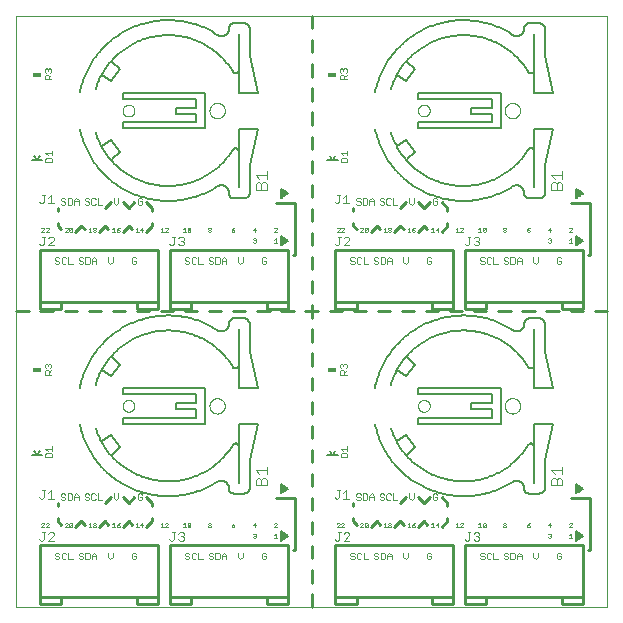
<source format=gto>
G75*
%MOIN*%
%OFA0B0*%
%FSLAX25Y25*%
%IPPOS*%
%LPD*%
%AMOC8*
5,1,8,0,0,1.08239X$1,22.5*
%
%ADD10C,0.00000*%
%ADD11C,0.01000*%
%ADD12C,0.00200*%
%ADD13C,0.00300*%
%ADD14C,0.00630*%
%ADD15C,0.00500*%
%ADD16C,0.00787*%
%ADD17C,0.00800*%
%ADD18R,0.03000X0.01800*%
D10*
X0001500Y0006189D02*
X0001500Y0203039D01*
X0198350Y0203039D01*
X0198350Y0006189D01*
X0001500Y0006189D01*
X0036933Y0073118D02*
X0036935Y0073206D01*
X0036941Y0073294D01*
X0036951Y0073382D01*
X0036965Y0073470D01*
X0036982Y0073556D01*
X0037004Y0073642D01*
X0037029Y0073726D01*
X0037059Y0073810D01*
X0037091Y0073892D01*
X0037128Y0073972D01*
X0037168Y0074051D01*
X0037212Y0074128D01*
X0037259Y0074203D01*
X0037309Y0074275D01*
X0037363Y0074346D01*
X0037419Y0074413D01*
X0037479Y0074479D01*
X0037541Y0074541D01*
X0037607Y0074601D01*
X0037674Y0074657D01*
X0037745Y0074711D01*
X0037817Y0074761D01*
X0037892Y0074808D01*
X0037969Y0074852D01*
X0038048Y0074892D01*
X0038128Y0074929D01*
X0038210Y0074961D01*
X0038294Y0074991D01*
X0038378Y0075016D01*
X0038464Y0075038D01*
X0038550Y0075055D01*
X0038638Y0075069D01*
X0038726Y0075079D01*
X0038814Y0075085D01*
X0038902Y0075087D01*
X0038990Y0075085D01*
X0039078Y0075079D01*
X0039166Y0075069D01*
X0039254Y0075055D01*
X0039340Y0075038D01*
X0039426Y0075016D01*
X0039510Y0074991D01*
X0039594Y0074961D01*
X0039676Y0074929D01*
X0039756Y0074892D01*
X0039835Y0074852D01*
X0039912Y0074808D01*
X0039987Y0074761D01*
X0040059Y0074711D01*
X0040130Y0074657D01*
X0040197Y0074601D01*
X0040263Y0074541D01*
X0040325Y0074479D01*
X0040385Y0074413D01*
X0040441Y0074346D01*
X0040495Y0074275D01*
X0040545Y0074203D01*
X0040592Y0074128D01*
X0040636Y0074051D01*
X0040676Y0073972D01*
X0040713Y0073892D01*
X0040745Y0073810D01*
X0040775Y0073726D01*
X0040800Y0073642D01*
X0040822Y0073556D01*
X0040839Y0073470D01*
X0040853Y0073382D01*
X0040863Y0073294D01*
X0040869Y0073206D01*
X0040871Y0073118D01*
X0040869Y0073030D01*
X0040863Y0072942D01*
X0040853Y0072854D01*
X0040839Y0072766D01*
X0040822Y0072680D01*
X0040800Y0072594D01*
X0040775Y0072510D01*
X0040745Y0072426D01*
X0040713Y0072344D01*
X0040676Y0072264D01*
X0040636Y0072185D01*
X0040592Y0072108D01*
X0040545Y0072033D01*
X0040495Y0071961D01*
X0040441Y0071890D01*
X0040385Y0071823D01*
X0040325Y0071757D01*
X0040263Y0071695D01*
X0040197Y0071635D01*
X0040130Y0071579D01*
X0040059Y0071525D01*
X0039987Y0071475D01*
X0039912Y0071428D01*
X0039835Y0071384D01*
X0039756Y0071344D01*
X0039676Y0071307D01*
X0039594Y0071275D01*
X0039510Y0071245D01*
X0039426Y0071220D01*
X0039340Y0071198D01*
X0039254Y0071181D01*
X0039166Y0071167D01*
X0039078Y0071157D01*
X0038990Y0071151D01*
X0038902Y0071149D01*
X0038814Y0071151D01*
X0038726Y0071157D01*
X0038638Y0071167D01*
X0038550Y0071181D01*
X0038464Y0071198D01*
X0038378Y0071220D01*
X0038294Y0071245D01*
X0038210Y0071275D01*
X0038128Y0071307D01*
X0038048Y0071344D01*
X0037969Y0071384D01*
X0037892Y0071428D01*
X0037817Y0071475D01*
X0037745Y0071525D01*
X0037674Y0071579D01*
X0037607Y0071635D01*
X0037541Y0071695D01*
X0037479Y0071757D01*
X0037419Y0071823D01*
X0037363Y0071890D01*
X0037309Y0071961D01*
X0037259Y0072033D01*
X0037212Y0072108D01*
X0037168Y0072185D01*
X0037128Y0072264D01*
X0037091Y0072344D01*
X0037059Y0072426D01*
X0037029Y0072510D01*
X0037004Y0072594D01*
X0036982Y0072680D01*
X0036965Y0072766D01*
X0036951Y0072854D01*
X0036941Y0072942D01*
X0036935Y0073030D01*
X0036933Y0073118D01*
X0065870Y0073118D02*
X0065872Y0073219D01*
X0065878Y0073320D01*
X0065888Y0073421D01*
X0065902Y0073521D01*
X0065920Y0073620D01*
X0065942Y0073719D01*
X0065967Y0073817D01*
X0065997Y0073914D01*
X0066030Y0074009D01*
X0066067Y0074103D01*
X0066108Y0074196D01*
X0066152Y0074287D01*
X0066200Y0074376D01*
X0066252Y0074463D01*
X0066307Y0074548D01*
X0066365Y0074630D01*
X0066426Y0074711D01*
X0066491Y0074789D01*
X0066558Y0074864D01*
X0066628Y0074936D01*
X0066702Y0075006D01*
X0066778Y0075073D01*
X0066856Y0075137D01*
X0066937Y0075197D01*
X0067020Y0075254D01*
X0067106Y0075308D01*
X0067194Y0075359D01*
X0067283Y0075406D01*
X0067374Y0075450D01*
X0067467Y0075489D01*
X0067562Y0075526D01*
X0067657Y0075558D01*
X0067754Y0075587D01*
X0067853Y0075611D01*
X0067951Y0075632D01*
X0068051Y0075649D01*
X0068151Y0075662D01*
X0068252Y0075671D01*
X0068353Y0075676D01*
X0068454Y0075677D01*
X0068555Y0075674D01*
X0068656Y0075667D01*
X0068757Y0075656D01*
X0068857Y0075641D01*
X0068956Y0075622D01*
X0069055Y0075599D01*
X0069152Y0075573D01*
X0069249Y0075542D01*
X0069344Y0075508D01*
X0069437Y0075470D01*
X0069530Y0075428D01*
X0069620Y0075383D01*
X0069709Y0075334D01*
X0069795Y0075282D01*
X0069879Y0075226D01*
X0069962Y0075167D01*
X0070041Y0075105D01*
X0070119Y0075040D01*
X0070193Y0074972D01*
X0070265Y0074900D01*
X0070334Y0074827D01*
X0070400Y0074750D01*
X0070463Y0074671D01*
X0070523Y0074589D01*
X0070579Y0074505D01*
X0070632Y0074419D01*
X0070682Y0074331D01*
X0070728Y0074241D01*
X0070771Y0074150D01*
X0070810Y0074056D01*
X0070845Y0073961D01*
X0070876Y0073865D01*
X0070904Y0073768D01*
X0070928Y0073670D01*
X0070948Y0073571D01*
X0070964Y0073471D01*
X0070976Y0073370D01*
X0070984Y0073270D01*
X0070988Y0073169D01*
X0070988Y0073067D01*
X0070984Y0072966D01*
X0070976Y0072866D01*
X0070964Y0072765D01*
X0070948Y0072665D01*
X0070928Y0072566D01*
X0070904Y0072468D01*
X0070876Y0072371D01*
X0070845Y0072275D01*
X0070810Y0072180D01*
X0070771Y0072086D01*
X0070728Y0071995D01*
X0070682Y0071905D01*
X0070632Y0071817D01*
X0070579Y0071731D01*
X0070523Y0071647D01*
X0070463Y0071565D01*
X0070400Y0071486D01*
X0070334Y0071409D01*
X0070265Y0071336D01*
X0070193Y0071264D01*
X0070119Y0071196D01*
X0070041Y0071131D01*
X0069962Y0071069D01*
X0069879Y0071010D01*
X0069795Y0070954D01*
X0069708Y0070902D01*
X0069620Y0070853D01*
X0069530Y0070808D01*
X0069437Y0070766D01*
X0069344Y0070728D01*
X0069249Y0070694D01*
X0069152Y0070663D01*
X0069055Y0070637D01*
X0068956Y0070614D01*
X0068857Y0070595D01*
X0068757Y0070580D01*
X0068656Y0070569D01*
X0068555Y0070562D01*
X0068454Y0070559D01*
X0068353Y0070560D01*
X0068252Y0070565D01*
X0068151Y0070574D01*
X0068051Y0070587D01*
X0067951Y0070604D01*
X0067853Y0070625D01*
X0067754Y0070649D01*
X0067657Y0070678D01*
X0067562Y0070710D01*
X0067467Y0070747D01*
X0067374Y0070786D01*
X0067283Y0070830D01*
X0067194Y0070877D01*
X0067106Y0070928D01*
X0067020Y0070982D01*
X0066937Y0071039D01*
X0066856Y0071099D01*
X0066778Y0071163D01*
X0066702Y0071230D01*
X0066628Y0071300D01*
X0066558Y0071372D01*
X0066491Y0071447D01*
X0066426Y0071525D01*
X0066365Y0071606D01*
X0066307Y0071688D01*
X0066252Y0071773D01*
X0066200Y0071860D01*
X0066152Y0071949D01*
X0066108Y0072040D01*
X0066067Y0072133D01*
X0066030Y0072227D01*
X0065997Y0072322D01*
X0065967Y0072419D01*
X0065942Y0072517D01*
X0065920Y0072616D01*
X0065902Y0072715D01*
X0065888Y0072815D01*
X0065878Y0072916D01*
X0065872Y0073017D01*
X0065870Y0073118D01*
X0135358Y0073118D02*
X0135360Y0073206D01*
X0135366Y0073294D01*
X0135376Y0073382D01*
X0135390Y0073470D01*
X0135407Y0073556D01*
X0135429Y0073642D01*
X0135454Y0073726D01*
X0135484Y0073810D01*
X0135516Y0073892D01*
X0135553Y0073972D01*
X0135593Y0074051D01*
X0135637Y0074128D01*
X0135684Y0074203D01*
X0135734Y0074275D01*
X0135788Y0074346D01*
X0135844Y0074413D01*
X0135904Y0074479D01*
X0135966Y0074541D01*
X0136032Y0074601D01*
X0136099Y0074657D01*
X0136170Y0074711D01*
X0136242Y0074761D01*
X0136317Y0074808D01*
X0136394Y0074852D01*
X0136473Y0074892D01*
X0136553Y0074929D01*
X0136635Y0074961D01*
X0136719Y0074991D01*
X0136803Y0075016D01*
X0136889Y0075038D01*
X0136975Y0075055D01*
X0137063Y0075069D01*
X0137151Y0075079D01*
X0137239Y0075085D01*
X0137327Y0075087D01*
X0137415Y0075085D01*
X0137503Y0075079D01*
X0137591Y0075069D01*
X0137679Y0075055D01*
X0137765Y0075038D01*
X0137851Y0075016D01*
X0137935Y0074991D01*
X0138019Y0074961D01*
X0138101Y0074929D01*
X0138181Y0074892D01*
X0138260Y0074852D01*
X0138337Y0074808D01*
X0138412Y0074761D01*
X0138484Y0074711D01*
X0138555Y0074657D01*
X0138622Y0074601D01*
X0138688Y0074541D01*
X0138750Y0074479D01*
X0138810Y0074413D01*
X0138866Y0074346D01*
X0138920Y0074275D01*
X0138970Y0074203D01*
X0139017Y0074128D01*
X0139061Y0074051D01*
X0139101Y0073972D01*
X0139138Y0073892D01*
X0139170Y0073810D01*
X0139200Y0073726D01*
X0139225Y0073642D01*
X0139247Y0073556D01*
X0139264Y0073470D01*
X0139278Y0073382D01*
X0139288Y0073294D01*
X0139294Y0073206D01*
X0139296Y0073118D01*
X0139294Y0073030D01*
X0139288Y0072942D01*
X0139278Y0072854D01*
X0139264Y0072766D01*
X0139247Y0072680D01*
X0139225Y0072594D01*
X0139200Y0072510D01*
X0139170Y0072426D01*
X0139138Y0072344D01*
X0139101Y0072264D01*
X0139061Y0072185D01*
X0139017Y0072108D01*
X0138970Y0072033D01*
X0138920Y0071961D01*
X0138866Y0071890D01*
X0138810Y0071823D01*
X0138750Y0071757D01*
X0138688Y0071695D01*
X0138622Y0071635D01*
X0138555Y0071579D01*
X0138484Y0071525D01*
X0138412Y0071475D01*
X0138337Y0071428D01*
X0138260Y0071384D01*
X0138181Y0071344D01*
X0138101Y0071307D01*
X0138019Y0071275D01*
X0137935Y0071245D01*
X0137851Y0071220D01*
X0137765Y0071198D01*
X0137679Y0071181D01*
X0137591Y0071167D01*
X0137503Y0071157D01*
X0137415Y0071151D01*
X0137327Y0071149D01*
X0137239Y0071151D01*
X0137151Y0071157D01*
X0137063Y0071167D01*
X0136975Y0071181D01*
X0136889Y0071198D01*
X0136803Y0071220D01*
X0136719Y0071245D01*
X0136635Y0071275D01*
X0136553Y0071307D01*
X0136473Y0071344D01*
X0136394Y0071384D01*
X0136317Y0071428D01*
X0136242Y0071475D01*
X0136170Y0071525D01*
X0136099Y0071579D01*
X0136032Y0071635D01*
X0135966Y0071695D01*
X0135904Y0071757D01*
X0135844Y0071823D01*
X0135788Y0071890D01*
X0135734Y0071961D01*
X0135684Y0072033D01*
X0135637Y0072108D01*
X0135593Y0072185D01*
X0135553Y0072264D01*
X0135516Y0072344D01*
X0135484Y0072426D01*
X0135454Y0072510D01*
X0135429Y0072594D01*
X0135407Y0072680D01*
X0135390Y0072766D01*
X0135376Y0072854D01*
X0135366Y0072942D01*
X0135360Y0073030D01*
X0135358Y0073118D01*
X0164295Y0073118D02*
X0164297Y0073219D01*
X0164303Y0073320D01*
X0164313Y0073421D01*
X0164327Y0073521D01*
X0164345Y0073620D01*
X0164367Y0073719D01*
X0164392Y0073817D01*
X0164422Y0073914D01*
X0164455Y0074009D01*
X0164492Y0074103D01*
X0164533Y0074196D01*
X0164577Y0074287D01*
X0164625Y0074376D01*
X0164677Y0074463D01*
X0164732Y0074548D01*
X0164790Y0074630D01*
X0164851Y0074711D01*
X0164916Y0074789D01*
X0164983Y0074864D01*
X0165053Y0074936D01*
X0165127Y0075006D01*
X0165203Y0075073D01*
X0165281Y0075137D01*
X0165362Y0075197D01*
X0165445Y0075254D01*
X0165531Y0075308D01*
X0165619Y0075359D01*
X0165708Y0075406D01*
X0165799Y0075450D01*
X0165892Y0075489D01*
X0165987Y0075526D01*
X0166082Y0075558D01*
X0166179Y0075587D01*
X0166278Y0075611D01*
X0166376Y0075632D01*
X0166476Y0075649D01*
X0166576Y0075662D01*
X0166677Y0075671D01*
X0166778Y0075676D01*
X0166879Y0075677D01*
X0166980Y0075674D01*
X0167081Y0075667D01*
X0167182Y0075656D01*
X0167282Y0075641D01*
X0167381Y0075622D01*
X0167480Y0075599D01*
X0167577Y0075573D01*
X0167674Y0075542D01*
X0167769Y0075508D01*
X0167862Y0075470D01*
X0167955Y0075428D01*
X0168045Y0075383D01*
X0168134Y0075334D01*
X0168220Y0075282D01*
X0168304Y0075226D01*
X0168387Y0075167D01*
X0168466Y0075105D01*
X0168544Y0075040D01*
X0168618Y0074972D01*
X0168690Y0074900D01*
X0168759Y0074827D01*
X0168825Y0074750D01*
X0168888Y0074671D01*
X0168948Y0074589D01*
X0169004Y0074505D01*
X0169057Y0074419D01*
X0169107Y0074331D01*
X0169153Y0074241D01*
X0169196Y0074150D01*
X0169235Y0074056D01*
X0169270Y0073961D01*
X0169301Y0073865D01*
X0169329Y0073768D01*
X0169353Y0073670D01*
X0169373Y0073571D01*
X0169389Y0073471D01*
X0169401Y0073370D01*
X0169409Y0073270D01*
X0169413Y0073169D01*
X0169413Y0073067D01*
X0169409Y0072966D01*
X0169401Y0072866D01*
X0169389Y0072765D01*
X0169373Y0072665D01*
X0169353Y0072566D01*
X0169329Y0072468D01*
X0169301Y0072371D01*
X0169270Y0072275D01*
X0169235Y0072180D01*
X0169196Y0072086D01*
X0169153Y0071995D01*
X0169107Y0071905D01*
X0169057Y0071817D01*
X0169004Y0071731D01*
X0168948Y0071647D01*
X0168888Y0071565D01*
X0168825Y0071486D01*
X0168759Y0071409D01*
X0168690Y0071336D01*
X0168618Y0071264D01*
X0168544Y0071196D01*
X0168466Y0071131D01*
X0168387Y0071069D01*
X0168304Y0071010D01*
X0168220Y0070954D01*
X0168133Y0070902D01*
X0168045Y0070853D01*
X0167955Y0070808D01*
X0167862Y0070766D01*
X0167769Y0070728D01*
X0167674Y0070694D01*
X0167577Y0070663D01*
X0167480Y0070637D01*
X0167381Y0070614D01*
X0167282Y0070595D01*
X0167182Y0070580D01*
X0167081Y0070569D01*
X0166980Y0070562D01*
X0166879Y0070559D01*
X0166778Y0070560D01*
X0166677Y0070565D01*
X0166576Y0070574D01*
X0166476Y0070587D01*
X0166376Y0070604D01*
X0166278Y0070625D01*
X0166179Y0070649D01*
X0166082Y0070678D01*
X0165987Y0070710D01*
X0165892Y0070747D01*
X0165799Y0070786D01*
X0165708Y0070830D01*
X0165619Y0070877D01*
X0165531Y0070928D01*
X0165445Y0070982D01*
X0165362Y0071039D01*
X0165281Y0071099D01*
X0165203Y0071163D01*
X0165127Y0071230D01*
X0165053Y0071300D01*
X0164983Y0071372D01*
X0164916Y0071447D01*
X0164851Y0071525D01*
X0164790Y0071606D01*
X0164732Y0071688D01*
X0164677Y0071773D01*
X0164625Y0071860D01*
X0164577Y0071949D01*
X0164533Y0072040D01*
X0164492Y0072133D01*
X0164455Y0072227D01*
X0164422Y0072322D01*
X0164392Y0072419D01*
X0164367Y0072517D01*
X0164345Y0072616D01*
X0164327Y0072715D01*
X0164313Y0072815D01*
X0164303Y0072916D01*
X0164297Y0073017D01*
X0164295Y0073118D01*
X0164295Y0171543D02*
X0164297Y0171644D01*
X0164303Y0171745D01*
X0164313Y0171846D01*
X0164327Y0171946D01*
X0164345Y0172045D01*
X0164367Y0172144D01*
X0164392Y0172242D01*
X0164422Y0172339D01*
X0164455Y0172434D01*
X0164492Y0172528D01*
X0164533Y0172621D01*
X0164577Y0172712D01*
X0164625Y0172801D01*
X0164677Y0172888D01*
X0164732Y0172973D01*
X0164790Y0173055D01*
X0164851Y0173136D01*
X0164916Y0173214D01*
X0164983Y0173289D01*
X0165053Y0173361D01*
X0165127Y0173431D01*
X0165203Y0173498D01*
X0165281Y0173562D01*
X0165362Y0173622D01*
X0165445Y0173679D01*
X0165531Y0173733D01*
X0165619Y0173784D01*
X0165708Y0173831D01*
X0165799Y0173875D01*
X0165892Y0173914D01*
X0165987Y0173951D01*
X0166082Y0173983D01*
X0166179Y0174012D01*
X0166278Y0174036D01*
X0166376Y0174057D01*
X0166476Y0174074D01*
X0166576Y0174087D01*
X0166677Y0174096D01*
X0166778Y0174101D01*
X0166879Y0174102D01*
X0166980Y0174099D01*
X0167081Y0174092D01*
X0167182Y0174081D01*
X0167282Y0174066D01*
X0167381Y0174047D01*
X0167480Y0174024D01*
X0167577Y0173998D01*
X0167674Y0173967D01*
X0167769Y0173933D01*
X0167862Y0173895D01*
X0167955Y0173853D01*
X0168045Y0173808D01*
X0168134Y0173759D01*
X0168220Y0173707D01*
X0168304Y0173651D01*
X0168387Y0173592D01*
X0168466Y0173530D01*
X0168544Y0173465D01*
X0168618Y0173397D01*
X0168690Y0173325D01*
X0168759Y0173252D01*
X0168825Y0173175D01*
X0168888Y0173096D01*
X0168948Y0173014D01*
X0169004Y0172930D01*
X0169057Y0172844D01*
X0169107Y0172756D01*
X0169153Y0172666D01*
X0169196Y0172575D01*
X0169235Y0172481D01*
X0169270Y0172386D01*
X0169301Y0172290D01*
X0169329Y0172193D01*
X0169353Y0172095D01*
X0169373Y0171996D01*
X0169389Y0171896D01*
X0169401Y0171795D01*
X0169409Y0171695D01*
X0169413Y0171594D01*
X0169413Y0171492D01*
X0169409Y0171391D01*
X0169401Y0171291D01*
X0169389Y0171190D01*
X0169373Y0171090D01*
X0169353Y0170991D01*
X0169329Y0170893D01*
X0169301Y0170796D01*
X0169270Y0170700D01*
X0169235Y0170605D01*
X0169196Y0170511D01*
X0169153Y0170420D01*
X0169107Y0170330D01*
X0169057Y0170242D01*
X0169004Y0170156D01*
X0168948Y0170072D01*
X0168888Y0169990D01*
X0168825Y0169911D01*
X0168759Y0169834D01*
X0168690Y0169761D01*
X0168618Y0169689D01*
X0168544Y0169621D01*
X0168466Y0169556D01*
X0168387Y0169494D01*
X0168304Y0169435D01*
X0168220Y0169379D01*
X0168133Y0169327D01*
X0168045Y0169278D01*
X0167955Y0169233D01*
X0167862Y0169191D01*
X0167769Y0169153D01*
X0167674Y0169119D01*
X0167577Y0169088D01*
X0167480Y0169062D01*
X0167381Y0169039D01*
X0167282Y0169020D01*
X0167182Y0169005D01*
X0167081Y0168994D01*
X0166980Y0168987D01*
X0166879Y0168984D01*
X0166778Y0168985D01*
X0166677Y0168990D01*
X0166576Y0168999D01*
X0166476Y0169012D01*
X0166376Y0169029D01*
X0166278Y0169050D01*
X0166179Y0169074D01*
X0166082Y0169103D01*
X0165987Y0169135D01*
X0165892Y0169172D01*
X0165799Y0169211D01*
X0165708Y0169255D01*
X0165619Y0169302D01*
X0165531Y0169353D01*
X0165445Y0169407D01*
X0165362Y0169464D01*
X0165281Y0169524D01*
X0165203Y0169588D01*
X0165127Y0169655D01*
X0165053Y0169725D01*
X0164983Y0169797D01*
X0164916Y0169872D01*
X0164851Y0169950D01*
X0164790Y0170031D01*
X0164732Y0170113D01*
X0164677Y0170198D01*
X0164625Y0170285D01*
X0164577Y0170374D01*
X0164533Y0170465D01*
X0164492Y0170558D01*
X0164455Y0170652D01*
X0164422Y0170747D01*
X0164392Y0170844D01*
X0164367Y0170942D01*
X0164345Y0171041D01*
X0164327Y0171140D01*
X0164313Y0171240D01*
X0164303Y0171341D01*
X0164297Y0171442D01*
X0164295Y0171543D01*
X0135358Y0171543D02*
X0135360Y0171631D01*
X0135366Y0171719D01*
X0135376Y0171807D01*
X0135390Y0171895D01*
X0135407Y0171981D01*
X0135429Y0172067D01*
X0135454Y0172151D01*
X0135484Y0172235D01*
X0135516Y0172317D01*
X0135553Y0172397D01*
X0135593Y0172476D01*
X0135637Y0172553D01*
X0135684Y0172628D01*
X0135734Y0172700D01*
X0135788Y0172771D01*
X0135844Y0172838D01*
X0135904Y0172904D01*
X0135966Y0172966D01*
X0136032Y0173026D01*
X0136099Y0173082D01*
X0136170Y0173136D01*
X0136242Y0173186D01*
X0136317Y0173233D01*
X0136394Y0173277D01*
X0136473Y0173317D01*
X0136553Y0173354D01*
X0136635Y0173386D01*
X0136719Y0173416D01*
X0136803Y0173441D01*
X0136889Y0173463D01*
X0136975Y0173480D01*
X0137063Y0173494D01*
X0137151Y0173504D01*
X0137239Y0173510D01*
X0137327Y0173512D01*
X0137415Y0173510D01*
X0137503Y0173504D01*
X0137591Y0173494D01*
X0137679Y0173480D01*
X0137765Y0173463D01*
X0137851Y0173441D01*
X0137935Y0173416D01*
X0138019Y0173386D01*
X0138101Y0173354D01*
X0138181Y0173317D01*
X0138260Y0173277D01*
X0138337Y0173233D01*
X0138412Y0173186D01*
X0138484Y0173136D01*
X0138555Y0173082D01*
X0138622Y0173026D01*
X0138688Y0172966D01*
X0138750Y0172904D01*
X0138810Y0172838D01*
X0138866Y0172771D01*
X0138920Y0172700D01*
X0138970Y0172628D01*
X0139017Y0172553D01*
X0139061Y0172476D01*
X0139101Y0172397D01*
X0139138Y0172317D01*
X0139170Y0172235D01*
X0139200Y0172151D01*
X0139225Y0172067D01*
X0139247Y0171981D01*
X0139264Y0171895D01*
X0139278Y0171807D01*
X0139288Y0171719D01*
X0139294Y0171631D01*
X0139296Y0171543D01*
X0139294Y0171455D01*
X0139288Y0171367D01*
X0139278Y0171279D01*
X0139264Y0171191D01*
X0139247Y0171105D01*
X0139225Y0171019D01*
X0139200Y0170935D01*
X0139170Y0170851D01*
X0139138Y0170769D01*
X0139101Y0170689D01*
X0139061Y0170610D01*
X0139017Y0170533D01*
X0138970Y0170458D01*
X0138920Y0170386D01*
X0138866Y0170315D01*
X0138810Y0170248D01*
X0138750Y0170182D01*
X0138688Y0170120D01*
X0138622Y0170060D01*
X0138555Y0170004D01*
X0138484Y0169950D01*
X0138412Y0169900D01*
X0138337Y0169853D01*
X0138260Y0169809D01*
X0138181Y0169769D01*
X0138101Y0169732D01*
X0138019Y0169700D01*
X0137935Y0169670D01*
X0137851Y0169645D01*
X0137765Y0169623D01*
X0137679Y0169606D01*
X0137591Y0169592D01*
X0137503Y0169582D01*
X0137415Y0169576D01*
X0137327Y0169574D01*
X0137239Y0169576D01*
X0137151Y0169582D01*
X0137063Y0169592D01*
X0136975Y0169606D01*
X0136889Y0169623D01*
X0136803Y0169645D01*
X0136719Y0169670D01*
X0136635Y0169700D01*
X0136553Y0169732D01*
X0136473Y0169769D01*
X0136394Y0169809D01*
X0136317Y0169853D01*
X0136242Y0169900D01*
X0136170Y0169950D01*
X0136099Y0170004D01*
X0136032Y0170060D01*
X0135966Y0170120D01*
X0135904Y0170182D01*
X0135844Y0170248D01*
X0135788Y0170315D01*
X0135734Y0170386D01*
X0135684Y0170458D01*
X0135637Y0170533D01*
X0135593Y0170610D01*
X0135553Y0170689D01*
X0135516Y0170769D01*
X0135484Y0170851D01*
X0135454Y0170935D01*
X0135429Y0171019D01*
X0135407Y0171105D01*
X0135390Y0171191D01*
X0135376Y0171279D01*
X0135366Y0171367D01*
X0135360Y0171455D01*
X0135358Y0171543D01*
X0065870Y0171543D02*
X0065872Y0171644D01*
X0065878Y0171745D01*
X0065888Y0171846D01*
X0065902Y0171946D01*
X0065920Y0172045D01*
X0065942Y0172144D01*
X0065967Y0172242D01*
X0065997Y0172339D01*
X0066030Y0172434D01*
X0066067Y0172528D01*
X0066108Y0172621D01*
X0066152Y0172712D01*
X0066200Y0172801D01*
X0066252Y0172888D01*
X0066307Y0172973D01*
X0066365Y0173055D01*
X0066426Y0173136D01*
X0066491Y0173214D01*
X0066558Y0173289D01*
X0066628Y0173361D01*
X0066702Y0173431D01*
X0066778Y0173498D01*
X0066856Y0173562D01*
X0066937Y0173622D01*
X0067020Y0173679D01*
X0067106Y0173733D01*
X0067194Y0173784D01*
X0067283Y0173831D01*
X0067374Y0173875D01*
X0067467Y0173914D01*
X0067562Y0173951D01*
X0067657Y0173983D01*
X0067754Y0174012D01*
X0067853Y0174036D01*
X0067951Y0174057D01*
X0068051Y0174074D01*
X0068151Y0174087D01*
X0068252Y0174096D01*
X0068353Y0174101D01*
X0068454Y0174102D01*
X0068555Y0174099D01*
X0068656Y0174092D01*
X0068757Y0174081D01*
X0068857Y0174066D01*
X0068956Y0174047D01*
X0069055Y0174024D01*
X0069152Y0173998D01*
X0069249Y0173967D01*
X0069344Y0173933D01*
X0069437Y0173895D01*
X0069530Y0173853D01*
X0069620Y0173808D01*
X0069709Y0173759D01*
X0069795Y0173707D01*
X0069879Y0173651D01*
X0069962Y0173592D01*
X0070041Y0173530D01*
X0070119Y0173465D01*
X0070193Y0173397D01*
X0070265Y0173325D01*
X0070334Y0173252D01*
X0070400Y0173175D01*
X0070463Y0173096D01*
X0070523Y0173014D01*
X0070579Y0172930D01*
X0070632Y0172844D01*
X0070682Y0172756D01*
X0070728Y0172666D01*
X0070771Y0172575D01*
X0070810Y0172481D01*
X0070845Y0172386D01*
X0070876Y0172290D01*
X0070904Y0172193D01*
X0070928Y0172095D01*
X0070948Y0171996D01*
X0070964Y0171896D01*
X0070976Y0171795D01*
X0070984Y0171695D01*
X0070988Y0171594D01*
X0070988Y0171492D01*
X0070984Y0171391D01*
X0070976Y0171291D01*
X0070964Y0171190D01*
X0070948Y0171090D01*
X0070928Y0170991D01*
X0070904Y0170893D01*
X0070876Y0170796D01*
X0070845Y0170700D01*
X0070810Y0170605D01*
X0070771Y0170511D01*
X0070728Y0170420D01*
X0070682Y0170330D01*
X0070632Y0170242D01*
X0070579Y0170156D01*
X0070523Y0170072D01*
X0070463Y0169990D01*
X0070400Y0169911D01*
X0070334Y0169834D01*
X0070265Y0169761D01*
X0070193Y0169689D01*
X0070119Y0169621D01*
X0070041Y0169556D01*
X0069962Y0169494D01*
X0069879Y0169435D01*
X0069795Y0169379D01*
X0069708Y0169327D01*
X0069620Y0169278D01*
X0069530Y0169233D01*
X0069437Y0169191D01*
X0069344Y0169153D01*
X0069249Y0169119D01*
X0069152Y0169088D01*
X0069055Y0169062D01*
X0068956Y0169039D01*
X0068857Y0169020D01*
X0068757Y0169005D01*
X0068656Y0168994D01*
X0068555Y0168987D01*
X0068454Y0168984D01*
X0068353Y0168985D01*
X0068252Y0168990D01*
X0068151Y0168999D01*
X0068051Y0169012D01*
X0067951Y0169029D01*
X0067853Y0169050D01*
X0067754Y0169074D01*
X0067657Y0169103D01*
X0067562Y0169135D01*
X0067467Y0169172D01*
X0067374Y0169211D01*
X0067283Y0169255D01*
X0067194Y0169302D01*
X0067106Y0169353D01*
X0067020Y0169407D01*
X0066937Y0169464D01*
X0066856Y0169524D01*
X0066778Y0169588D01*
X0066702Y0169655D01*
X0066628Y0169725D01*
X0066558Y0169797D01*
X0066491Y0169872D01*
X0066426Y0169950D01*
X0066365Y0170031D01*
X0066307Y0170113D01*
X0066252Y0170198D01*
X0066200Y0170285D01*
X0066152Y0170374D01*
X0066108Y0170465D01*
X0066067Y0170558D01*
X0066030Y0170652D01*
X0065997Y0170747D01*
X0065967Y0170844D01*
X0065942Y0170942D01*
X0065920Y0171041D01*
X0065902Y0171140D01*
X0065888Y0171240D01*
X0065878Y0171341D01*
X0065872Y0171442D01*
X0065870Y0171543D01*
X0036933Y0171543D02*
X0036935Y0171631D01*
X0036941Y0171719D01*
X0036951Y0171807D01*
X0036965Y0171895D01*
X0036982Y0171981D01*
X0037004Y0172067D01*
X0037029Y0172151D01*
X0037059Y0172235D01*
X0037091Y0172317D01*
X0037128Y0172397D01*
X0037168Y0172476D01*
X0037212Y0172553D01*
X0037259Y0172628D01*
X0037309Y0172700D01*
X0037363Y0172771D01*
X0037419Y0172838D01*
X0037479Y0172904D01*
X0037541Y0172966D01*
X0037607Y0173026D01*
X0037674Y0173082D01*
X0037745Y0173136D01*
X0037817Y0173186D01*
X0037892Y0173233D01*
X0037969Y0173277D01*
X0038048Y0173317D01*
X0038128Y0173354D01*
X0038210Y0173386D01*
X0038294Y0173416D01*
X0038378Y0173441D01*
X0038464Y0173463D01*
X0038550Y0173480D01*
X0038638Y0173494D01*
X0038726Y0173504D01*
X0038814Y0173510D01*
X0038902Y0173512D01*
X0038990Y0173510D01*
X0039078Y0173504D01*
X0039166Y0173494D01*
X0039254Y0173480D01*
X0039340Y0173463D01*
X0039426Y0173441D01*
X0039510Y0173416D01*
X0039594Y0173386D01*
X0039676Y0173354D01*
X0039756Y0173317D01*
X0039835Y0173277D01*
X0039912Y0173233D01*
X0039987Y0173186D01*
X0040059Y0173136D01*
X0040130Y0173082D01*
X0040197Y0173026D01*
X0040263Y0172966D01*
X0040325Y0172904D01*
X0040385Y0172838D01*
X0040441Y0172771D01*
X0040495Y0172700D01*
X0040545Y0172628D01*
X0040592Y0172553D01*
X0040636Y0172476D01*
X0040676Y0172397D01*
X0040713Y0172317D01*
X0040745Y0172235D01*
X0040775Y0172151D01*
X0040800Y0172067D01*
X0040822Y0171981D01*
X0040839Y0171895D01*
X0040853Y0171807D01*
X0040863Y0171719D01*
X0040869Y0171631D01*
X0040871Y0171543D01*
X0040869Y0171455D01*
X0040863Y0171367D01*
X0040853Y0171279D01*
X0040839Y0171191D01*
X0040822Y0171105D01*
X0040800Y0171019D01*
X0040775Y0170935D01*
X0040745Y0170851D01*
X0040713Y0170769D01*
X0040676Y0170689D01*
X0040636Y0170610D01*
X0040592Y0170533D01*
X0040545Y0170458D01*
X0040495Y0170386D01*
X0040441Y0170315D01*
X0040385Y0170248D01*
X0040325Y0170182D01*
X0040263Y0170120D01*
X0040197Y0170060D01*
X0040130Y0170004D01*
X0040059Y0169950D01*
X0039987Y0169900D01*
X0039912Y0169853D01*
X0039835Y0169809D01*
X0039756Y0169769D01*
X0039676Y0169732D01*
X0039594Y0169700D01*
X0039510Y0169670D01*
X0039426Y0169645D01*
X0039340Y0169623D01*
X0039254Y0169606D01*
X0039166Y0169592D01*
X0039078Y0169582D01*
X0038990Y0169576D01*
X0038902Y0169574D01*
X0038814Y0169576D01*
X0038726Y0169582D01*
X0038638Y0169592D01*
X0038550Y0169606D01*
X0038464Y0169623D01*
X0038378Y0169645D01*
X0038294Y0169670D01*
X0038210Y0169700D01*
X0038128Y0169732D01*
X0038048Y0169769D01*
X0037969Y0169809D01*
X0037892Y0169853D01*
X0037817Y0169900D01*
X0037745Y0169950D01*
X0037674Y0170004D01*
X0037607Y0170060D01*
X0037541Y0170120D01*
X0037479Y0170182D01*
X0037419Y0170248D01*
X0037363Y0170315D01*
X0037309Y0170386D01*
X0037259Y0170458D01*
X0037212Y0170533D01*
X0037168Y0170610D01*
X0037128Y0170689D01*
X0037091Y0170769D01*
X0037059Y0170851D01*
X0037029Y0170935D01*
X0037004Y0171019D01*
X0036982Y0171105D01*
X0036965Y0171191D01*
X0036951Y0171279D01*
X0036941Y0171367D01*
X0036935Y0171455D01*
X0036933Y0171543D01*
D11*
X0036933Y0141031D02*
X0038902Y0139063D01*
X0040870Y0141031D01*
X0044807Y0141031D02*
X0046776Y0139063D01*
X0046776Y0138079D01*
X0046776Y0134142D02*
X0046776Y0133157D01*
X0044807Y0131189D01*
X0040083Y0131976D02*
X0038902Y0133157D01*
X0036933Y0131189D01*
X0032209Y0131976D02*
X0031028Y0133157D01*
X0029059Y0131189D01*
X0024335Y0131976D02*
X0023154Y0133157D01*
X0021185Y0131189D01*
X0016461Y0131976D02*
X0015280Y0133157D01*
X0015280Y0134142D01*
X0015280Y0138079D02*
X0015280Y0139063D01*
X0009374Y0125087D02*
X0048744Y0125087D01*
X0048744Y0107764D01*
X0048744Y0105402D01*
X0041657Y0105402D01*
X0041657Y0107764D01*
X0048744Y0107764D01*
X0049689Y0104614D02*
X0053783Y0104614D01*
X0052681Y0105402D02*
X0059768Y0105402D01*
X0059768Y0107764D01*
X0084965Y0107764D01*
X0084965Y0105402D01*
X0092051Y0105402D01*
X0092051Y0107764D01*
X0084965Y0107764D01*
X0085909Y0104614D02*
X0081815Y0104614D01*
X0077878Y0104614D02*
X0073783Y0104614D01*
X0069846Y0104614D02*
X0065752Y0104614D01*
X0061815Y0104614D02*
X0057720Y0104614D01*
X0059768Y0107764D02*
X0052681Y0107764D01*
X0052681Y0105402D01*
X0052681Y0107764D02*
X0052681Y0125087D01*
X0092051Y0125087D01*
X0092051Y0107764D01*
X0093941Y0104614D02*
X0089846Y0104614D01*
X0092051Y0110520D02*
X0092051Y0122331D01*
X0093626Y0123512D02*
X0094413Y0123512D01*
X0094413Y0140835D01*
X0088114Y0140835D01*
X0099925Y0142724D02*
X0099925Y0146819D01*
X0099925Y0150756D02*
X0099925Y0154850D01*
X0099925Y0158787D02*
X0099925Y0162882D01*
X0099925Y0166819D02*
X0099925Y0170913D01*
X0099925Y0174850D02*
X0099925Y0178945D01*
X0099925Y0182882D02*
X0099925Y0186976D01*
X0099925Y0190913D02*
X0099925Y0195008D01*
X0099925Y0198945D02*
X0099925Y0203039D01*
X0131421Y0141031D02*
X0129453Y0139063D01*
X0129453Y0133157D02*
X0130634Y0131976D01*
X0129453Y0133157D02*
X0127484Y0131189D01*
X0122760Y0131976D02*
X0121579Y0133157D01*
X0119610Y0131189D01*
X0114886Y0131976D02*
X0113705Y0133157D01*
X0113705Y0134142D01*
X0113705Y0138079D02*
X0113705Y0139063D01*
X0099925Y0138787D02*
X0099925Y0134693D01*
X0099925Y0130756D02*
X0099925Y0126661D01*
X0099925Y0122724D02*
X0099925Y0118630D01*
X0099925Y0114693D02*
X0099925Y0110598D01*
X0099925Y0106661D02*
X0099925Y0102567D01*
X0097878Y0104614D02*
X0101972Y0104614D01*
X0105909Y0104614D02*
X0110004Y0104614D01*
X0107799Y0105402D02*
X0114886Y0105402D01*
X0114886Y0107764D01*
X0140083Y0107764D01*
X0140083Y0105402D01*
X0147169Y0105402D01*
X0147169Y0107764D01*
X0140083Y0107764D01*
X0142130Y0104614D02*
X0138035Y0104614D01*
X0134098Y0104614D02*
X0130004Y0104614D01*
X0126067Y0104614D02*
X0121972Y0104614D01*
X0118035Y0104614D02*
X0113941Y0104614D01*
X0114886Y0107764D02*
X0107799Y0107764D01*
X0107799Y0105402D01*
X0107799Y0107764D02*
X0107799Y0125087D01*
X0147169Y0125087D01*
X0147169Y0107764D01*
X0146067Y0104614D02*
X0150161Y0104614D01*
X0151106Y0105402D02*
X0158193Y0105402D01*
X0158193Y0107764D01*
X0183390Y0107764D01*
X0183390Y0105402D01*
X0190476Y0105402D01*
X0190476Y0107764D01*
X0183390Y0107764D01*
X0182287Y0104614D02*
X0178193Y0104614D01*
X0174256Y0104614D02*
X0170161Y0104614D01*
X0166224Y0104614D02*
X0162130Y0104614D01*
X0158193Y0104614D02*
X0154098Y0104614D01*
X0151106Y0105402D02*
X0151106Y0107764D01*
X0158193Y0107764D01*
X0151106Y0107764D02*
X0151106Y0125087D01*
X0190476Y0125087D01*
X0190476Y0107764D01*
X0190319Y0104614D02*
X0186224Y0104614D01*
X0190476Y0110520D02*
X0190476Y0122331D01*
X0192051Y0123512D02*
X0192839Y0123512D01*
X0192839Y0140835D01*
X0186539Y0140835D01*
X0194256Y0104614D02*
X0198350Y0104614D01*
X0147169Y0110520D02*
X0147169Y0122331D01*
X0143232Y0131189D02*
X0145201Y0133157D01*
X0145201Y0134142D01*
X0145201Y0138079D02*
X0145201Y0139063D01*
X0143232Y0141031D01*
X0139295Y0141031D02*
X0137327Y0139063D01*
X0135358Y0141031D01*
X0137327Y0133157D02*
X0138508Y0131976D01*
X0137327Y0133157D02*
X0135358Y0131189D01*
X0099925Y0098630D02*
X0099925Y0094535D01*
X0099925Y0090598D02*
X0099925Y0086504D01*
X0099925Y0082567D02*
X0099925Y0078472D01*
X0099925Y0074535D02*
X0099925Y0070441D01*
X0099925Y0066504D02*
X0099925Y0062409D01*
X0099925Y0058472D02*
X0099925Y0054378D01*
X0099925Y0050441D02*
X0099925Y0046346D01*
X0099925Y0042409D02*
X0099925Y0038315D01*
X0099925Y0034378D02*
X0099925Y0030283D01*
X0099925Y0026346D02*
X0099925Y0022252D01*
X0099925Y0018315D02*
X0099925Y0014220D01*
X0099925Y0010283D02*
X0099925Y0006189D01*
X0107799Y0006976D02*
X0114886Y0006976D01*
X0114886Y0009339D01*
X0140083Y0009339D01*
X0140083Y0006976D01*
X0147169Y0006976D01*
X0147169Y0009339D01*
X0140083Y0009339D01*
X0147169Y0009339D02*
X0147169Y0026661D01*
X0107799Y0026661D01*
X0107799Y0009339D01*
X0107799Y0006976D01*
X0107799Y0009339D02*
X0114886Y0009339D01*
X0094413Y0025087D02*
X0093626Y0025087D01*
X0094413Y0025087D02*
X0094413Y0042409D01*
X0088114Y0042409D01*
X0092051Y0026661D02*
X0052681Y0026661D01*
X0052681Y0009339D01*
X0052681Y0006976D01*
X0059768Y0006976D01*
X0059768Y0009339D01*
X0084965Y0009339D01*
X0084965Y0006976D01*
X0092051Y0006976D01*
X0092051Y0009339D01*
X0084965Y0009339D01*
X0092051Y0009339D02*
X0092051Y0026661D01*
X0092051Y0023906D02*
X0092051Y0012094D01*
X0113705Y0034732D02*
X0113705Y0035717D01*
X0113705Y0034732D02*
X0114886Y0033551D01*
X0119610Y0032764D02*
X0121579Y0034732D01*
X0122760Y0033551D01*
X0127484Y0032764D02*
X0129453Y0034732D01*
X0130634Y0033551D01*
X0135358Y0032764D02*
X0137327Y0034732D01*
X0138508Y0033551D01*
X0143232Y0032764D02*
X0145201Y0034732D01*
X0145201Y0035717D01*
X0145201Y0039654D02*
X0145201Y0040638D01*
X0143232Y0042606D01*
X0139295Y0042606D02*
X0137327Y0040638D01*
X0135358Y0042606D01*
X0131421Y0042606D02*
X0129453Y0040638D01*
X0113705Y0040638D02*
X0113705Y0039654D01*
X0147169Y0023906D02*
X0147169Y0012094D01*
X0151106Y0009339D02*
X0151106Y0006976D01*
X0158193Y0006976D01*
X0158193Y0009339D01*
X0183390Y0009339D01*
X0183390Y0006976D01*
X0190476Y0006976D01*
X0190476Y0009339D01*
X0183390Y0009339D01*
X0190476Y0009339D02*
X0190476Y0026661D01*
X0151106Y0026661D01*
X0151106Y0009339D01*
X0158193Y0009339D01*
X0190476Y0012094D02*
X0190476Y0023906D01*
X0192051Y0025087D02*
X0192839Y0025087D01*
X0192839Y0042409D01*
X0186539Y0042409D01*
X0059768Y0009339D02*
X0052681Y0009339D01*
X0048744Y0009339D02*
X0048744Y0006976D01*
X0041657Y0006976D01*
X0041657Y0009339D01*
X0048744Y0009339D01*
X0048744Y0026661D01*
X0009374Y0026661D01*
X0009374Y0009339D01*
X0009374Y0006976D01*
X0016461Y0006976D01*
X0016461Y0009339D01*
X0041657Y0009339D01*
X0048744Y0012094D02*
X0048744Y0023906D01*
X0044807Y0032764D02*
X0046776Y0034732D01*
X0046776Y0035717D01*
X0046776Y0039654D02*
X0046776Y0040638D01*
X0044807Y0042606D01*
X0040870Y0042606D02*
X0038902Y0040638D01*
X0036933Y0042606D01*
X0032996Y0042606D02*
X0031028Y0040638D01*
X0031028Y0034732D02*
X0029059Y0032764D01*
X0031028Y0034732D02*
X0032209Y0033551D01*
X0036933Y0032764D02*
X0038902Y0034732D01*
X0040083Y0033551D01*
X0024335Y0033551D02*
X0023154Y0034732D01*
X0021185Y0032764D01*
X0016461Y0033551D02*
X0015280Y0034732D01*
X0015280Y0035717D01*
X0015280Y0039654D02*
X0015280Y0040638D01*
X0016461Y0009339D02*
X0009374Y0009339D01*
X0009531Y0104614D02*
X0013626Y0104614D01*
X0016461Y0105402D02*
X0009374Y0105402D01*
X0009374Y0107764D01*
X0016461Y0107764D01*
X0041657Y0107764D01*
X0041657Y0104614D02*
X0045752Y0104614D01*
X0048744Y0110520D02*
X0048744Y0122331D01*
X0037720Y0104614D02*
X0033626Y0104614D01*
X0029689Y0104614D02*
X0025594Y0104614D01*
X0021657Y0104614D02*
X0017563Y0104614D01*
X0016461Y0105402D02*
X0016461Y0107764D01*
X0009374Y0107764D02*
X0009374Y0125087D01*
X0005594Y0104614D02*
X0001500Y0104614D01*
X0031028Y0139063D02*
X0032996Y0141031D01*
D12*
X0034080Y0140881D02*
X0034080Y0142349D01*
X0034080Y0140881D02*
X0034814Y0140147D01*
X0035548Y0140881D01*
X0035548Y0142349D01*
X0030125Y0140147D02*
X0028658Y0140147D01*
X0028658Y0142349D01*
X0027916Y0141982D02*
X0027549Y0142349D01*
X0026815Y0142349D01*
X0026448Y0141982D01*
X0026448Y0140514D01*
X0026815Y0140147D01*
X0027549Y0140147D01*
X0027916Y0140514D01*
X0025706Y0140514D02*
X0025339Y0140147D01*
X0024605Y0140147D01*
X0024238Y0140514D01*
X0024605Y0141248D02*
X0025339Y0141248D01*
X0025706Y0140881D01*
X0025706Y0140514D01*
X0024605Y0141248D02*
X0024238Y0141615D01*
X0024238Y0141982D01*
X0024605Y0142349D01*
X0025339Y0142349D01*
X0025706Y0141982D01*
X0022251Y0141615D02*
X0022251Y0140147D01*
X0022251Y0141248D02*
X0020784Y0141248D01*
X0020784Y0141615D02*
X0021517Y0142349D01*
X0022251Y0141615D01*
X0020784Y0141615D02*
X0020784Y0140147D01*
X0020042Y0140514D02*
X0020042Y0141982D01*
X0019675Y0142349D01*
X0018574Y0142349D01*
X0018574Y0140147D01*
X0019675Y0140147D01*
X0020042Y0140514D01*
X0017832Y0140514D02*
X0017465Y0140147D01*
X0016731Y0140147D01*
X0016364Y0140514D01*
X0016731Y0141248D02*
X0017465Y0141248D01*
X0017832Y0140881D01*
X0017832Y0140514D01*
X0016731Y0141248D02*
X0016364Y0141615D01*
X0016364Y0141982D01*
X0016731Y0142349D01*
X0017465Y0142349D01*
X0017832Y0141982D01*
X0017975Y0132493D02*
X0017742Y0132260D01*
X0017975Y0132493D02*
X0018442Y0132493D01*
X0018676Y0132260D01*
X0018676Y0132026D01*
X0017742Y0131092D01*
X0018676Y0131092D01*
X0019215Y0131326D02*
X0020149Y0132260D01*
X0020149Y0131326D01*
X0019916Y0131092D01*
X0019449Y0131092D01*
X0019215Y0131326D01*
X0019215Y0132260D01*
X0019449Y0132493D01*
X0019916Y0132493D01*
X0020149Y0132260D01*
X0025616Y0132026D02*
X0026083Y0132493D01*
X0026083Y0131092D01*
X0025616Y0131092D02*
X0026550Y0131092D01*
X0027089Y0131326D02*
X0027089Y0131559D01*
X0027323Y0131793D01*
X0027790Y0131793D01*
X0028023Y0131559D01*
X0028023Y0131326D01*
X0027790Y0131092D01*
X0027323Y0131092D01*
X0027089Y0131326D01*
X0027323Y0131793D02*
X0027089Y0132026D01*
X0027089Y0132260D01*
X0027323Y0132493D01*
X0027790Y0132493D01*
X0028023Y0132260D01*
X0028023Y0132026D01*
X0027790Y0131793D01*
X0033490Y0132026D02*
X0033957Y0132493D01*
X0033957Y0131092D01*
X0033490Y0131092D02*
X0034424Y0131092D01*
X0034963Y0131326D02*
X0035197Y0131092D01*
X0035664Y0131092D01*
X0035897Y0131326D01*
X0035897Y0131559D01*
X0035664Y0131793D01*
X0034963Y0131793D01*
X0034963Y0131326D01*
X0034963Y0131793D02*
X0035430Y0132260D01*
X0035897Y0132493D01*
X0041364Y0132026D02*
X0041831Y0132493D01*
X0041831Y0131092D01*
X0041364Y0131092D02*
X0042298Y0131092D01*
X0042837Y0131793D02*
X0043771Y0131793D01*
X0043538Y0132493D02*
X0042837Y0131793D01*
X0043538Y0132493D02*
X0043538Y0131092D01*
X0049631Y0131092D02*
X0050566Y0131092D01*
X0050099Y0131092D02*
X0050099Y0132493D01*
X0049631Y0132026D01*
X0051105Y0132260D02*
X0051338Y0132493D01*
X0051805Y0132493D01*
X0052039Y0132260D01*
X0052039Y0132026D01*
X0051105Y0131092D01*
X0052039Y0131092D01*
X0057112Y0131092D02*
X0058046Y0131092D01*
X0057579Y0131092D02*
X0057579Y0132493D01*
X0057112Y0132026D01*
X0058585Y0132260D02*
X0058819Y0132493D01*
X0059286Y0132493D01*
X0059519Y0132260D01*
X0058585Y0131326D01*
X0058819Y0131092D01*
X0059286Y0131092D01*
X0059519Y0131326D01*
X0059519Y0132260D01*
X0058585Y0132260D02*
X0058585Y0131326D01*
X0065380Y0131326D02*
X0065380Y0131559D01*
X0065613Y0131793D01*
X0066080Y0131793D01*
X0066314Y0131559D01*
X0066314Y0131326D01*
X0066080Y0131092D01*
X0065613Y0131092D01*
X0065380Y0131326D01*
X0065613Y0131793D02*
X0065380Y0132026D01*
X0065380Y0132260D01*
X0065613Y0132493D01*
X0066080Y0132493D01*
X0066314Y0132260D01*
X0066314Y0132026D01*
X0066080Y0131793D01*
X0073254Y0131793D02*
X0073954Y0131793D01*
X0074188Y0131559D01*
X0074188Y0131326D01*
X0073954Y0131092D01*
X0073487Y0131092D01*
X0073254Y0131326D01*
X0073254Y0131793D01*
X0073721Y0132260D01*
X0074188Y0132493D01*
X0080340Y0131793D02*
X0081274Y0131793D01*
X0081041Y0132493D02*
X0080340Y0131793D01*
X0081041Y0132493D02*
X0081041Y0131092D01*
X0081041Y0128950D02*
X0081274Y0128716D01*
X0081274Y0128483D01*
X0081041Y0128249D01*
X0081274Y0128016D01*
X0081274Y0127782D01*
X0081041Y0127549D01*
X0080574Y0127549D01*
X0080340Y0127782D01*
X0080807Y0128249D02*
X0081041Y0128249D01*
X0081041Y0128950D02*
X0080574Y0128950D01*
X0080340Y0128716D01*
X0083660Y0122664D02*
X0083293Y0122297D01*
X0083293Y0120829D01*
X0083660Y0120462D01*
X0084394Y0120462D01*
X0084761Y0120829D01*
X0084761Y0121563D01*
X0084027Y0121563D01*
X0084761Y0122297D02*
X0084394Y0122664D01*
X0083660Y0122664D01*
X0087427Y0127549D02*
X0088361Y0127549D01*
X0087894Y0127549D02*
X0087894Y0128950D01*
X0087427Y0128483D01*
X0089789Y0128483D02*
X0090256Y0128950D01*
X0090256Y0127549D01*
X0090256Y0128950D01*
X0089789Y0128483D01*
X0089789Y0127549D02*
X0090723Y0127549D01*
X0089789Y0127549D01*
X0088361Y0131092D02*
X0087427Y0131092D01*
X0088361Y0132026D01*
X0088361Y0132260D01*
X0088127Y0132493D01*
X0087660Y0132493D01*
X0087427Y0132260D01*
X0076887Y0122664D02*
X0076887Y0121196D01*
X0076153Y0120462D01*
X0075419Y0121196D01*
X0075419Y0122664D01*
X0071464Y0121930D02*
X0071464Y0120462D01*
X0071464Y0121563D02*
X0069996Y0121563D01*
X0069996Y0121930D02*
X0070730Y0122664D01*
X0071464Y0121930D01*
X0069996Y0121930D02*
X0069996Y0120462D01*
X0069254Y0120829D02*
X0069254Y0122297D01*
X0068887Y0122664D01*
X0067786Y0122664D01*
X0067786Y0120462D01*
X0068887Y0120462D01*
X0069254Y0120829D01*
X0067044Y0120829D02*
X0066677Y0120462D01*
X0065943Y0120462D01*
X0065576Y0120829D01*
X0065943Y0121563D02*
X0066677Y0121563D01*
X0067044Y0121196D01*
X0067044Y0120829D01*
X0065943Y0121563D02*
X0065576Y0121930D01*
X0065576Y0122297D01*
X0065943Y0122664D01*
X0066677Y0122664D01*
X0067044Y0122297D01*
X0063590Y0120462D02*
X0062122Y0120462D01*
X0062122Y0122664D01*
X0061380Y0122297D02*
X0061013Y0122664D01*
X0060279Y0122664D01*
X0059912Y0122297D01*
X0059912Y0120829D01*
X0060279Y0120462D01*
X0061013Y0120462D01*
X0061380Y0120829D01*
X0059170Y0120829D02*
X0058803Y0120462D01*
X0058069Y0120462D01*
X0057702Y0120829D01*
X0058069Y0121563D02*
X0057702Y0121930D01*
X0057702Y0122297D01*
X0058069Y0122664D01*
X0058803Y0122664D01*
X0059170Y0122297D01*
X0058803Y0121563D02*
X0059170Y0121196D01*
X0059170Y0120829D01*
X0058803Y0121563D02*
X0058069Y0121563D01*
X0041454Y0121563D02*
X0040720Y0121563D01*
X0041454Y0121563D02*
X0041454Y0120829D01*
X0041087Y0120462D01*
X0040353Y0120462D01*
X0039986Y0120829D01*
X0039986Y0122297D01*
X0040353Y0122664D01*
X0041087Y0122664D01*
X0041454Y0122297D01*
X0033580Y0122664D02*
X0033580Y0121196D01*
X0032846Y0120462D01*
X0032112Y0121196D01*
X0032112Y0122664D01*
X0028157Y0121930D02*
X0028157Y0120462D01*
X0028157Y0121563D02*
X0026689Y0121563D01*
X0026689Y0121930D02*
X0027423Y0122664D01*
X0028157Y0121930D01*
X0026689Y0121930D02*
X0026689Y0120462D01*
X0025947Y0120829D02*
X0025947Y0122297D01*
X0025580Y0122664D01*
X0024479Y0122664D01*
X0024479Y0120462D01*
X0025580Y0120462D01*
X0025947Y0120829D01*
X0023737Y0120829D02*
X0023370Y0120462D01*
X0022636Y0120462D01*
X0022269Y0120829D01*
X0022636Y0121563D02*
X0023370Y0121563D01*
X0023737Y0121196D01*
X0023737Y0120829D01*
X0022636Y0121563D02*
X0022269Y0121930D01*
X0022269Y0122297D01*
X0022636Y0122664D01*
X0023370Y0122664D01*
X0023737Y0122297D01*
X0020283Y0120462D02*
X0018815Y0120462D01*
X0018815Y0122664D01*
X0018073Y0122297D02*
X0017706Y0122664D01*
X0016972Y0122664D01*
X0016605Y0122297D01*
X0016605Y0120829D01*
X0016972Y0120462D01*
X0017706Y0120462D01*
X0018073Y0120829D01*
X0015863Y0120829D02*
X0015496Y0120462D01*
X0014762Y0120462D01*
X0014395Y0120829D01*
X0014762Y0121563D02*
X0015496Y0121563D01*
X0015863Y0121196D01*
X0015863Y0120829D01*
X0014762Y0121563D02*
X0014395Y0121930D01*
X0014395Y0122297D01*
X0014762Y0122664D01*
X0015496Y0122664D01*
X0015863Y0122297D01*
X0012275Y0131092D02*
X0011341Y0131092D01*
X0012275Y0132026D01*
X0012275Y0132260D01*
X0012042Y0132493D01*
X0011574Y0132493D01*
X0011341Y0132260D01*
X0010802Y0132260D02*
X0010568Y0132493D01*
X0010101Y0132493D01*
X0009868Y0132260D01*
X0010802Y0132260D02*
X0010802Y0132026D01*
X0009868Y0131092D01*
X0010802Y0131092D01*
X0011212Y0154364D02*
X0011212Y0155465D01*
X0011579Y0155832D01*
X0013047Y0155832D01*
X0013414Y0155465D01*
X0013414Y0154364D01*
X0011212Y0154364D01*
X0011946Y0156574D02*
X0011212Y0157308D01*
X0013414Y0157308D01*
X0013414Y0156574D02*
X0013414Y0158042D01*
X0013164Y0181923D02*
X0010962Y0181923D01*
X0010962Y0183024D01*
X0011329Y0183391D01*
X0012063Y0183391D01*
X0012430Y0183024D01*
X0012430Y0181923D01*
X0012430Y0182657D02*
X0013164Y0183391D01*
X0012797Y0184133D02*
X0013164Y0184500D01*
X0013164Y0185234D01*
X0012797Y0185601D01*
X0012430Y0185601D01*
X0012063Y0185234D01*
X0012063Y0184867D01*
X0012063Y0185234D02*
X0011696Y0185601D01*
X0011329Y0185601D01*
X0010962Y0185234D01*
X0010962Y0184500D01*
X0011329Y0184133D01*
X0042321Y0142349D02*
X0041954Y0141982D01*
X0041954Y0140514D01*
X0042321Y0140147D01*
X0043055Y0140147D01*
X0043422Y0140514D01*
X0043422Y0141248D01*
X0042688Y0141248D01*
X0043422Y0141982D02*
X0043055Y0142349D01*
X0042321Y0142349D01*
X0012797Y0087175D02*
X0013164Y0086808D01*
X0013164Y0086075D01*
X0012797Y0085708D01*
X0013164Y0084966D02*
X0012430Y0084232D01*
X0012430Y0084599D02*
X0012430Y0083498D01*
X0013164Y0083498D02*
X0010962Y0083498D01*
X0010962Y0084599D01*
X0011329Y0084966D01*
X0012063Y0084966D01*
X0012430Y0084599D01*
X0011329Y0085708D02*
X0010962Y0086075D01*
X0010962Y0086808D01*
X0011329Y0087175D01*
X0011696Y0087175D01*
X0012063Y0086808D01*
X0012430Y0087175D01*
X0012797Y0087175D01*
X0012063Y0086808D02*
X0012063Y0086442D01*
X0013414Y0059616D02*
X0013414Y0058148D01*
X0013414Y0058882D02*
X0011212Y0058882D01*
X0011946Y0058148D01*
X0011579Y0057406D02*
X0011212Y0057040D01*
X0011212Y0055939D01*
X0013414Y0055939D01*
X0013414Y0057040D01*
X0013047Y0057406D01*
X0011579Y0057406D01*
X0016731Y0043924D02*
X0016364Y0043557D01*
X0016364Y0043190D01*
X0016731Y0042823D01*
X0017465Y0042823D01*
X0017832Y0042456D01*
X0017832Y0042089D01*
X0017465Y0041722D01*
X0016731Y0041722D01*
X0016364Y0042089D01*
X0016731Y0043924D02*
X0017465Y0043924D01*
X0017832Y0043557D01*
X0018574Y0043924D02*
X0018574Y0041722D01*
X0019675Y0041722D01*
X0020042Y0042089D01*
X0020042Y0043557D01*
X0019675Y0043924D01*
X0018574Y0043924D01*
X0020784Y0043190D02*
X0020784Y0041722D01*
X0020784Y0042823D02*
X0022251Y0042823D01*
X0022251Y0043190D02*
X0022251Y0041722D01*
X0022251Y0043190D02*
X0021517Y0043924D01*
X0020784Y0043190D01*
X0024238Y0043190D02*
X0024605Y0042823D01*
X0025339Y0042823D01*
X0025706Y0042456D01*
X0025706Y0042089D01*
X0025339Y0041722D01*
X0024605Y0041722D01*
X0024238Y0042089D01*
X0024238Y0043190D02*
X0024238Y0043557D01*
X0024605Y0043924D01*
X0025339Y0043924D01*
X0025706Y0043557D01*
X0026448Y0043557D02*
X0026448Y0042089D01*
X0026815Y0041722D01*
X0027549Y0041722D01*
X0027916Y0042089D01*
X0028658Y0041722D02*
X0028658Y0043924D01*
X0027916Y0043557D02*
X0027549Y0043924D01*
X0026815Y0043924D01*
X0026448Y0043557D01*
X0028658Y0041722D02*
X0030125Y0041722D01*
X0034080Y0042456D02*
X0034814Y0041722D01*
X0035548Y0042456D01*
X0035548Y0043924D01*
X0034080Y0043924D02*
X0034080Y0042456D01*
X0041954Y0042089D02*
X0042321Y0041722D01*
X0043055Y0041722D01*
X0043422Y0042089D01*
X0043422Y0042823D01*
X0042688Y0042823D01*
X0041954Y0043557D02*
X0041954Y0042089D01*
X0041954Y0043557D02*
X0042321Y0043924D01*
X0043055Y0043924D01*
X0043422Y0043557D01*
X0043538Y0034068D02*
X0042837Y0033368D01*
X0043771Y0033368D01*
X0043538Y0034068D02*
X0043538Y0032667D01*
X0042298Y0032667D02*
X0041364Y0032667D01*
X0041831Y0032667D02*
X0041831Y0034068D01*
X0041364Y0033601D01*
X0035897Y0033134D02*
X0035664Y0033368D01*
X0034963Y0033368D01*
X0034963Y0032900D01*
X0035197Y0032667D01*
X0035664Y0032667D01*
X0035897Y0032900D01*
X0035897Y0033134D01*
X0035430Y0033835D02*
X0034963Y0033368D01*
X0035430Y0033835D02*
X0035897Y0034068D01*
X0033957Y0034068D02*
X0033957Y0032667D01*
X0033490Y0032667D02*
X0034424Y0032667D01*
X0033490Y0033601D02*
X0033957Y0034068D01*
X0028023Y0033835D02*
X0028023Y0033601D01*
X0027790Y0033368D01*
X0027323Y0033368D01*
X0027089Y0033601D01*
X0027089Y0033835D01*
X0027323Y0034068D01*
X0027790Y0034068D01*
X0028023Y0033835D01*
X0027790Y0033368D02*
X0028023Y0033134D01*
X0028023Y0032900D01*
X0027790Y0032667D01*
X0027323Y0032667D01*
X0027089Y0032900D01*
X0027089Y0033134D01*
X0027323Y0033368D01*
X0026550Y0032667D02*
X0025616Y0032667D01*
X0026083Y0032667D02*
X0026083Y0034068D01*
X0025616Y0033601D01*
X0020149Y0033835D02*
X0019215Y0032900D01*
X0019449Y0032667D01*
X0019916Y0032667D01*
X0020149Y0032900D01*
X0020149Y0033835D01*
X0019916Y0034068D01*
X0019449Y0034068D01*
X0019215Y0033835D01*
X0019215Y0032900D01*
X0018676Y0032667D02*
X0017742Y0032667D01*
X0018676Y0033601D01*
X0018676Y0033835D01*
X0018442Y0034068D01*
X0017975Y0034068D01*
X0017742Y0033835D01*
X0012275Y0033835D02*
X0012042Y0034068D01*
X0011574Y0034068D01*
X0011341Y0033835D01*
X0010802Y0033835D02*
X0010568Y0034068D01*
X0010101Y0034068D01*
X0009868Y0033835D01*
X0010802Y0033835D02*
X0010802Y0033601D01*
X0009868Y0032667D01*
X0010802Y0032667D01*
X0011341Y0032667D02*
X0012275Y0033601D01*
X0012275Y0033835D01*
X0012275Y0032667D02*
X0011341Y0032667D01*
X0014762Y0024239D02*
X0014395Y0023872D01*
X0014395Y0023505D01*
X0014762Y0023138D01*
X0015496Y0023138D01*
X0015863Y0022771D01*
X0015863Y0022404D01*
X0015496Y0022037D01*
X0014762Y0022037D01*
X0014395Y0022404D01*
X0014762Y0024239D02*
X0015496Y0024239D01*
X0015863Y0023872D01*
X0016605Y0023872D02*
X0016605Y0022404D01*
X0016972Y0022037D01*
X0017706Y0022037D01*
X0018073Y0022404D01*
X0018815Y0022037D02*
X0020283Y0022037D01*
X0018815Y0022037D02*
X0018815Y0024239D01*
X0018073Y0023872D02*
X0017706Y0024239D01*
X0016972Y0024239D01*
X0016605Y0023872D01*
X0022269Y0023872D02*
X0022269Y0023505D01*
X0022636Y0023138D01*
X0023370Y0023138D01*
X0023737Y0022771D01*
X0023737Y0022404D01*
X0023370Y0022037D01*
X0022636Y0022037D01*
X0022269Y0022404D01*
X0022269Y0023872D02*
X0022636Y0024239D01*
X0023370Y0024239D01*
X0023737Y0023872D01*
X0024479Y0024239D02*
X0024479Y0022037D01*
X0025580Y0022037D01*
X0025947Y0022404D01*
X0025947Y0023872D01*
X0025580Y0024239D01*
X0024479Y0024239D01*
X0026689Y0023505D02*
X0026689Y0022037D01*
X0026689Y0023138D02*
X0028157Y0023138D01*
X0028157Y0023505D02*
X0028157Y0022037D01*
X0028157Y0023505D02*
X0027423Y0024239D01*
X0026689Y0023505D01*
X0032112Y0024239D02*
X0032112Y0022771D01*
X0032846Y0022037D01*
X0033580Y0022771D01*
X0033580Y0024239D01*
X0039986Y0023872D02*
X0039986Y0022404D01*
X0040353Y0022037D01*
X0041087Y0022037D01*
X0041454Y0022404D01*
X0041454Y0023138D01*
X0040720Y0023138D01*
X0041454Y0023872D02*
X0041087Y0024239D01*
X0040353Y0024239D01*
X0039986Y0023872D01*
X0049631Y0032667D02*
X0050566Y0032667D01*
X0050099Y0032667D02*
X0050099Y0034068D01*
X0049631Y0033601D01*
X0051105Y0033835D02*
X0051338Y0034068D01*
X0051805Y0034068D01*
X0052039Y0033835D01*
X0052039Y0033601D01*
X0051105Y0032667D01*
X0052039Y0032667D01*
X0057112Y0032667D02*
X0058046Y0032667D01*
X0057579Y0032667D02*
X0057579Y0034068D01*
X0057112Y0033601D01*
X0058585Y0033835D02*
X0058819Y0034068D01*
X0059286Y0034068D01*
X0059519Y0033835D01*
X0058585Y0032900D01*
X0058819Y0032667D01*
X0059286Y0032667D01*
X0059519Y0032900D01*
X0059519Y0033835D01*
X0058585Y0033835D02*
X0058585Y0032900D01*
X0065380Y0032900D02*
X0065613Y0032667D01*
X0066080Y0032667D01*
X0066314Y0032900D01*
X0066314Y0033134D01*
X0066080Y0033368D01*
X0065613Y0033368D01*
X0065380Y0033601D01*
X0065380Y0033835D01*
X0065613Y0034068D01*
X0066080Y0034068D01*
X0066314Y0033835D01*
X0066314Y0033601D01*
X0066080Y0033368D01*
X0065613Y0033368D02*
X0065380Y0033134D01*
X0065380Y0032900D01*
X0073254Y0032900D02*
X0073487Y0032667D01*
X0073954Y0032667D01*
X0074188Y0032900D01*
X0074188Y0033134D01*
X0073954Y0033368D01*
X0073254Y0033368D01*
X0073254Y0032900D01*
X0073254Y0033368D02*
X0073721Y0033835D01*
X0074188Y0034068D01*
X0080340Y0033368D02*
X0081274Y0033368D01*
X0081041Y0034068D02*
X0080340Y0033368D01*
X0081041Y0034068D02*
X0081041Y0032667D01*
X0081041Y0030525D02*
X0081274Y0030291D01*
X0081274Y0030058D01*
X0081041Y0029824D01*
X0081274Y0029591D01*
X0081274Y0029357D01*
X0081041Y0029124D01*
X0080574Y0029124D01*
X0080340Y0029357D01*
X0080807Y0029824D02*
X0081041Y0029824D01*
X0081041Y0030525D02*
X0080574Y0030525D01*
X0080340Y0030291D01*
X0083660Y0024239D02*
X0083293Y0023872D01*
X0083293Y0022404D01*
X0083660Y0022037D01*
X0084394Y0022037D01*
X0084761Y0022404D01*
X0084761Y0023138D01*
X0084027Y0023138D01*
X0084761Y0023872D02*
X0084394Y0024239D01*
X0083660Y0024239D01*
X0087427Y0029124D02*
X0088361Y0029124D01*
X0087894Y0029124D02*
X0087894Y0030525D01*
X0087427Y0030058D01*
X0089789Y0030058D02*
X0090256Y0030525D01*
X0090256Y0029124D01*
X0090256Y0030525D01*
X0089789Y0030058D01*
X0089789Y0029124D02*
X0090723Y0029124D01*
X0089789Y0029124D01*
X0088361Y0032667D02*
X0087427Y0032667D01*
X0088361Y0033601D01*
X0088361Y0033835D01*
X0088127Y0034068D01*
X0087660Y0034068D01*
X0087427Y0033835D01*
X0076887Y0024239D02*
X0076887Y0022771D01*
X0076153Y0022037D01*
X0075419Y0022771D01*
X0075419Y0024239D01*
X0071464Y0023505D02*
X0071464Y0022037D01*
X0071464Y0023138D02*
X0069996Y0023138D01*
X0069996Y0023505D02*
X0070730Y0024239D01*
X0071464Y0023505D01*
X0069996Y0023505D02*
X0069996Y0022037D01*
X0069254Y0022404D02*
X0069254Y0023872D01*
X0068887Y0024239D01*
X0067786Y0024239D01*
X0067786Y0022037D01*
X0068887Y0022037D01*
X0069254Y0022404D01*
X0067044Y0022404D02*
X0067044Y0022771D01*
X0066677Y0023138D01*
X0065943Y0023138D01*
X0065576Y0023505D01*
X0065576Y0023872D01*
X0065943Y0024239D01*
X0066677Y0024239D01*
X0067044Y0023872D01*
X0067044Y0022404D02*
X0066677Y0022037D01*
X0065943Y0022037D01*
X0065576Y0022404D01*
X0063590Y0022037D02*
X0062122Y0022037D01*
X0062122Y0024239D01*
X0061380Y0023872D02*
X0061013Y0024239D01*
X0060279Y0024239D01*
X0059912Y0023872D01*
X0059912Y0022404D01*
X0060279Y0022037D01*
X0061013Y0022037D01*
X0061380Y0022404D01*
X0059170Y0022404D02*
X0059170Y0022771D01*
X0058803Y0023138D01*
X0058069Y0023138D01*
X0057702Y0023505D01*
X0057702Y0023872D01*
X0058069Y0024239D01*
X0058803Y0024239D01*
X0059170Y0023872D01*
X0059170Y0022404D02*
X0058803Y0022037D01*
X0058069Y0022037D01*
X0057702Y0022404D01*
X0108293Y0032667D02*
X0109227Y0033601D01*
X0109227Y0033835D01*
X0108994Y0034068D01*
X0108526Y0034068D01*
X0108293Y0033835D01*
X0108293Y0032667D02*
X0109227Y0032667D01*
X0109766Y0032667D02*
X0110700Y0033601D01*
X0110700Y0033835D01*
X0110467Y0034068D01*
X0110000Y0034068D01*
X0109766Y0033835D01*
X0109766Y0032667D02*
X0110700Y0032667D01*
X0116167Y0032667D02*
X0117101Y0033601D01*
X0117101Y0033835D01*
X0116868Y0034068D01*
X0116400Y0034068D01*
X0116167Y0033835D01*
X0116167Y0032667D02*
X0117101Y0032667D01*
X0117640Y0032900D02*
X0117874Y0032667D01*
X0118341Y0032667D01*
X0118574Y0032900D01*
X0118574Y0033835D01*
X0117640Y0032900D01*
X0117640Y0033835D01*
X0117874Y0034068D01*
X0118341Y0034068D01*
X0118574Y0033835D01*
X0124041Y0033601D02*
X0124508Y0034068D01*
X0124508Y0032667D01*
X0124041Y0032667D02*
X0124975Y0032667D01*
X0125514Y0032900D02*
X0125748Y0032667D01*
X0126215Y0032667D01*
X0126448Y0032900D01*
X0126448Y0033134D01*
X0126215Y0033368D01*
X0125748Y0033368D01*
X0125514Y0033601D01*
X0125514Y0033835D01*
X0125748Y0034068D01*
X0126215Y0034068D01*
X0126448Y0033835D01*
X0126448Y0033601D01*
X0126215Y0033368D01*
X0125748Y0033368D02*
X0125514Y0033134D01*
X0125514Y0032900D01*
X0131915Y0032667D02*
X0132849Y0032667D01*
X0132382Y0032667D02*
X0132382Y0034068D01*
X0131915Y0033601D01*
X0133388Y0033368D02*
X0134089Y0033368D01*
X0134322Y0033134D01*
X0134322Y0032900D01*
X0134089Y0032667D01*
X0133622Y0032667D01*
X0133388Y0032900D01*
X0133388Y0033368D01*
X0133855Y0033835D01*
X0134322Y0034068D01*
X0139789Y0033601D02*
X0140256Y0034068D01*
X0140256Y0032667D01*
X0139789Y0032667D02*
X0140723Y0032667D01*
X0141262Y0033368D02*
X0142196Y0033368D01*
X0141963Y0034068D02*
X0141262Y0033368D01*
X0141963Y0034068D02*
X0141963Y0032667D01*
X0148057Y0032667D02*
X0148991Y0032667D01*
X0148524Y0032667D02*
X0148524Y0034068D01*
X0148057Y0033601D01*
X0149530Y0033835D02*
X0149763Y0034068D01*
X0150231Y0034068D01*
X0150464Y0033835D01*
X0150464Y0033601D01*
X0149530Y0032667D01*
X0150464Y0032667D01*
X0155537Y0032667D02*
X0156471Y0032667D01*
X0156004Y0032667D02*
X0156004Y0034068D01*
X0155537Y0033601D01*
X0157010Y0033835D02*
X0157244Y0034068D01*
X0157711Y0034068D01*
X0157944Y0033835D01*
X0157010Y0032900D01*
X0157244Y0032667D01*
X0157711Y0032667D01*
X0157944Y0032900D01*
X0157944Y0033835D01*
X0157010Y0033835D02*
X0157010Y0032900D01*
X0163805Y0032900D02*
X0163805Y0033134D01*
X0164038Y0033368D01*
X0164505Y0033368D01*
X0164739Y0033134D01*
X0164739Y0032900D01*
X0164505Y0032667D01*
X0164038Y0032667D01*
X0163805Y0032900D01*
X0164038Y0033368D02*
X0163805Y0033601D01*
X0163805Y0033835D01*
X0164038Y0034068D01*
X0164505Y0034068D01*
X0164739Y0033835D01*
X0164739Y0033601D01*
X0164505Y0033368D01*
X0171679Y0033368D02*
X0172379Y0033368D01*
X0172613Y0033134D01*
X0172613Y0032900D01*
X0172379Y0032667D01*
X0171912Y0032667D01*
X0171679Y0032900D01*
X0171679Y0033368D01*
X0172146Y0033835D01*
X0172613Y0034068D01*
X0178765Y0033368D02*
X0179699Y0033368D01*
X0179466Y0034068D02*
X0178765Y0033368D01*
X0179466Y0034068D02*
X0179466Y0032667D01*
X0179466Y0030525D02*
X0179699Y0030291D01*
X0179699Y0030058D01*
X0179466Y0029824D01*
X0179699Y0029591D01*
X0179699Y0029357D01*
X0179466Y0029124D01*
X0178999Y0029124D01*
X0178765Y0029357D01*
X0179232Y0029824D02*
X0179466Y0029824D01*
X0179466Y0030525D02*
X0178999Y0030525D01*
X0178765Y0030291D01*
X0182085Y0024239D02*
X0181718Y0023872D01*
X0181718Y0022404D01*
X0182085Y0022037D01*
X0182819Y0022037D01*
X0183186Y0022404D01*
X0183186Y0023138D01*
X0182452Y0023138D01*
X0183186Y0023872D02*
X0182819Y0024239D01*
X0182085Y0024239D01*
X0185852Y0029124D02*
X0186786Y0029124D01*
X0186319Y0029124D02*
X0186319Y0030525D01*
X0185852Y0030058D01*
X0185852Y0032667D02*
X0186786Y0033601D01*
X0186786Y0033835D01*
X0186553Y0034068D01*
X0186085Y0034068D01*
X0185852Y0033835D01*
X0185852Y0032667D02*
X0186786Y0032667D01*
X0188681Y0030525D02*
X0188681Y0029124D01*
X0188681Y0030525D01*
X0188214Y0030058D01*
X0188681Y0030525D01*
X0188214Y0029124D02*
X0189148Y0029124D01*
X0188214Y0029124D01*
X0175312Y0024239D02*
X0175312Y0022771D01*
X0174578Y0022037D01*
X0173844Y0022771D01*
X0173844Y0024239D01*
X0169889Y0023505D02*
X0169889Y0022037D01*
X0169889Y0023138D02*
X0168421Y0023138D01*
X0168421Y0023505D02*
X0169155Y0024239D01*
X0169889Y0023505D01*
X0168421Y0023505D02*
X0168421Y0022037D01*
X0167679Y0022404D02*
X0167679Y0023872D01*
X0167312Y0024239D01*
X0166211Y0024239D01*
X0166211Y0022037D01*
X0167312Y0022037D01*
X0167679Y0022404D01*
X0165469Y0022404D02*
X0165469Y0022771D01*
X0165103Y0023138D01*
X0164369Y0023138D01*
X0164002Y0023505D01*
X0164002Y0023872D01*
X0164369Y0024239D01*
X0165103Y0024239D01*
X0165469Y0023872D01*
X0165469Y0022404D02*
X0165103Y0022037D01*
X0164369Y0022037D01*
X0164002Y0022404D01*
X0162015Y0022037D02*
X0160547Y0022037D01*
X0160547Y0024239D01*
X0159805Y0023872D02*
X0159438Y0024239D01*
X0158704Y0024239D01*
X0158337Y0023872D01*
X0158337Y0022404D01*
X0158704Y0022037D01*
X0159438Y0022037D01*
X0159805Y0022404D01*
X0157595Y0022404D02*
X0157595Y0022771D01*
X0157228Y0023138D01*
X0156495Y0023138D01*
X0156128Y0023505D01*
X0156128Y0023872D01*
X0156495Y0024239D01*
X0157228Y0024239D01*
X0157595Y0023872D01*
X0157595Y0022404D02*
X0157228Y0022037D01*
X0156495Y0022037D01*
X0156128Y0022404D01*
X0139879Y0022404D02*
X0139879Y0023138D01*
X0139145Y0023138D01*
X0139879Y0023872D02*
X0139512Y0024239D01*
X0138778Y0024239D01*
X0138411Y0023872D01*
X0138411Y0022404D01*
X0138778Y0022037D01*
X0139512Y0022037D01*
X0139879Y0022404D01*
X0132005Y0022771D02*
X0132005Y0024239D01*
X0130537Y0024239D02*
X0130537Y0022771D01*
X0131271Y0022037D01*
X0132005Y0022771D01*
X0126582Y0023138D02*
X0125114Y0023138D01*
X0125114Y0023505D02*
X0125848Y0024239D01*
X0126582Y0023505D01*
X0126582Y0022037D01*
X0125114Y0022037D02*
X0125114Y0023505D01*
X0124372Y0023872D02*
X0124005Y0024239D01*
X0122904Y0024239D01*
X0122904Y0022037D01*
X0124005Y0022037D01*
X0124372Y0022404D01*
X0124372Y0023872D01*
X0122162Y0023872D02*
X0121795Y0024239D01*
X0121061Y0024239D01*
X0120694Y0023872D01*
X0120694Y0023505D01*
X0121061Y0023138D01*
X0121795Y0023138D01*
X0122162Y0022771D01*
X0122162Y0022404D01*
X0121795Y0022037D01*
X0121061Y0022037D01*
X0120694Y0022404D01*
X0118708Y0022037D02*
X0117240Y0022037D01*
X0117240Y0024239D01*
X0116498Y0023872D02*
X0116131Y0024239D01*
X0115397Y0024239D01*
X0115030Y0023872D01*
X0115030Y0022404D01*
X0115397Y0022037D01*
X0116131Y0022037D01*
X0116498Y0022404D01*
X0114288Y0022404D02*
X0114288Y0022771D01*
X0113921Y0023138D01*
X0113187Y0023138D01*
X0112820Y0023505D01*
X0112820Y0023872D01*
X0113187Y0024239D01*
X0113921Y0024239D01*
X0114288Y0023872D01*
X0114288Y0022404D02*
X0113921Y0022037D01*
X0113187Y0022037D01*
X0112820Y0022404D01*
X0115156Y0041722D02*
X0114789Y0042089D01*
X0115156Y0041722D02*
X0115890Y0041722D01*
X0116257Y0042089D01*
X0116257Y0042456D01*
X0115890Y0042823D01*
X0115156Y0042823D01*
X0114789Y0043190D01*
X0114789Y0043557D01*
X0115156Y0043924D01*
X0115890Y0043924D01*
X0116257Y0043557D01*
X0116999Y0043924D02*
X0118100Y0043924D01*
X0118467Y0043557D01*
X0118467Y0042089D01*
X0118100Y0041722D01*
X0116999Y0041722D01*
X0116999Y0043924D01*
X0119209Y0043190D02*
X0119209Y0041722D01*
X0119209Y0042823D02*
X0120677Y0042823D01*
X0120677Y0043190D02*
X0120677Y0041722D01*
X0120677Y0043190D02*
X0119943Y0043924D01*
X0119209Y0043190D01*
X0122663Y0043190D02*
X0123030Y0042823D01*
X0123764Y0042823D01*
X0124131Y0042456D01*
X0124131Y0042089D01*
X0123764Y0041722D01*
X0123030Y0041722D01*
X0122663Y0042089D01*
X0122663Y0043190D02*
X0122663Y0043557D01*
X0123030Y0043924D01*
X0123764Y0043924D01*
X0124131Y0043557D01*
X0124873Y0043557D02*
X0124873Y0042089D01*
X0125240Y0041722D01*
X0125974Y0041722D01*
X0126341Y0042089D01*
X0127083Y0041722D02*
X0128551Y0041722D01*
X0127083Y0041722D02*
X0127083Y0043924D01*
X0126341Y0043557D02*
X0125974Y0043924D01*
X0125240Y0043924D01*
X0124873Y0043557D01*
X0132506Y0043924D02*
X0132506Y0042456D01*
X0133239Y0041722D01*
X0133973Y0042456D01*
X0133973Y0043924D01*
X0140380Y0043557D02*
X0140380Y0042089D01*
X0140747Y0041722D01*
X0141480Y0041722D01*
X0141847Y0042089D01*
X0141847Y0042823D01*
X0141113Y0042823D01*
X0140380Y0043557D02*
X0140747Y0043924D01*
X0141480Y0043924D01*
X0141847Y0043557D01*
X0111839Y0055939D02*
X0111839Y0057040D01*
X0111472Y0057406D01*
X0110004Y0057406D01*
X0109637Y0057040D01*
X0109637Y0055939D01*
X0111839Y0055939D01*
X0111839Y0058148D02*
X0111839Y0059616D01*
X0111839Y0058882D02*
X0109637Y0058882D01*
X0110371Y0058148D01*
X0110855Y0083498D02*
X0110855Y0084599D01*
X0110488Y0084966D01*
X0109754Y0084966D01*
X0109387Y0084599D01*
X0109387Y0083498D01*
X0111589Y0083498D01*
X0110855Y0084232D02*
X0111589Y0084966D01*
X0111222Y0085708D02*
X0111589Y0086075D01*
X0111589Y0086808D01*
X0111222Y0087175D01*
X0110855Y0087175D01*
X0110488Y0086808D01*
X0110488Y0086442D01*
X0110488Y0086808D02*
X0110121Y0087175D01*
X0109754Y0087175D01*
X0109387Y0086808D01*
X0109387Y0086075D01*
X0109754Y0085708D01*
X0113187Y0120462D02*
X0112820Y0120829D01*
X0113187Y0120462D02*
X0113921Y0120462D01*
X0114288Y0120829D01*
X0114288Y0121196D01*
X0113921Y0121563D01*
X0113187Y0121563D01*
X0112820Y0121930D01*
X0112820Y0122297D01*
X0113187Y0122664D01*
X0113921Y0122664D01*
X0114288Y0122297D01*
X0115030Y0122297D02*
X0115030Y0120829D01*
X0115397Y0120462D01*
X0116131Y0120462D01*
X0116498Y0120829D01*
X0117240Y0120462D02*
X0117240Y0122664D01*
X0116498Y0122297D02*
X0116131Y0122664D01*
X0115397Y0122664D01*
X0115030Y0122297D01*
X0117240Y0120462D02*
X0118708Y0120462D01*
X0120694Y0120829D02*
X0121061Y0120462D01*
X0121795Y0120462D01*
X0122162Y0120829D01*
X0122162Y0121196D01*
X0121795Y0121563D01*
X0121061Y0121563D01*
X0120694Y0121930D01*
X0120694Y0122297D01*
X0121061Y0122664D01*
X0121795Y0122664D01*
X0122162Y0122297D01*
X0122904Y0122664D02*
X0124005Y0122664D01*
X0124372Y0122297D01*
X0124372Y0120829D01*
X0124005Y0120462D01*
X0122904Y0120462D01*
X0122904Y0122664D01*
X0125114Y0121930D02*
X0125114Y0120462D01*
X0125114Y0121563D02*
X0126582Y0121563D01*
X0126582Y0121930D02*
X0126582Y0120462D01*
X0126582Y0121930D02*
X0125848Y0122664D01*
X0125114Y0121930D01*
X0130537Y0121196D02*
X0131271Y0120462D01*
X0132005Y0121196D01*
X0132005Y0122664D01*
X0130537Y0122664D02*
X0130537Y0121196D01*
X0138411Y0120829D02*
X0138778Y0120462D01*
X0139512Y0120462D01*
X0139879Y0120829D01*
X0139879Y0121563D01*
X0139145Y0121563D01*
X0138411Y0122297D02*
X0138411Y0120829D01*
X0138411Y0122297D02*
X0138778Y0122664D01*
X0139512Y0122664D01*
X0139879Y0122297D01*
X0139789Y0131092D02*
X0140723Y0131092D01*
X0140256Y0131092D02*
X0140256Y0132493D01*
X0139789Y0132026D01*
X0141262Y0131793D02*
X0142196Y0131793D01*
X0141963Y0132493D02*
X0141262Y0131793D01*
X0141963Y0132493D02*
X0141963Y0131092D01*
X0148057Y0131092D02*
X0148991Y0131092D01*
X0148524Y0131092D02*
X0148524Y0132493D01*
X0148057Y0132026D01*
X0149530Y0132260D02*
X0149763Y0132493D01*
X0150231Y0132493D01*
X0150464Y0132260D01*
X0150464Y0132026D01*
X0149530Y0131092D01*
X0150464Y0131092D01*
X0155537Y0131092D02*
X0156471Y0131092D01*
X0156004Y0131092D02*
X0156004Y0132493D01*
X0155537Y0132026D01*
X0157010Y0132260D02*
X0157244Y0132493D01*
X0157711Y0132493D01*
X0157944Y0132260D01*
X0157010Y0131326D01*
X0157244Y0131092D01*
X0157711Y0131092D01*
X0157944Y0131326D01*
X0157944Y0132260D01*
X0157010Y0132260D02*
X0157010Y0131326D01*
X0163805Y0131326D02*
X0163805Y0131559D01*
X0164038Y0131793D01*
X0164505Y0131793D01*
X0164739Y0131559D01*
X0164739Y0131326D01*
X0164505Y0131092D01*
X0164038Y0131092D01*
X0163805Y0131326D01*
X0164038Y0131793D02*
X0163805Y0132026D01*
X0163805Y0132260D01*
X0164038Y0132493D01*
X0164505Y0132493D01*
X0164739Y0132260D01*
X0164739Y0132026D01*
X0164505Y0131793D01*
X0171679Y0131793D02*
X0172379Y0131793D01*
X0172613Y0131559D01*
X0172613Y0131326D01*
X0172379Y0131092D01*
X0171912Y0131092D01*
X0171679Y0131326D01*
X0171679Y0131793D01*
X0172146Y0132260D01*
X0172613Y0132493D01*
X0178765Y0131793D02*
X0179699Y0131793D01*
X0179466Y0132493D02*
X0178765Y0131793D01*
X0179466Y0132493D02*
X0179466Y0131092D01*
X0179466Y0128950D02*
X0179699Y0128716D01*
X0179699Y0128483D01*
X0179466Y0128249D01*
X0179699Y0128016D01*
X0179699Y0127782D01*
X0179466Y0127549D01*
X0178999Y0127549D01*
X0178765Y0127782D01*
X0179232Y0128249D02*
X0179466Y0128249D01*
X0179466Y0128950D02*
X0178999Y0128950D01*
X0178765Y0128716D01*
X0182085Y0122664D02*
X0181718Y0122297D01*
X0181718Y0120829D01*
X0182085Y0120462D01*
X0182819Y0120462D01*
X0183186Y0120829D01*
X0183186Y0121563D01*
X0182452Y0121563D01*
X0183186Y0122297D02*
X0182819Y0122664D01*
X0182085Y0122664D01*
X0185852Y0127549D02*
X0186786Y0127549D01*
X0186319Y0127549D02*
X0186319Y0128950D01*
X0185852Y0128483D01*
X0188214Y0128483D02*
X0188681Y0128950D01*
X0188681Y0127549D01*
X0188681Y0128950D01*
X0188214Y0128483D01*
X0188214Y0127549D02*
X0189148Y0127549D01*
X0188214Y0127549D01*
X0186786Y0131092D02*
X0185852Y0131092D01*
X0186786Y0132026D01*
X0186786Y0132260D01*
X0186553Y0132493D01*
X0186085Y0132493D01*
X0185852Y0132260D01*
X0175312Y0122664D02*
X0175312Y0121196D01*
X0174578Y0120462D01*
X0173844Y0121196D01*
X0173844Y0122664D01*
X0169889Y0121930D02*
X0169889Y0120462D01*
X0169889Y0121563D02*
X0168421Y0121563D01*
X0168421Y0121930D02*
X0169155Y0122664D01*
X0169889Y0121930D01*
X0168421Y0121930D02*
X0168421Y0120462D01*
X0167679Y0120829D02*
X0167679Y0122297D01*
X0167312Y0122664D01*
X0166211Y0122664D01*
X0166211Y0120462D01*
X0167312Y0120462D01*
X0167679Y0120829D01*
X0165469Y0120829D02*
X0165103Y0120462D01*
X0164369Y0120462D01*
X0164002Y0120829D01*
X0164369Y0121563D02*
X0165103Y0121563D01*
X0165469Y0121196D01*
X0165469Y0120829D01*
X0164369Y0121563D02*
X0164002Y0121930D01*
X0164002Y0122297D01*
X0164369Y0122664D01*
X0165103Y0122664D01*
X0165469Y0122297D01*
X0162015Y0120462D02*
X0160547Y0120462D01*
X0160547Y0122664D01*
X0159805Y0122297D02*
X0159438Y0122664D01*
X0158704Y0122664D01*
X0158337Y0122297D01*
X0158337Y0120829D01*
X0158704Y0120462D01*
X0159438Y0120462D01*
X0159805Y0120829D01*
X0157595Y0120829D02*
X0157228Y0120462D01*
X0156495Y0120462D01*
X0156128Y0120829D01*
X0156495Y0121563D02*
X0157228Y0121563D01*
X0157595Y0121196D01*
X0157595Y0120829D01*
X0156495Y0121563D02*
X0156128Y0121930D01*
X0156128Y0122297D01*
X0156495Y0122664D01*
X0157228Y0122664D01*
X0157595Y0122297D01*
X0141480Y0140147D02*
X0141847Y0140514D01*
X0141847Y0141248D01*
X0141113Y0141248D01*
X0140380Y0141982D02*
X0140380Y0140514D01*
X0140747Y0140147D01*
X0141480Y0140147D01*
X0141847Y0141982D02*
X0141480Y0142349D01*
X0140747Y0142349D01*
X0140380Y0141982D01*
X0133973Y0142349D02*
X0133973Y0140881D01*
X0133239Y0140147D01*
X0132506Y0140881D01*
X0132506Y0142349D01*
X0128551Y0140147D02*
X0127083Y0140147D01*
X0127083Y0142349D01*
X0126341Y0141982D02*
X0125974Y0142349D01*
X0125240Y0142349D01*
X0124873Y0141982D01*
X0124873Y0140514D01*
X0125240Y0140147D01*
X0125974Y0140147D01*
X0126341Y0140514D01*
X0124131Y0140514D02*
X0123764Y0140147D01*
X0123030Y0140147D01*
X0122663Y0140514D01*
X0123030Y0141248D02*
X0123764Y0141248D01*
X0124131Y0140881D01*
X0124131Y0140514D01*
X0123030Y0141248D02*
X0122663Y0141615D01*
X0122663Y0141982D01*
X0123030Y0142349D01*
X0123764Y0142349D01*
X0124131Y0141982D01*
X0120677Y0141615D02*
X0120677Y0140147D01*
X0120677Y0141248D02*
X0119209Y0141248D01*
X0119209Y0141615D02*
X0119943Y0142349D01*
X0120677Y0141615D01*
X0119209Y0141615D02*
X0119209Y0140147D01*
X0118467Y0140514D02*
X0118467Y0141982D01*
X0118100Y0142349D01*
X0116999Y0142349D01*
X0116999Y0140147D01*
X0118100Y0140147D01*
X0118467Y0140514D01*
X0116257Y0140514D02*
X0115890Y0140147D01*
X0115156Y0140147D01*
X0114789Y0140514D01*
X0115156Y0141248D02*
X0115890Y0141248D01*
X0116257Y0140881D01*
X0116257Y0140514D01*
X0115156Y0141248D02*
X0114789Y0141615D01*
X0114789Y0141982D01*
X0115156Y0142349D01*
X0115890Y0142349D01*
X0116257Y0141982D01*
X0116400Y0132493D02*
X0116167Y0132260D01*
X0116400Y0132493D02*
X0116868Y0132493D01*
X0117101Y0132260D01*
X0117101Y0132026D01*
X0116167Y0131092D01*
X0117101Y0131092D01*
X0117640Y0131326D02*
X0118574Y0132260D01*
X0118574Y0131326D01*
X0118341Y0131092D01*
X0117874Y0131092D01*
X0117640Y0131326D01*
X0117640Y0132260D01*
X0117874Y0132493D01*
X0118341Y0132493D01*
X0118574Y0132260D01*
X0124041Y0132026D02*
X0124508Y0132493D01*
X0124508Y0131092D01*
X0124041Y0131092D02*
X0124975Y0131092D01*
X0125514Y0131326D02*
X0125514Y0131559D01*
X0125748Y0131793D01*
X0126215Y0131793D01*
X0126448Y0131559D01*
X0126448Y0131326D01*
X0126215Y0131092D01*
X0125748Y0131092D01*
X0125514Y0131326D01*
X0125748Y0131793D02*
X0125514Y0132026D01*
X0125514Y0132260D01*
X0125748Y0132493D01*
X0126215Y0132493D01*
X0126448Y0132260D01*
X0126448Y0132026D01*
X0126215Y0131793D01*
X0131915Y0132026D02*
X0132382Y0132493D01*
X0132382Y0131092D01*
X0131915Y0131092D02*
X0132849Y0131092D01*
X0133388Y0131326D02*
X0133622Y0131092D01*
X0134089Y0131092D01*
X0134322Y0131326D01*
X0134322Y0131559D01*
X0134089Y0131793D01*
X0133388Y0131793D01*
X0133388Y0131326D01*
X0133388Y0131793D02*
X0133855Y0132260D01*
X0134322Y0132493D01*
X0110700Y0132260D02*
X0110467Y0132493D01*
X0110000Y0132493D01*
X0109766Y0132260D01*
X0109227Y0132260D02*
X0108994Y0132493D01*
X0108526Y0132493D01*
X0108293Y0132260D01*
X0109227Y0132260D02*
X0109227Y0132026D01*
X0108293Y0131092D01*
X0109227Y0131092D01*
X0109766Y0131092D02*
X0110700Y0132026D01*
X0110700Y0132260D01*
X0110700Y0131092D02*
X0109766Y0131092D01*
X0109637Y0154364D02*
X0109637Y0155465D01*
X0110004Y0155832D01*
X0111472Y0155832D01*
X0111839Y0155465D01*
X0111839Y0154364D01*
X0109637Y0154364D01*
X0110371Y0156574D02*
X0109637Y0157308D01*
X0111839Y0157308D01*
X0111839Y0156574D02*
X0111839Y0158042D01*
X0111589Y0181923D02*
X0109387Y0181923D01*
X0109387Y0183024D01*
X0109754Y0183391D01*
X0110488Y0183391D01*
X0110855Y0183024D01*
X0110855Y0181923D01*
X0110855Y0182657D02*
X0111589Y0183391D01*
X0111222Y0184133D02*
X0111589Y0184500D01*
X0111589Y0185234D01*
X0111222Y0185601D01*
X0110855Y0185601D01*
X0110488Y0185234D01*
X0110488Y0184867D01*
X0110488Y0185234D02*
X0110121Y0185601D01*
X0109754Y0185601D01*
X0109387Y0185234D01*
X0109387Y0184500D01*
X0109754Y0184133D01*
D13*
X0085011Y0151270D02*
X0085011Y0148802D01*
X0085011Y0150036D02*
X0081308Y0150036D01*
X0082543Y0148802D01*
X0082543Y0147587D02*
X0083160Y0146970D01*
X0083160Y0145118D01*
X0085011Y0145118D02*
X0085011Y0146970D01*
X0084394Y0147587D01*
X0083777Y0147587D01*
X0083160Y0146970D01*
X0082543Y0147587D02*
X0081925Y0147587D01*
X0081308Y0146970D01*
X0081308Y0145118D01*
X0085011Y0145118D01*
X0107556Y0141075D02*
X0108039Y0140591D01*
X0108523Y0140591D01*
X0109007Y0141075D01*
X0109007Y0143493D01*
X0109490Y0143493D02*
X0108523Y0143493D01*
X0110502Y0142526D02*
X0111470Y0143493D01*
X0111470Y0140591D01*
X0112437Y0140591D02*
X0110502Y0140591D01*
X0111065Y0129478D02*
X0110581Y0128994D01*
X0111065Y0129478D02*
X0112032Y0129478D01*
X0112516Y0128994D01*
X0112516Y0128510D01*
X0110581Y0126575D01*
X0112516Y0126575D01*
X0109086Y0127059D02*
X0109086Y0129478D01*
X0109569Y0129478D02*
X0108602Y0129478D01*
X0109086Y0127059D02*
X0108602Y0126575D01*
X0108118Y0126575D01*
X0107634Y0127059D01*
X0150941Y0127059D02*
X0151425Y0126575D01*
X0151909Y0126575D01*
X0152393Y0127059D01*
X0152393Y0129478D01*
X0152876Y0129478D02*
X0151909Y0129478D01*
X0153888Y0128994D02*
X0154372Y0129478D01*
X0155339Y0129478D01*
X0155823Y0128994D01*
X0155823Y0128510D01*
X0155339Y0128026D01*
X0155823Y0127543D01*
X0155823Y0127059D01*
X0155339Y0126575D01*
X0154372Y0126575D01*
X0153888Y0127059D01*
X0154855Y0128026D02*
X0155339Y0128026D01*
X0179733Y0145118D02*
X0179733Y0146970D01*
X0180351Y0147587D01*
X0180968Y0147587D01*
X0181585Y0146970D01*
X0181585Y0145118D01*
X0183437Y0145118D02*
X0179733Y0145118D01*
X0181585Y0146970D02*
X0182202Y0147587D01*
X0182819Y0147587D01*
X0183437Y0146970D01*
X0183437Y0145118D01*
X0183437Y0148802D02*
X0183437Y0151270D01*
X0183437Y0150036D02*
X0179733Y0150036D01*
X0180968Y0148802D01*
X0183437Y0052845D02*
X0183437Y0050376D01*
X0183437Y0051611D02*
X0179733Y0051611D01*
X0180968Y0050376D01*
X0180968Y0049162D02*
X0181585Y0048545D01*
X0181585Y0046693D01*
X0179733Y0046693D02*
X0179733Y0048545D01*
X0180351Y0049162D01*
X0180968Y0049162D01*
X0181585Y0048545D02*
X0182202Y0049162D01*
X0182819Y0049162D01*
X0183437Y0048545D01*
X0183437Y0046693D01*
X0179733Y0046693D01*
X0155823Y0030569D02*
X0155823Y0030085D01*
X0155339Y0029601D01*
X0155823Y0029117D01*
X0155823Y0028634D01*
X0155339Y0028150D01*
X0154372Y0028150D01*
X0153888Y0028634D01*
X0154855Y0029601D02*
X0155339Y0029601D01*
X0155823Y0030569D02*
X0155339Y0031052D01*
X0154372Y0031052D01*
X0153888Y0030569D01*
X0152876Y0031052D02*
X0151909Y0031052D01*
X0152393Y0031052D02*
X0152393Y0028634D01*
X0151909Y0028150D01*
X0151425Y0028150D01*
X0150941Y0028634D01*
X0112516Y0028150D02*
X0110581Y0028150D01*
X0112516Y0030085D01*
X0112516Y0030569D01*
X0112032Y0031052D01*
X0111065Y0031052D01*
X0110581Y0030569D01*
X0109569Y0031052D02*
X0108602Y0031052D01*
X0109086Y0031052D02*
X0109086Y0028634D01*
X0108602Y0028150D01*
X0108118Y0028150D01*
X0107634Y0028634D01*
X0108039Y0042166D02*
X0107556Y0042649D01*
X0108039Y0042166D02*
X0108523Y0042166D01*
X0109007Y0042649D01*
X0109007Y0045068D01*
X0109490Y0045068D02*
X0108523Y0045068D01*
X0110502Y0044101D02*
X0111470Y0045068D01*
X0111470Y0042166D01*
X0112437Y0042166D02*
X0110502Y0042166D01*
X0085011Y0046693D02*
X0085011Y0048545D01*
X0084394Y0049162D01*
X0083777Y0049162D01*
X0083160Y0048545D01*
X0083160Y0046693D01*
X0085011Y0046693D02*
X0081308Y0046693D01*
X0081308Y0048545D01*
X0081925Y0049162D01*
X0082543Y0049162D01*
X0083160Y0048545D01*
X0082543Y0050376D02*
X0081308Y0051611D01*
X0085011Y0051611D01*
X0085011Y0052845D02*
X0085011Y0050376D01*
X0057398Y0030569D02*
X0057398Y0030085D01*
X0056914Y0029601D01*
X0057398Y0029117D01*
X0057398Y0028634D01*
X0056914Y0028150D01*
X0055946Y0028150D01*
X0055463Y0028634D01*
X0056430Y0029601D02*
X0056914Y0029601D01*
X0057398Y0030569D02*
X0056914Y0031052D01*
X0055946Y0031052D01*
X0055463Y0030569D01*
X0054451Y0031052D02*
X0053484Y0031052D01*
X0053967Y0031052D02*
X0053967Y0028634D01*
X0053484Y0028150D01*
X0053000Y0028150D01*
X0052516Y0028634D01*
X0014091Y0028150D02*
X0012156Y0028150D01*
X0014091Y0030085D01*
X0014091Y0030569D01*
X0013607Y0031052D01*
X0012639Y0031052D01*
X0012156Y0030569D01*
X0011144Y0031052D02*
X0010177Y0031052D01*
X0010660Y0031052D02*
X0010660Y0028634D01*
X0010177Y0028150D01*
X0009693Y0028150D01*
X0009209Y0028634D01*
X0009614Y0042166D02*
X0010098Y0042166D01*
X0010582Y0042649D01*
X0010582Y0045068D01*
X0011065Y0045068D02*
X0010098Y0045068D01*
X0012077Y0044101D02*
X0013044Y0045068D01*
X0013044Y0042166D01*
X0012077Y0042166D02*
X0014012Y0042166D01*
X0009614Y0042166D02*
X0009130Y0042649D01*
X0009693Y0126575D02*
X0010177Y0126575D01*
X0010660Y0127059D01*
X0010660Y0129478D01*
X0010177Y0129478D02*
X0011144Y0129478D01*
X0012156Y0128994D02*
X0012639Y0129478D01*
X0013607Y0129478D01*
X0014091Y0128994D01*
X0014091Y0128510D01*
X0012156Y0126575D01*
X0014091Y0126575D01*
X0009693Y0126575D02*
X0009209Y0127059D01*
X0009614Y0140591D02*
X0010098Y0140591D01*
X0010582Y0141075D01*
X0010582Y0143493D01*
X0011065Y0143493D02*
X0010098Y0143493D01*
X0012077Y0142526D02*
X0013044Y0143493D01*
X0013044Y0140591D01*
X0012077Y0140591D02*
X0014012Y0140591D01*
X0009614Y0140591D02*
X0009130Y0141075D01*
X0052516Y0127059D02*
X0053000Y0126575D01*
X0053484Y0126575D01*
X0053967Y0127059D01*
X0053967Y0129478D01*
X0053484Y0129478D02*
X0054451Y0129478D01*
X0055463Y0128994D02*
X0055946Y0129478D01*
X0056914Y0129478D01*
X0057398Y0128994D01*
X0057398Y0128510D01*
X0056914Y0128026D01*
X0057398Y0127543D01*
X0057398Y0127059D01*
X0056914Y0126575D01*
X0055946Y0126575D01*
X0055463Y0127059D01*
X0056430Y0128026D02*
X0056914Y0128026D01*
D14*
X0089689Y0128105D02*
X0091854Y0128105D01*
X0092051Y0128236D02*
X0089689Y0126661D01*
X0089689Y0129811D01*
X0092051Y0128236D01*
X0091306Y0128733D02*
X0089689Y0128733D01*
X0089689Y0129362D02*
X0090363Y0129362D01*
X0090912Y0127476D02*
X0089689Y0127476D01*
X0089689Y0126848D02*
X0089969Y0126848D01*
X0089689Y0142409D02*
X0092051Y0143984D01*
X0089689Y0145559D01*
X0089689Y0142409D01*
X0089689Y0142559D02*
X0089913Y0142559D01*
X0089689Y0143187D02*
X0090856Y0143187D01*
X0091798Y0143816D02*
X0089689Y0143816D01*
X0089689Y0144444D02*
X0091361Y0144444D01*
X0090419Y0145073D02*
X0089689Y0145073D01*
X0089689Y0047134D02*
X0092051Y0045559D01*
X0089689Y0043984D01*
X0089689Y0047134D01*
X0089689Y0047037D02*
X0089834Y0047037D01*
X0089689Y0046409D02*
X0090777Y0046409D01*
X0091719Y0045780D02*
X0089689Y0045780D01*
X0089689Y0045152D02*
X0091440Y0045152D01*
X0090498Y0044523D02*
X0089689Y0044523D01*
X0089689Y0031386D02*
X0092051Y0029811D01*
X0089689Y0028236D01*
X0089689Y0031386D01*
X0089689Y0031326D02*
X0089778Y0031326D01*
X0089689Y0030698D02*
X0090721Y0030698D01*
X0091664Y0030069D02*
X0089689Y0030069D01*
X0089689Y0029441D02*
X0091496Y0029441D01*
X0090553Y0028813D02*
X0089689Y0028813D01*
X0188114Y0028813D02*
X0188979Y0028813D01*
X0188114Y0028236D02*
X0190476Y0029811D01*
X0188114Y0031386D01*
X0188114Y0028236D01*
X0188114Y0029441D02*
X0189921Y0029441D01*
X0190089Y0030069D02*
X0188114Y0030069D01*
X0188114Y0030698D02*
X0189146Y0030698D01*
X0188203Y0031326D02*
X0188114Y0031326D01*
X0188114Y0043984D02*
X0190476Y0045559D01*
X0188114Y0047134D01*
X0188114Y0043984D01*
X0188114Y0044523D02*
X0188923Y0044523D01*
X0188114Y0045152D02*
X0189865Y0045152D01*
X0190145Y0045780D02*
X0188114Y0045780D01*
X0188114Y0046409D02*
X0189202Y0046409D01*
X0188259Y0047037D02*
X0188114Y0047037D01*
X0188114Y0126661D02*
X0190476Y0128236D01*
X0188114Y0129811D01*
X0188114Y0126661D01*
X0188114Y0126848D02*
X0188394Y0126848D01*
X0188114Y0127476D02*
X0189337Y0127476D01*
X0190279Y0128105D02*
X0188114Y0128105D01*
X0188114Y0128733D02*
X0189731Y0128733D01*
X0188788Y0129362D02*
X0188114Y0129362D01*
X0188114Y0142409D02*
X0190476Y0143984D01*
X0188114Y0145559D01*
X0188114Y0142409D01*
X0188114Y0142559D02*
X0188338Y0142559D01*
X0188114Y0143187D02*
X0189281Y0143187D01*
X0190224Y0143816D02*
X0188114Y0143816D01*
X0188114Y0144444D02*
X0189787Y0144444D01*
X0188844Y0145073D02*
X0188114Y0145073D01*
D15*
X0151106Y0120362D02*
X0151106Y0112488D01*
X0107799Y0112488D02*
X0107799Y0120362D01*
X0052681Y0120362D02*
X0052681Y0112488D01*
X0009374Y0112488D02*
X0009374Y0120362D01*
X0009374Y0021937D02*
X0009374Y0014063D01*
X0052681Y0014063D02*
X0052681Y0021937D01*
X0107799Y0021937D02*
X0107799Y0014063D01*
X0151106Y0014063D02*
X0151106Y0021937D01*
D16*
X0172529Y0043900D02*
X0175671Y0043900D01*
X0175760Y0043902D01*
X0175848Y0043908D01*
X0175936Y0043917D01*
X0176024Y0043931D01*
X0176111Y0043948D01*
X0176197Y0043969D01*
X0176282Y0043993D01*
X0176366Y0044022D01*
X0176449Y0044053D01*
X0176530Y0044089D01*
X0176610Y0044128D01*
X0176688Y0044170D01*
X0176764Y0044216D01*
X0176837Y0044265D01*
X0176909Y0044317D01*
X0176979Y0044372D01*
X0177046Y0044430D01*
X0177110Y0044491D01*
X0177172Y0044554D01*
X0177231Y0044621D01*
X0177287Y0044689D01*
X0177340Y0044761D01*
X0177389Y0044834D01*
X0177436Y0044909D01*
X0177479Y0044987D01*
X0177519Y0045066D01*
X0177556Y0045147D01*
X0177589Y0045229D01*
X0177618Y0045312D01*
X0177644Y0045397D01*
X0177666Y0045483D01*
X0177684Y0045570D01*
X0177698Y0045657D01*
X0177709Y0045745D01*
X0177716Y0045834D01*
X0177719Y0045922D01*
X0177718Y0046011D01*
X0177713Y0046099D01*
X0177713Y0055053D01*
X0180383Y0067128D01*
X0174100Y0067128D01*
X0174100Y0047528D01*
X0170800Y0045628D02*
X0170800Y0045547D01*
X0170804Y0045467D01*
X0170812Y0045387D01*
X0170823Y0045308D01*
X0170839Y0045229D01*
X0170858Y0045151D01*
X0170880Y0045074D01*
X0170907Y0044998D01*
X0170936Y0044923D01*
X0170970Y0044850D01*
X0171007Y0044778D01*
X0171047Y0044709D01*
X0171090Y0044641D01*
X0171137Y0044576D01*
X0171187Y0044513D01*
X0171239Y0044452D01*
X0171295Y0044394D01*
X0171353Y0044338D01*
X0171414Y0044286D01*
X0171477Y0044236D01*
X0171542Y0044189D01*
X0171610Y0044146D01*
X0171679Y0044106D01*
X0171751Y0044069D01*
X0171824Y0044035D01*
X0171899Y0044006D01*
X0171975Y0043979D01*
X0172052Y0043957D01*
X0172130Y0043938D01*
X0172209Y0043922D01*
X0172288Y0043911D01*
X0172368Y0043903D01*
X0172448Y0043899D01*
X0172529Y0043899D01*
X0170801Y0045628D02*
X0170802Y0045728D01*
X0170798Y0045828D01*
X0170791Y0045929D01*
X0170779Y0046028D01*
X0170764Y0046127D01*
X0170745Y0046226D01*
X0170721Y0046323D01*
X0170694Y0046420D01*
X0170664Y0046516D01*
X0170629Y0046610D01*
X0170591Y0046703D01*
X0170549Y0046794D01*
X0170504Y0046883D01*
X0170455Y0046971D01*
X0170403Y0047057D01*
X0170347Y0047140D01*
X0170288Y0047222D01*
X0170226Y0047300D01*
X0170161Y0047377D01*
X0170093Y0047451D01*
X0170022Y0047522D01*
X0169949Y0047590D01*
X0169872Y0047655D01*
X0169794Y0047717D01*
X0169712Y0047776D01*
X0169629Y0047832D01*
X0169544Y0047884D01*
X0169456Y0047933D01*
X0169367Y0047979D01*
X0169275Y0048021D01*
X0169183Y0048059D01*
X0169089Y0048094D01*
X0168993Y0048125D01*
X0168896Y0048152D01*
X0168799Y0048175D01*
X0168700Y0048195D01*
X0168601Y0048210D01*
X0168502Y0048222D01*
X0168402Y0048230D01*
X0168301Y0048234D01*
X0168201Y0048233D01*
X0168101Y0048229D01*
X0168001Y0048221D01*
X0167901Y0048209D01*
X0167802Y0048193D01*
X0167704Y0048173D01*
X0167606Y0048150D01*
X0167510Y0048122D01*
X0167414Y0048091D01*
X0167320Y0048056D01*
X0167228Y0048017D01*
X0167137Y0047975D01*
X0167047Y0047929D01*
X0166960Y0047879D01*
X0166875Y0047827D01*
X0172058Y0060080D02*
X0172094Y0060135D01*
X0172133Y0060187D01*
X0172175Y0060238D01*
X0172220Y0060286D01*
X0172268Y0060331D01*
X0172318Y0060373D01*
X0172371Y0060412D01*
X0172426Y0060448D01*
X0172483Y0060480D01*
X0172542Y0060509D01*
X0172602Y0060535D01*
X0172664Y0060557D01*
X0172727Y0060575D01*
X0172791Y0060590D01*
X0172856Y0060600D01*
X0172921Y0060607D01*
X0172987Y0060610D01*
X0173053Y0060609D01*
X0173118Y0060604D01*
X0173183Y0060595D01*
X0173248Y0060583D01*
X0173311Y0060566D01*
X0173374Y0060546D01*
X0173435Y0060522D01*
X0173495Y0060495D01*
X0173553Y0060464D01*
X0173609Y0060430D01*
X0173663Y0060392D01*
X0173714Y0060351D01*
X0173763Y0060308D01*
X0173809Y0060261D01*
X0173853Y0060212D01*
X0173894Y0060160D01*
X0173931Y0060107D01*
X0173965Y0060050D01*
X0173996Y0059992D01*
X0174023Y0059933D01*
X0174047Y0059871D01*
X0174067Y0059809D01*
X0174083Y0059745D01*
X0174096Y0059681D01*
X0174104Y0059616D01*
X0174109Y0059550D01*
X0174110Y0059485D01*
X0174107Y0059419D01*
X0174100Y0059354D01*
X0174089Y0059289D01*
X0162917Y0067213D02*
X0162917Y0079024D01*
X0135358Y0079024D01*
X0135358Y0077055D01*
X0159965Y0077055D01*
X0159965Y0074102D01*
X0153075Y0074102D01*
X0153075Y0072134D01*
X0159965Y0072134D01*
X0159965Y0069181D01*
X0135358Y0069181D01*
X0135358Y0067213D01*
X0162917Y0067213D01*
X0172057Y0086156D02*
X0171733Y0086675D01*
X0171395Y0087186D01*
X0171046Y0087689D01*
X0170684Y0088183D01*
X0170310Y0088668D01*
X0169925Y0089144D01*
X0169528Y0089611D01*
X0169120Y0090067D01*
X0168702Y0090514D01*
X0168272Y0090950D01*
X0167832Y0091376D01*
X0167382Y0091791D01*
X0166921Y0092195D01*
X0166451Y0092588D01*
X0165972Y0092969D01*
X0165484Y0093338D01*
X0164986Y0093695D01*
X0164481Y0094040D01*
X0163967Y0094373D01*
X0163445Y0094693D01*
X0162915Y0095001D01*
X0162378Y0095295D01*
X0161834Y0095577D01*
X0161284Y0095845D01*
X0160727Y0096099D01*
X0160164Y0096340D01*
X0159595Y0096567D01*
X0159021Y0096781D01*
X0158442Y0096980D01*
X0157859Y0097165D01*
X0157271Y0097336D01*
X0156679Y0097493D01*
X0156083Y0097635D01*
X0155484Y0097763D01*
X0154883Y0097876D01*
X0154278Y0097975D01*
X0153672Y0098059D01*
X0153063Y0098128D01*
X0152453Y0098182D01*
X0151842Y0098222D01*
X0151231Y0098246D01*
X0150618Y0098256D01*
X0150006Y0098251D01*
X0149394Y0098231D01*
X0148783Y0098196D01*
X0148172Y0098146D01*
X0147563Y0098082D01*
X0146956Y0098002D01*
X0146351Y0097908D01*
X0145749Y0097800D01*
X0145149Y0097676D01*
X0144552Y0097538D01*
X0143959Y0097386D01*
X0143370Y0097220D01*
X0142785Y0097039D01*
X0142204Y0096844D01*
X0141629Y0096635D01*
X0141059Y0096412D01*
X0140494Y0096175D01*
X0139935Y0095924D01*
X0139383Y0095661D01*
X0138837Y0095383D01*
X0138297Y0095093D01*
X0137766Y0094789D01*
X0137241Y0094473D01*
X0136725Y0094144D01*
X0136216Y0093803D01*
X0135717Y0093449D01*
X0135225Y0093084D01*
X0134743Y0092706D01*
X0134270Y0092317D01*
X0133807Y0091917D01*
X0133354Y0091505D01*
X0132910Y0091083D01*
X0132478Y0090650D01*
X0132055Y0090206D01*
X0131644Y0089752D01*
X0131244Y0089289D01*
X0130855Y0088816D01*
X0130478Y0088334D01*
X0130112Y0087842D01*
X0129759Y0087342D01*
X0129418Y0086834D01*
X0129089Y0086317D01*
X0128773Y0085793D01*
X0128470Y0085260D01*
X0128180Y0084721D01*
X0127903Y0084175D01*
X0127639Y0083623D01*
X0127389Y0083064D01*
X0127153Y0082499D01*
X0126930Y0081928D01*
X0126721Y0081353D01*
X0126526Y0080772D01*
X0126346Y0080187D01*
X0128469Y0084929D02*
X0131421Y0082961D01*
X0134374Y0086898D01*
X0131864Y0089358D01*
X0126346Y0065892D02*
X0126533Y0065304D01*
X0126734Y0064720D01*
X0126949Y0064141D01*
X0127179Y0063568D01*
X0127422Y0063000D01*
X0127679Y0062439D01*
X0127950Y0061884D01*
X0128234Y0061336D01*
X0128532Y0060795D01*
X0128842Y0060261D01*
X0129166Y0059736D01*
X0129502Y0059218D01*
X0129851Y0058708D01*
X0130213Y0058208D01*
X0130586Y0057716D01*
X0130971Y0057234D01*
X0131368Y0056761D01*
X0131777Y0056298D01*
X0132197Y0055845D01*
X0132627Y0055402D01*
X0133068Y0054971D01*
X0133520Y0054550D01*
X0133982Y0054140D01*
X0134454Y0053742D01*
X0134935Y0053355D01*
X0135426Y0052980D01*
X0135926Y0052618D01*
X0136434Y0052267D01*
X0136951Y0051929D01*
X0137476Y0051604D01*
X0138009Y0051292D01*
X0138549Y0050993D01*
X0139096Y0050708D01*
X0139650Y0050435D01*
X0140211Y0050177D01*
X0140778Y0049932D01*
X0141351Y0049701D01*
X0141929Y0049484D01*
X0142512Y0049282D01*
X0143100Y0049093D01*
X0143693Y0048919D01*
X0144289Y0048760D01*
X0144889Y0048615D01*
X0145493Y0048485D01*
X0146100Y0048370D01*
X0146709Y0048270D01*
X0147320Y0048185D01*
X0147934Y0048114D01*
X0148549Y0048059D01*
X0149165Y0048019D01*
X0149782Y0047993D01*
X0150399Y0047983D01*
X0151017Y0047988D01*
X0151634Y0048008D01*
X0152250Y0048043D01*
X0152865Y0048094D01*
X0153479Y0048159D01*
X0154092Y0048239D01*
X0154702Y0048334D01*
X0155309Y0048444D01*
X0155914Y0048569D01*
X0156515Y0048709D01*
X0157113Y0048863D01*
X0157707Y0049032D01*
X0158297Y0049215D01*
X0158882Y0049413D01*
X0159462Y0049625D01*
X0160036Y0049851D01*
X0160605Y0050091D01*
X0161168Y0050345D01*
X0161724Y0050613D01*
X0162274Y0050894D01*
X0162817Y0051188D01*
X0163352Y0051496D01*
X0163880Y0051816D01*
X0164399Y0052150D01*
X0164911Y0052496D01*
X0165414Y0052854D01*
X0165907Y0053225D01*
X0166392Y0053608D01*
X0166867Y0054002D01*
X0167332Y0054408D01*
X0167788Y0054825D01*
X0168233Y0055253D01*
X0168667Y0055692D01*
X0169090Y0056141D01*
X0169503Y0056601D01*
X0169904Y0057070D01*
X0170293Y0057550D01*
X0170671Y0058038D01*
X0171036Y0058536D01*
X0171389Y0059042D01*
X0171730Y0059557D01*
X0172058Y0060080D01*
X0174100Y0079108D02*
X0174100Y0098709D01*
X0177713Y0100137D02*
X0177718Y0100225D01*
X0177719Y0100314D01*
X0177716Y0100402D01*
X0177709Y0100491D01*
X0177698Y0100579D01*
X0177684Y0100666D01*
X0177666Y0100753D01*
X0177644Y0100839D01*
X0177618Y0100924D01*
X0177589Y0101007D01*
X0177556Y0101089D01*
X0177519Y0101170D01*
X0177479Y0101249D01*
X0177436Y0101327D01*
X0177389Y0101402D01*
X0177340Y0101475D01*
X0177287Y0101547D01*
X0177231Y0101615D01*
X0177172Y0101682D01*
X0177110Y0101745D01*
X0177046Y0101806D01*
X0176979Y0101864D01*
X0176909Y0101919D01*
X0176837Y0101971D01*
X0176764Y0102020D01*
X0176688Y0102066D01*
X0176610Y0102108D01*
X0176530Y0102147D01*
X0176449Y0102183D01*
X0176366Y0102214D01*
X0176282Y0102243D01*
X0176197Y0102267D01*
X0176111Y0102288D01*
X0176024Y0102305D01*
X0175936Y0102319D01*
X0175848Y0102328D01*
X0175760Y0102334D01*
X0175671Y0102336D01*
X0172529Y0102336D01*
X0172529Y0102337D02*
X0172448Y0102337D01*
X0172368Y0102333D01*
X0172288Y0102325D01*
X0172209Y0102314D01*
X0172130Y0102298D01*
X0172052Y0102279D01*
X0171975Y0102257D01*
X0171899Y0102230D01*
X0171824Y0102201D01*
X0171751Y0102167D01*
X0171679Y0102130D01*
X0171610Y0102090D01*
X0171542Y0102047D01*
X0171477Y0102000D01*
X0171414Y0101950D01*
X0171353Y0101898D01*
X0171295Y0101842D01*
X0171239Y0101784D01*
X0171187Y0101723D01*
X0171137Y0101660D01*
X0171090Y0101595D01*
X0171047Y0101527D01*
X0171007Y0101458D01*
X0170970Y0101386D01*
X0170936Y0101313D01*
X0170907Y0101238D01*
X0170880Y0101162D01*
X0170858Y0101085D01*
X0170839Y0101007D01*
X0170823Y0100928D01*
X0170812Y0100849D01*
X0170804Y0100769D01*
X0170800Y0100689D01*
X0170800Y0100608D01*
X0170801Y0100608D02*
X0170802Y0100508D01*
X0170798Y0100408D01*
X0170791Y0100307D01*
X0170779Y0100208D01*
X0170764Y0100109D01*
X0170745Y0100010D01*
X0170721Y0099913D01*
X0170694Y0099816D01*
X0170664Y0099720D01*
X0170629Y0099626D01*
X0170591Y0099533D01*
X0170549Y0099442D01*
X0170504Y0099353D01*
X0170455Y0099265D01*
X0170403Y0099179D01*
X0170347Y0099096D01*
X0170288Y0099014D01*
X0170226Y0098936D01*
X0170161Y0098859D01*
X0170093Y0098785D01*
X0170022Y0098714D01*
X0169949Y0098646D01*
X0169872Y0098581D01*
X0169794Y0098519D01*
X0169712Y0098460D01*
X0169629Y0098404D01*
X0169544Y0098352D01*
X0169456Y0098303D01*
X0169367Y0098257D01*
X0169275Y0098215D01*
X0169183Y0098177D01*
X0169089Y0098142D01*
X0168993Y0098111D01*
X0168896Y0098084D01*
X0168799Y0098061D01*
X0168700Y0098041D01*
X0168601Y0098026D01*
X0168502Y0098014D01*
X0168402Y0098006D01*
X0168301Y0098002D01*
X0168201Y0098003D01*
X0168101Y0098007D01*
X0168001Y0098015D01*
X0167901Y0098027D01*
X0167802Y0098043D01*
X0167704Y0098063D01*
X0167606Y0098086D01*
X0167510Y0098114D01*
X0167414Y0098145D01*
X0167320Y0098180D01*
X0167228Y0098219D01*
X0167137Y0098261D01*
X0167047Y0098307D01*
X0166960Y0098357D01*
X0166875Y0098409D01*
X0177713Y0100137D02*
X0177713Y0091183D01*
X0180383Y0079108D01*
X0174100Y0079108D01*
X0172058Y0086157D02*
X0172094Y0086102D01*
X0172133Y0086049D01*
X0172175Y0085998D01*
X0172220Y0085950D01*
X0172268Y0085905D01*
X0172319Y0085863D01*
X0172372Y0085824D01*
X0172427Y0085788D01*
X0172484Y0085756D01*
X0172543Y0085727D01*
X0172604Y0085701D01*
X0172666Y0085680D01*
X0172729Y0085662D01*
X0172793Y0085647D01*
X0172858Y0085637D01*
X0172924Y0085631D01*
X0172990Y0085628D01*
X0173056Y0085629D01*
X0173121Y0085635D01*
X0173186Y0085644D01*
X0173251Y0085657D01*
X0173314Y0085674D01*
X0173377Y0085695D01*
X0173438Y0085719D01*
X0173498Y0085747D01*
X0173555Y0085779D01*
X0173611Y0085814D01*
X0173665Y0085852D01*
X0173716Y0085893D01*
X0173765Y0085937D01*
X0173811Y0085985D01*
X0173854Y0086034D01*
X0173894Y0086087D01*
X0173931Y0086141D01*
X0173964Y0086198D01*
X0173994Y0086256D01*
X0174021Y0086317D01*
X0174043Y0086378D01*
X0174063Y0086441D01*
X0174078Y0086505D01*
X0174089Y0086570D01*
X0174097Y0086636D01*
X0174101Y0086701D01*
X0174100Y0086767D01*
X0174096Y0086833D01*
X0174088Y0086898D01*
X0166874Y0098409D02*
X0166256Y0098800D01*
X0165628Y0099175D01*
X0164991Y0099535D01*
X0164346Y0099879D01*
X0163693Y0100207D01*
X0163032Y0100520D01*
X0162363Y0100816D01*
X0161687Y0101096D01*
X0161005Y0101359D01*
X0160317Y0101606D01*
X0159623Y0101836D01*
X0158923Y0102049D01*
X0158218Y0102245D01*
X0157509Y0102424D01*
X0156796Y0102585D01*
X0156079Y0102729D01*
X0155359Y0102856D01*
X0154636Y0102965D01*
X0153910Y0103056D01*
X0153182Y0103130D01*
X0152453Y0103186D01*
X0151723Y0103225D01*
X0150992Y0103245D01*
X0150261Y0103248D01*
X0149529Y0103233D01*
X0148799Y0103200D01*
X0148069Y0103150D01*
X0147341Y0103081D01*
X0146615Y0102995D01*
X0145891Y0102892D01*
X0145170Y0102771D01*
X0144452Y0102632D01*
X0143737Y0102476D01*
X0143027Y0102303D01*
X0142321Y0102112D01*
X0141620Y0101904D01*
X0140924Y0101680D01*
X0140233Y0101438D01*
X0139549Y0101180D01*
X0138871Y0100905D01*
X0138201Y0100614D01*
X0137537Y0100307D01*
X0136881Y0099983D01*
X0136233Y0099644D01*
X0135594Y0099289D01*
X0134963Y0098918D01*
X0134342Y0098533D01*
X0133730Y0098132D01*
X0133128Y0097717D01*
X0132537Y0097287D01*
X0131956Y0096843D01*
X0131386Y0096385D01*
X0130827Y0095913D01*
X0130280Y0095428D01*
X0129745Y0094929D01*
X0129222Y0094418D01*
X0128711Y0093894D01*
X0128214Y0093358D01*
X0127730Y0092810D01*
X0127259Y0092250D01*
X0126802Y0091679D01*
X0126359Y0091097D01*
X0125930Y0090505D01*
X0125516Y0089902D01*
X0125117Y0089289D01*
X0124733Y0088667D01*
X0124363Y0088036D01*
X0124010Y0087396D01*
X0123672Y0086747D01*
X0123350Y0086091D01*
X0123043Y0085427D01*
X0122754Y0084755D01*
X0122480Y0084077D01*
X0122223Y0083392D01*
X0121983Y0082702D01*
X0121760Y0082005D01*
X0121554Y0081304D01*
X0121364Y0080597D01*
X0121192Y0079886D01*
X0121038Y0079171D01*
X0131421Y0063276D02*
X0134374Y0059339D01*
X0131864Y0056878D01*
X0128469Y0061307D02*
X0131421Y0063276D01*
X0121038Y0067065D02*
X0121194Y0066351D01*
X0121367Y0065641D01*
X0121557Y0064935D01*
X0121764Y0064234D01*
X0121988Y0063539D01*
X0122229Y0062849D01*
X0122487Y0062165D01*
X0122761Y0061487D01*
X0123052Y0060817D01*
X0123359Y0060153D01*
X0123681Y0059498D01*
X0124020Y0058850D01*
X0124374Y0058211D01*
X0124744Y0057580D01*
X0125129Y0056959D01*
X0125528Y0056347D01*
X0125943Y0055745D01*
X0126372Y0055153D01*
X0126815Y0054572D01*
X0127272Y0054002D01*
X0127743Y0053443D01*
X0128228Y0052896D01*
X0128725Y0052360D01*
X0129236Y0051837D01*
X0129758Y0051326D01*
X0130294Y0050828D01*
X0130841Y0050344D01*
X0131399Y0049872D01*
X0131969Y0049415D01*
X0132550Y0048971D01*
X0133141Y0048542D01*
X0133743Y0048127D01*
X0134355Y0047727D01*
X0134976Y0047342D01*
X0135606Y0046972D01*
X0136245Y0046617D01*
X0136893Y0046278D01*
X0137548Y0045955D01*
X0138211Y0045648D01*
X0138882Y0045356D01*
X0139559Y0045082D01*
X0140243Y0044824D01*
X0140933Y0044582D01*
X0141628Y0044358D01*
X0142329Y0044150D01*
X0143035Y0043959D01*
X0143745Y0043786D01*
X0144459Y0043630D01*
X0145176Y0043491D01*
X0145897Y0043369D01*
X0146620Y0043266D01*
X0147346Y0043179D01*
X0148074Y0043111D01*
X0148803Y0043060D01*
X0149533Y0043027D01*
X0150264Y0043011D01*
X0150995Y0043013D01*
X0151725Y0043033D01*
X0152455Y0043071D01*
X0153184Y0043127D01*
X0153911Y0043200D01*
X0154636Y0043290D01*
X0155359Y0043399D01*
X0156079Y0043525D01*
X0156796Y0043668D01*
X0157509Y0043828D01*
X0158218Y0044006D01*
X0158922Y0044201D01*
X0159622Y0044413D01*
X0160316Y0044642D01*
X0161004Y0044888D01*
X0161686Y0045150D01*
X0162362Y0045429D01*
X0163030Y0045724D01*
X0163692Y0046036D01*
X0164345Y0046363D01*
X0164991Y0046706D01*
X0165627Y0047064D01*
X0166255Y0047438D01*
X0166874Y0047827D01*
X0081958Y0067128D02*
X0075675Y0067128D01*
X0075675Y0047528D01*
X0079288Y0046099D02*
X0079293Y0046011D01*
X0079294Y0045922D01*
X0079291Y0045834D01*
X0079284Y0045745D01*
X0079273Y0045657D01*
X0079259Y0045570D01*
X0079241Y0045483D01*
X0079219Y0045397D01*
X0079193Y0045312D01*
X0079164Y0045229D01*
X0079131Y0045147D01*
X0079094Y0045066D01*
X0079054Y0044987D01*
X0079011Y0044909D01*
X0078964Y0044834D01*
X0078915Y0044761D01*
X0078862Y0044689D01*
X0078806Y0044621D01*
X0078747Y0044554D01*
X0078685Y0044491D01*
X0078621Y0044430D01*
X0078554Y0044372D01*
X0078484Y0044317D01*
X0078412Y0044265D01*
X0078339Y0044216D01*
X0078263Y0044170D01*
X0078185Y0044128D01*
X0078105Y0044089D01*
X0078024Y0044053D01*
X0077941Y0044022D01*
X0077857Y0043993D01*
X0077772Y0043969D01*
X0077686Y0043948D01*
X0077599Y0043931D01*
X0077511Y0043917D01*
X0077423Y0043908D01*
X0077335Y0043902D01*
X0077246Y0043900D01*
X0074104Y0043900D01*
X0074104Y0043899D02*
X0074023Y0043899D01*
X0073943Y0043903D01*
X0073863Y0043911D01*
X0073784Y0043922D01*
X0073705Y0043938D01*
X0073627Y0043957D01*
X0073550Y0043979D01*
X0073474Y0044006D01*
X0073399Y0044035D01*
X0073326Y0044069D01*
X0073254Y0044106D01*
X0073185Y0044146D01*
X0073117Y0044189D01*
X0073052Y0044236D01*
X0072989Y0044286D01*
X0072928Y0044338D01*
X0072870Y0044394D01*
X0072814Y0044452D01*
X0072762Y0044513D01*
X0072712Y0044576D01*
X0072665Y0044641D01*
X0072622Y0044709D01*
X0072582Y0044778D01*
X0072545Y0044850D01*
X0072511Y0044923D01*
X0072482Y0044998D01*
X0072455Y0045074D01*
X0072433Y0045151D01*
X0072414Y0045229D01*
X0072398Y0045308D01*
X0072387Y0045387D01*
X0072379Y0045467D01*
X0072375Y0045547D01*
X0072375Y0045628D01*
X0072376Y0045728D01*
X0072372Y0045828D01*
X0072365Y0045929D01*
X0072353Y0046028D01*
X0072338Y0046127D01*
X0072319Y0046226D01*
X0072295Y0046323D01*
X0072268Y0046420D01*
X0072238Y0046516D01*
X0072203Y0046610D01*
X0072165Y0046703D01*
X0072123Y0046794D01*
X0072078Y0046883D01*
X0072029Y0046971D01*
X0071977Y0047057D01*
X0071921Y0047140D01*
X0071862Y0047222D01*
X0071800Y0047300D01*
X0071735Y0047377D01*
X0071667Y0047451D01*
X0071596Y0047522D01*
X0071523Y0047590D01*
X0071446Y0047655D01*
X0071368Y0047717D01*
X0071286Y0047776D01*
X0071203Y0047832D01*
X0071118Y0047884D01*
X0071030Y0047933D01*
X0070941Y0047979D01*
X0070849Y0048021D01*
X0070757Y0048059D01*
X0070663Y0048094D01*
X0070567Y0048125D01*
X0070470Y0048152D01*
X0070373Y0048175D01*
X0070274Y0048195D01*
X0070175Y0048210D01*
X0070076Y0048222D01*
X0069976Y0048230D01*
X0069875Y0048234D01*
X0069775Y0048233D01*
X0069675Y0048229D01*
X0069575Y0048221D01*
X0069475Y0048209D01*
X0069376Y0048193D01*
X0069278Y0048173D01*
X0069180Y0048150D01*
X0069084Y0048122D01*
X0068988Y0048091D01*
X0068894Y0048056D01*
X0068802Y0048017D01*
X0068711Y0047975D01*
X0068621Y0047929D01*
X0068534Y0047879D01*
X0068449Y0047827D01*
X0079288Y0046099D02*
X0079288Y0055053D01*
X0081958Y0067128D01*
X0075663Y0059289D02*
X0075674Y0059354D01*
X0075681Y0059419D01*
X0075684Y0059485D01*
X0075683Y0059550D01*
X0075678Y0059616D01*
X0075670Y0059681D01*
X0075657Y0059745D01*
X0075641Y0059809D01*
X0075621Y0059871D01*
X0075597Y0059933D01*
X0075570Y0059992D01*
X0075539Y0060050D01*
X0075505Y0060107D01*
X0075468Y0060160D01*
X0075427Y0060212D01*
X0075383Y0060261D01*
X0075337Y0060308D01*
X0075288Y0060351D01*
X0075237Y0060392D01*
X0075183Y0060430D01*
X0075127Y0060464D01*
X0075069Y0060495D01*
X0075009Y0060522D01*
X0074948Y0060546D01*
X0074885Y0060566D01*
X0074822Y0060583D01*
X0074757Y0060595D01*
X0074692Y0060604D01*
X0074627Y0060609D01*
X0074561Y0060610D01*
X0074495Y0060607D01*
X0074430Y0060600D01*
X0074365Y0060590D01*
X0074301Y0060575D01*
X0074238Y0060557D01*
X0074176Y0060535D01*
X0074116Y0060509D01*
X0074057Y0060480D01*
X0074000Y0060448D01*
X0073945Y0060412D01*
X0073892Y0060373D01*
X0073842Y0060331D01*
X0073794Y0060286D01*
X0073749Y0060238D01*
X0073707Y0060187D01*
X0073668Y0060135D01*
X0073632Y0060080D01*
X0064492Y0067213D02*
X0064492Y0079024D01*
X0036933Y0079024D01*
X0036933Y0077055D01*
X0061539Y0077055D01*
X0061539Y0074102D01*
X0054650Y0074102D01*
X0054650Y0072134D01*
X0061539Y0072134D01*
X0061539Y0069181D01*
X0036933Y0069181D01*
X0036933Y0067213D01*
X0064492Y0067213D01*
X0073632Y0086156D02*
X0073308Y0086675D01*
X0072970Y0087186D01*
X0072621Y0087689D01*
X0072259Y0088183D01*
X0071885Y0088668D01*
X0071500Y0089144D01*
X0071103Y0089611D01*
X0070695Y0090067D01*
X0070277Y0090514D01*
X0069847Y0090950D01*
X0069407Y0091376D01*
X0068957Y0091791D01*
X0068496Y0092195D01*
X0068026Y0092588D01*
X0067547Y0092969D01*
X0067059Y0093338D01*
X0066561Y0093695D01*
X0066056Y0094040D01*
X0065542Y0094373D01*
X0065020Y0094693D01*
X0064490Y0095001D01*
X0063953Y0095295D01*
X0063409Y0095577D01*
X0062859Y0095845D01*
X0062302Y0096099D01*
X0061739Y0096340D01*
X0061170Y0096567D01*
X0060596Y0096781D01*
X0060017Y0096980D01*
X0059434Y0097165D01*
X0058846Y0097336D01*
X0058254Y0097493D01*
X0057658Y0097635D01*
X0057059Y0097763D01*
X0056458Y0097876D01*
X0055853Y0097975D01*
X0055247Y0098059D01*
X0054638Y0098128D01*
X0054028Y0098182D01*
X0053417Y0098222D01*
X0052806Y0098246D01*
X0052193Y0098256D01*
X0051581Y0098251D01*
X0050969Y0098231D01*
X0050358Y0098196D01*
X0049747Y0098146D01*
X0049138Y0098082D01*
X0048531Y0098002D01*
X0047926Y0097908D01*
X0047324Y0097800D01*
X0046724Y0097676D01*
X0046127Y0097538D01*
X0045534Y0097386D01*
X0044945Y0097220D01*
X0044360Y0097039D01*
X0043779Y0096844D01*
X0043204Y0096635D01*
X0042634Y0096412D01*
X0042069Y0096175D01*
X0041510Y0095924D01*
X0040958Y0095661D01*
X0040412Y0095383D01*
X0039872Y0095093D01*
X0039341Y0094789D01*
X0038816Y0094473D01*
X0038300Y0094144D01*
X0037791Y0093803D01*
X0037292Y0093449D01*
X0036800Y0093084D01*
X0036318Y0092706D01*
X0035845Y0092317D01*
X0035382Y0091917D01*
X0034929Y0091505D01*
X0034485Y0091083D01*
X0034053Y0090650D01*
X0033630Y0090206D01*
X0033219Y0089752D01*
X0032819Y0089289D01*
X0032430Y0088816D01*
X0032053Y0088334D01*
X0031687Y0087842D01*
X0031334Y0087342D01*
X0030993Y0086834D01*
X0030664Y0086317D01*
X0030348Y0085793D01*
X0030045Y0085260D01*
X0029755Y0084721D01*
X0029478Y0084175D01*
X0029214Y0083623D01*
X0028964Y0083064D01*
X0028728Y0082499D01*
X0028505Y0081928D01*
X0028296Y0081353D01*
X0028101Y0080772D01*
X0027921Y0080187D01*
X0030043Y0084929D02*
X0032996Y0082961D01*
X0035949Y0086898D01*
X0033439Y0089358D01*
X0027920Y0065892D02*
X0028107Y0065304D01*
X0028308Y0064720D01*
X0028523Y0064141D01*
X0028753Y0063568D01*
X0028996Y0063000D01*
X0029253Y0062439D01*
X0029524Y0061884D01*
X0029808Y0061336D01*
X0030106Y0060795D01*
X0030416Y0060261D01*
X0030740Y0059736D01*
X0031076Y0059218D01*
X0031425Y0058708D01*
X0031787Y0058208D01*
X0032160Y0057716D01*
X0032545Y0057234D01*
X0032942Y0056761D01*
X0033351Y0056298D01*
X0033771Y0055845D01*
X0034201Y0055402D01*
X0034642Y0054971D01*
X0035094Y0054550D01*
X0035556Y0054140D01*
X0036028Y0053742D01*
X0036509Y0053355D01*
X0037000Y0052980D01*
X0037500Y0052618D01*
X0038008Y0052267D01*
X0038525Y0051929D01*
X0039050Y0051604D01*
X0039583Y0051292D01*
X0040123Y0050993D01*
X0040670Y0050708D01*
X0041224Y0050435D01*
X0041785Y0050177D01*
X0042352Y0049932D01*
X0042925Y0049701D01*
X0043503Y0049484D01*
X0044086Y0049282D01*
X0044674Y0049093D01*
X0045267Y0048919D01*
X0045863Y0048760D01*
X0046463Y0048615D01*
X0047067Y0048485D01*
X0047674Y0048370D01*
X0048283Y0048270D01*
X0048894Y0048185D01*
X0049508Y0048114D01*
X0050123Y0048059D01*
X0050739Y0048019D01*
X0051356Y0047993D01*
X0051973Y0047983D01*
X0052591Y0047988D01*
X0053208Y0048008D01*
X0053824Y0048043D01*
X0054439Y0048094D01*
X0055053Y0048159D01*
X0055666Y0048239D01*
X0056276Y0048334D01*
X0056883Y0048444D01*
X0057488Y0048569D01*
X0058089Y0048709D01*
X0058687Y0048863D01*
X0059281Y0049032D01*
X0059871Y0049215D01*
X0060456Y0049413D01*
X0061036Y0049625D01*
X0061610Y0049851D01*
X0062179Y0050091D01*
X0062742Y0050345D01*
X0063298Y0050613D01*
X0063848Y0050894D01*
X0064391Y0051188D01*
X0064926Y0051496D01*
X0065454Y0051816D01*
X0065973Y0052150D01*
X0066485Y0052496D01*
X0066988Y0052854D01*
X0067481Y0053225D01*
X0067966Y0053608D01*
X0068441Y0054002D01*
X0068906Y0054408D01*
X0069362Y0054825D01*
X0069807Y0055253D01*
X0070241Y0055692D01*
X0070664Y0056141D01*
X0071077Y0056601D01*
X0071478Y0057070D01*
X0071867Y0057550D01*
X0072245Y0058038D01*
X0072610Y0058536D01*
X0072963Y0059042D01*
X0073304Y0059557D01*
X0073632Y0060080D01*
X0075675Y0079108D02*
X0075675Y0098709D01*
X0079288Y0100137D02*
X0079293Y0100225D01*
X0079294Y0100314D01*
X0079291Y0100402D01*
X0079284Y0100491D01*
X0079273Y0100579D01*
X0079259Y0100666D01*
X0079241Y0100753D01*
X0079219Y0100839D01*
X0079193Y0100924D01*
X0079164Y0101007D01*
X0079131Y0101089D01*
X0079094Y0101170D01*
X0079054Y0101249D01*
X0079011Y0101327D01*
X0078964Y0101402D01*
X0078915Y0101475D01*
X0078862Y0101547D01*
X0078806Y0101615D01*
X0078747Y0101682D01*
X0078685Y0101745D01*
X0078621Y0101806D01*
X0078554Y0101864D01*
X0078484Y0101919D01*
X0078412Y0101971D01*
X0078339Y0102020D01*
X0078263Y0102066D01*
X0078185Y0102108D01*
X0078105Y0102147D01*
X0078024Y0102183D01*
X0077941Y0102214D01*
X0077857Y0102243D01*
X0077772Y0102267D01*
X0077686Y0102288D01*
X0077599Y0102305D01*
X0077511Y0102319D01*
X0077423Y0102328D01*
X0077335Y0102334D01*
X0077246Y0102336D01*
X0074104Y0102336D01*
X0074104Y0102337D02*
X0074023Y0102337D01*
X0073943Y0102333D01*
X0073863Y0102325D01*
X0073784Y0102314D01*
X0073705Y0102298D01*
X0073627Y0102279D01*
X0073550Y0102257D01*
X0073474Y0102230D01*
X0073399Y0102201D01*
X0073326Y0102167D01*
X0073254Y0102130D01*
X0073185Y0102090D01*
X0073117Y0102047D01*
X0073052Y0102000D01*
X0072989Y0101950D01*
X0072928Y0101898D01*
X0072870Y0101842D01*
X0072814Y0101784D01*
X0072762Y0101723D01*
X0072712Y0101660D01*
X0072665Y0101595D01*
X0072622Y0101527D01*
X0072582Y0101458D01*
X0072545Y0101386D01*
X0072511Y0101313D01*
X0072482Y0101238D01*
X0072455Y0101162D01*
X0072433Y0101085D01*
X0072414Y0101007D01*
X0072398Y0100928D01*
X0072387Y0100849D01*
X0072379Y0100769D01*
X0072375Y0100689D01*
X0072375Y0100608D01*
X0072376Y0100508D01*
X0072372Y0100408D01*
X0072365Y0100307D01*
X0072353Y0100208D01*
X0072338Y0100109D01*
X0072319Y0100010D01*
X0072295Y0099913D01*
X0072268Y0099816D01*
X0072238Y0099720D01*
X0072203Y0099626D01*
X0072165Y0099533D01*
X0072123Y0099442D01*
X0072078Y0099353D01*
X0072029Y0099265D01*
X0071977Y0099179D01*
X0071921Y0099096D01*
X0071862Y0099014D01*
X0071800Y0098936D01*
X0071735Y0098859D01*
X0071667Y0098785D01*
X0071596Y0098714D01*
X0071523Y0098646D01*
X0071446Y0098581D01*
X0071368Y0098519D01*
X0071286Y0098460D01*
X0071203Y0098404D01*
X0071118Y0098352D01*
X0071030Y0098303D01*
X0070941Y0098257D01*
X0070849Y0098215D01*
X0070757Y0098177D01*
X0070663Y0098142D01*
X0070567Y0098111D01*
X0070470Y0098084D01*
X0070373Y0098061D01*
X0070274Y0098041D01*
X0070175Y0098026D01*
X0070076Y0098014D01*
X0069976Y0098006D01*
X0069875Y0098002D01*
X0069775Y0098003D01*
X0069675Y0098007D01*
X0069575Y0098015D01*
X0069475Y0098027D01*
X0069376Y0098043D01*
X0069278Y0098063D01*
X0069180Y0098086D01*
X0069084Y0098114D01*
X0068988Y0098145D01*
X0068894Y0098180D01*
X0068802Y0098219D01*
X0068711Y0098261D01*
X0068621Y0098307D01*
X0068534Y0098357D01*
X0068449Y0098409D01*
X0079288Y0100137D02*
X0079288Y0091183D01*
X0081958Y0079108D01*
X0075675Y0079108D01*
X0073633Y0086157D02*
X0073669Y0086102D01*
X0073708Y0086049D01*
X0073750Y0085998D01*
X0073795Y0085950D01*
X0073843Y0085905D01*
X0073894Y0085863D01*
X0073947Y0085824D01*
X0074002Y0085788D01*
X0074059Y0085756D01*
X0074118Y0085727D01*
X0074179Y0085701D01*
X0074241Y0085680D01*
X0074304Y0085662D01*
X0074368Y0085647D01*
X0074433Y0085637D01*
X0074499Y0085631D01*
X0074565Y0085628D01*
X0074631Y0085629D01*
X0074696Y0085635D01*
X0074761Y0085644D01*
X0074826Y0085657D01*
X0074889Y0085674D01*
X0074952Y0085695D01*
X0075013Y0085719D01*
X0075073Y0085747D01*
X0075130Y0085779D01*
X0075186Y0085814D01*
X0075240Y0085852D01*
X0075291Y0085893D01*
X0075340Y0085937D01*
X0075386Y0085985D01*
X0075429Y0086034D01*
X0075469Y0086087D01*
X0075506Y0086141D01*
X0075539Y0086198D01*
X0075569Y0086256D01*
X0075596Y0086317D01*
X0075618Y0086378D01*
X0075638Y0086441D01*
X0075653Y0086505D01*
X0075664Y0086570D01*
X0075672Y0086636D01*
X0075676Y0086701D01*
X0075675Y0086767D01*
X0075671Y0086833D01*
X0075663Y0086898D01*
X0068448Y0098409D02*
X0067830Y0098800D01*
X0067202Y0099175D01*
X0066565Y0099535D01*
X0065920Y0099879D01*
X0065267Y0100207D01*
X0064606Y0100520D01*
X0063937Y0100816D01*
X0063261Y0101096D01*
X0062579Y0101359D01*
X0061891Y0101606D01*
X0061197Y0101836D01*
X0060497Y0102049D01*
X0059792Y0102245D01*
X0059083Y0102424D01*
X0058370Y0102585D01*
X0057653Y0102729D01*
X0056933Y0102856D01*
X0056210Y0102965D01*
X0055484Y0103056D01*
X0054756Y0103130D01*
X0054027Y0103186D01*
X0053297Y0103225D01*
X0052566Y0103245D01*
X0051835Y0103248D01*
X0051103Y0103233D01*
X0050373Y0103200D01*
X0049643Y0103150D01*
X0048915Y0103081D01*
X0048189Y0102995D01*
X0047465Y0102892D01*
X0046744Y0102771D01*
X0046026Y0102632D01*
X0045311Y0102476D01*
X0044601Y0102303D01*
X0043895Y0102112D01*
X0043194Y0101904D01*
X0042498Y0101680D01*
X0041807Y0101438D01*
X0041123Y0101180D01*
X0040445Y0100905D01*
X0039775Y0100614D01*
X0039111Y0100307D01*
X0038455Y0099983D01*
X0037807Y0099644D01*
X0037168Y0099289D01*
X0036537Y0098918D01*
X0035916Y0098533D01*
X0035304Y0098132D01*
X0034702Y0097717D01*
X0034111Y0097287D01*
X0033530Y0096843D01*
X0032960Y0096385D01*
X0032401Y0095913D01*
X0031854Y0095428D01*
X0031319Y0094929D01*
X0030796Y0094418D01*
X0030285Y0093894D01*
X0029788Y0093358D01*
X0029304Y0092810D01*
X0028833Y0092250D01*
X0028376Y0091679D01*
X0027933Y0091097D01*
X0027504Y0090505D01*
X0027090Y0089902D01*
X0026691Y0089289D01*
X0026307Y0088667D01*
X0025937Y0088036D01*
X0025584Y0087396D01*
X0025246Y0086747D01*
X0024924Y0086091D01*
X0024617Y0085427D01*
X0024328Y0084755D01*
X0024054Y0084077D01*
X0023797Y0083392D01*
X0023557Y0082702D01*
X0023334Y0082005D01*
X0023128Y0081304D01*
X0022938Y0080597D01*
X0022766Y0079886D01*
X0022612Y0079171D01*
X0032996Y0063276D02*
X0035949Y0059339D01*
X0033439Y0056878D01*
X0030043Y0061307D02*
X0032996Y0063276D01*
X0022613Y0067065D02*
X0022769Y0066351D01*
X0022942Y0065641D01*
X0023132Y0064935D01*
X0023339Y0064234D01*
X0023563Y0063539D01*
X0023804Y0062849D01*
X0024062Y0062165D01*
X0024336Y0061487D01*
X0024627Y0060817D01*
X0024934Y0060153D01*
X0025256Y0059498D01*
X0025595Y0058850D01*
X0025949Y0058211D01*
X0026319Y0057580D01*
X0026704Y0056959D01*
X0027103Y0056347D01*
X0027518Y0055745D01*
X0027947Y0055153D01*
X0028390Y0054572D01*
X0028847Y0054002D01*
X0029318Y0053443D01*
X0029803Y0052896D01*
X0030300Y0052360D01*
X0030811Y0051837D01*
X0031333Y0051326D01*
X0031869Y0050828D01*
X0032416Y0050344D01*
X0032974Y0049872D01*
X0033544Y0049415D01*
X0034125Y0048971D01*
X0034716Y0048542D01*
X0035318Y0048127D01*
X0035930Y0047727D01*
X0036551Y0047342D01*
X0037181Y0046972D01*
X0037820Y0046617D01*
X0038468Y0046278D01*
X0039123Y0045955D01*
X0039786Y0045648D01*
X0040457Y0045356D01*
X0041134Y0045082D01*
X0041818Y0044824D01*
X0042508Y0044582D01*
X0043203Y0044358D01*
X0043904Y0044150D01*
X0044610Y0043959D01*
X0045320Y0043786D01*
X0046034Y0043630D01*
X0046751Y0043491D01*
X0047472Y0043369D01*
X0048195Y0043266D01*
X0048921Y0043179D01*
X0049649Y0043111D01*
X0050378Y0043060D01*
X0051108Y0043027D01*
X0051839Y0043011D01*
X0052570Y0043013D01*
X0053300Y0043033D01*
X0054030Y0043071D01*
X0054759Y0043127D01*
X0055486Y0043200D01*
X0056211Y0043290D01*
X0056934Y0043399D01*
X0057654Y0043525D01*
X0058371Y0043668D01*
X0059084Y0043828D01*
X0059793Y0044006D01*
X0060497Y0044201D01*
X0061197Y0044413D01*
X0061891Y0044642D01*
X0062579Y0044888D01*
X0063261Y0045150D01*
X0063937Y0045429D01*
X0064605Y0045724D01*
X0065267Y0046036D01*
X0065920Y0046363D01*
X0066566Y0046706D01*
X0067202Y0047064D01*
X0067830Y0047438D01*
X0068449Y0047827D01*
X0074104Y0142325D02*
X0077246Y0142325D01*
X0077335Y0142327D01*
X0077423Y0142333D01*
X0077511Y0142342D01*
X0077599Y0142356D01*
X0077686Y0142373D01*
X0077772Y0142394D01*
X0077857Y0142418D01*
X0077941Y0142447D01*
X0078024Y0142478D01*
X0078105Y0142514D01*
X0078185Y0142553D01*
X0078263Y0142595D01*
X0078339Y0142641D01*
X0078412Y0142690D01*
X0078484Y0142742D01*
X0078554Y0142797D01*
X0078621Y0142855D01*
X0078685Y0142916D01*
X0078747Y0142979D01*
X0078806Y0143046D01*
X0078862Y0143114D01*
X0078915Y0143186D01*
X0078964Y0143259D01*
X0079011Y0143334D01*
X0079054Y0143412D01*
X0079094Y0143491D01*
X0079131Y0143572D01*
X0079164Y0143654D01*
X0079193Y0143737D01*
X0079219Y0143822D01*
X0079241Y0143908D01*
X0079259Y0143995D01*
X0079273Y0144082D01*
X0079284Y0144170D01*
X0079291Y0144259D01*
X0079294Y0144347D01*
X0079293Y0144436D01*
X0079288Y0144524D01*
X0079288Y0153478D01*
X0081958Y0165553D01*
X0075675Y0165553D01*
X0075675Y0145953D01*
X0072375Y0144053D02*
X0072375Y0143972D01*
X0072379Y0143892D01*
X0072387Y0143812D01*
X0072398Y0143733D01*
X0072414Y0143654D01*
X0072433Y0143576D01*
X0072455Y0143499D01*
X0072482Y0143423D01*
X0072511Y0143348D01*
X0072545Y0143275D01*
X0072582Y0143203D01*
X0072622Y0143134D01*
X0072665Y0143066D01*
X0072712Y0143001D01*
X0072762Y0142938D01*
X0072814Y0142877D01*
X0072870Y0142819D01*
X0072928Y0142763D01*
X0072989Y0142711D01*
X0073052Y0142661D01*
X0073117Y0142614D01*
X0073185Y0142571D01*
X0073254Y0142531D01*
X0073326Y0142494D01*
X0073399Y0142460D01*
X0073474Y0142431D01*
X0073550Y0142404D01*
X0073627Y0142382D01*
X0073705Y0142363D01*
X0073784Y0142347D01*
X0073863Y0142336D01*
X0073943Y0142328D01*
X0074023Y0142324D01*
X0074104Y0142324D01*
X0072375Y0144053D02*
X0072376Y0144153D01*
X0072372Y0144253D01*
X0072365Y0144354D01*
X0072353Y0144453D01*
X0072338Y0144552D01*
X0072319Y0144651D01*
X0072295Y0144748D01*
X0072268Y0144845D01*
X0072238Y0144941D01*
X0072203Y0145035D01*
X0072165Y0145128D01*
X0072123Y0145219D01*
X0072078Y0145308D01*
X0072029Y0145396D01*
X0071977Y0145482D01*
X0071921Y0145565D01*
X0071862Y0145647D01*
X0071800Y0145725D01*
X0071735Y0145802D01*
X0071667Y0145876D01*
X0071596Y0145947D01*
X0071523Y0146015D01*
X0071446Y0146080D01*
X0071368Y0146142D01*
X0071286Y0146201D01*
X0071203Y0146257D01*
X0071118Y0146309D01*
X0071030Y0146358D01*
X0070941Y0146404D01*
X0070849Y0146446D01*
X0070757Y0146484D01*
X0070663Y0146519D01*
X0070567Y0146550D01*
X0070470Y0146577D01*
X0070373Y0146600D01*
X0070274Y0146620D01*
X0070175Y0146635D01*
X0070076Y0146647D01*
X0069976Y0146655D01*
X0069875Y0146659D01*
X0069775Y0146658D01*
X0069675Y0146654D01*
X0069575Y0146646D01*
X0069475Y0146634D01*
X0069376Y0146618D01*
X0069278Y0146598D01*
X0069180Y0146575D01*
X0069084Y0146547D01*
X0068988Y0146516D01*
X0068894Y0146481D01*
X0068802Y0146442D01*
X0068711Y0146400D01*
X0068621Y0146354D01*
X0068534Y0146304D01*
X0068449Y0146252D01*
X0073632Y0158506D02*
X0073668Y0158561D01*
X0073707Y0158613D01*
X0073749Y0158664D01*
X0073794Y0158712D01*
X0073842Y0158757D01*
X0073892Y0158799D01*
X0073945Y0158838D01*
X0074000Y0158874D01*
X0074057Y0158906D01*
X0074116Y0158935D01*
X0074176Y0158961D01*
X0074238Y0158983D01*
X0074301Y0159001D01*
X0074365Y0159016D01*
X0074430Y0159026D01*
X0074495Y0159033D01*
X0074561Y0159036D01*
X0074627Y0159035D01*
X0074692Y0159030D01*
X0074757Y0159021D01*
X0074822Y0159009D01*
X0074885Y0158992D01*
X0074948Y0158972D01*
X0075009Y0158948D01*
X0075069Y0158921D01*
X0075127Y0158890D01*
X0075183Y0158856D01*
X0075237Y0158818D01*
X0075288Y0158777D01*
X0075337Y0158734D01*
X0075383Y0158687D01*
X0075427Y0158638D01*
X0075468Y0158586D01*
X0075505Y0158533D01*
X0075539Y0158476D01*
X0075570Y0158418D01*
X0075597Y0158359D01*
X0075621Y0158297D01*
X0075641Y0158235D01*
X0075657Y0158171D01*
X0075670Y0158107D01*
X0075678Y0158042D01*
X0075683Y0157976D01*
X0075684Y0157911D01*
X0075681Y0157845D01*
X0075674Y0157780D01*
X0075663Y0157715D01*
X0064492Y0165638D02*
X0064492Y0177449D01*
X0036933Y0177449D01*
X0036933Y0175480D01*
X0061539Y0175480D01*
X0061539Y0172528D01*
X0054650Y0172528D01*
X0054650Y0170559D01*
X0061539Y0170559D01*
X0061539Y0167606D01*
X0036933Y0167606D01*
X0036933Y0165638D01*
X0064492Y0165638D01*
X0073632Y0184581D02*
X0073308Y0185100D01*
X0072970Y0185611D01*
X0072621Y0186114D01*
X0072259Y0186608D01*
X0071885Y0187093D01*
X0071500Y0187569D01*
X0071103Y0188036D01*
X0070695Y0188492D01*
X0070277Y0188939D01*
X0069847Y0189375D01*
X0069407Y0189801D01*
X0068957Y0190216D01*
X0068496Y0190620D01*
X0068026Y0191013D01*
X0067547Y0191394D01*
X0067059Y0191763D01*
X0066561Y0192120D01*
X0066056Y0192465D01*
X0065542Y0192798D01*
X0065020Y0193118D01*
X0064490Y0193426D01*
X0063953Y0193720D01*
X0063409Y0194002D01*
X0062859Y0194270D01*
X0062302Y0194524D01*
X0061739Y0194765D01*
X0061170Y0194992D01*
X0060596Y0195206D01*
X0060017Y0195405D01*
X0059434Y0195590D01*
X0058846Y0195761D01*
X0058254Y0195918D01*
X0057658Y0196060D01*
X0057059Y0196188D01*
X0056458Y0196301D01*
X0055853Y0196400D01*
X0055247Y0196484D01*
X0054638Y0196553D01*
X0054028Y0196607D01*
X0053417Y0196647D01*
X0052806Y0196671D01*
X0052193Y0196681D01*
X0051581Y0196676D01*
X0050969Y0196656D01*
X0050358Y0196621D01*
X0049747Y0196571D01*
X0049138Y0196507D01*
X0048531Y0196427D01*
X0047926Y0196333D01*
X0047324Y0196225D01*
X0046724Y0196101D01*
X0046127Y0195963D01*
X0045534Y0195811D01*
X0044945Y0195645D01*
X0044360Y0195464D01*
X0043779Y0195269D01*
X0043204Y0195060D01*
X0042634Y0194837D01*
X0042069Y0194600D01*
X0041510Y0194349D01*
X0040958Y0194086D01*
X0040412Y0193808D01*
X0039872Y0193518D01*
X0039341Y0193214D01*
X0038816Y0192898D01*
X0038300Y0192569D01*
X0037791Y0192228D01*
X0037292Y0191874D01*
X0036800Y0191509D01*
X0036318Y0191131D01*
X0035845Y0190742D01*
X0035382Y0190342D01*
X0034929Y0189930D01*
X0034485Y0189508D01*
X0034053Y0189075D01*
X0033630Y0188631D01*
X0033219Y0188177D01*
X0032819Y0187714D01*
X0032430Y0187241D01*
X0032053Y0186759D01*
X0031687Y0186267D01*
X0031334Y0185767D01*
X0030993Y0185259D01*
X0030664Y0184742D01*
X0030348Y0184218D01*
X0030045Y0183685D01*
X0029755Y0183146D01*
X0029478Y0182600D01*
X0029214Y0182048D01*
X0028964Y0181489D01*
X0028728Y0180924D01*
X0028505Y0180353D01*
X0028296Y0179778D01*
X0028101Y0179197D01*
X0027921Y0178612D01*
X0030043Y0183354D02*
X0032996Y0181386D01*
X0035949Y0185323D01*
X0033439Y0187783D01*
X0027920Y0164317D02*
X0028107Y0163729D01*
X0028308Y0163145D01*
X0028523Y0162566D01*
X0028753Y0161993D01*
X0028996Y0161425D01*
X0029253Y0160864D01*
X0029524Y0160309D01*
X0029808Y0159761D01*
X0030106Y0159220D01*
X0030416Y0158686D01*
X0030740Y0158161D01*
X0031076Y0157643D01*
X0031425Y0157133D01*
X0031787Y0156633D01*
X0032160Y0156141D01*
X0032545Y0155659D01*
X0032942Y0155186D01*
X0033351Y0154723D01*
X0033771Y0154270D01*
X0034201Y0153827D01*
X0034642Y0153396D01*
X0035094Y0152975D01*
X0035556Y0152565D01*
X0036028Y0152167D01*
X0036509Y0151780D01*
X0037000Y0151405D01*
X0037500Y0151043D01*
X0038008Y0150692D01*
X0038525Y0150354D01*
X0039050Y0150029D01*
X0039583Y0149717D01*
X0040123Y0149418D01*
X0040670Y0149133D01*
X0041224Y0148860D01*
X0041785Y0148602D01*
X0042352Y0148357D01*
X0042925Y0148126D01*
X0043503Y0147909D01*
X0044086Y0147707D01*
X0044674Y0147518D01*
X0045267Y0147344D01*
X0045863Y0147185D01*
X0046463Y0147040D01*
X0047067Y0146910D01*
X0047674Y0146795D01*
X0048283Y0146695D01*
X0048894Y0146610D01*
X0049508Y0146539D01*
X0050123Y0146484D01*
X0050739Y0146444D01*
X0051356Y0146418D01*
X0051973Y0146408D01*
X0052591Y0146413D01*
X0053208Y0146433D01*
X0053824Y0146468D01*
X0054439Y0146519D01*
X0055053Y0146584D01*
X0055666Y0146664D01*
X0056276Y0146759D01*
X0056883Y0146869D01*
X0057488Y0146994D01*
X0058089Y0147134D01*
X0058687Y0147288D01*
X0059281Y0147457D01*
X0059871Y0147640D01*
X0060456Y0147838D01*
X0061036Y0148050D01*
X0061610Y0148276D01*
X0062179Y0148516D01*
X0062742Y0148770D01*
X0063298Y0149038D01*
X0063848Y0149319D01*
X0064391Y0149613D01*
X0064926Y0149921D01*
X0065454Y0150241D01*
X0065973Y0150575D01*
X0066485Y0150921D01*
X0066988Y0151279D01*
X0067481Y0151650D01*
X0067966Y0152033D01*
X0068441Y0152427D01*
X0068906Y0152833D01*
X0069362Y0153250D01*
X0069807Y0153678D01*
X0070241Y0154117D01*
X0070664Y0154566D01*
X0071077Y0155026D01*
X0071478Y0155495D01*
X0071867Y0155975D01*
X0072245Y0156463D01*
X0072610Y0156961D01*
X0072963Y0157467D01*
X0073304Y0157982D01*
X0073632Y0158505D01*
X0075675Y0177533D02*
X0075675Y0197134D01*
X0079288Y0198563D02*
X0079293Y0198651D01*
X0079294Y0198740D01*
X0079291Y0198828D01*
X0079284Y0198917D01*
X0079273Y0199005D01*
X0079259Y0199092D01*
X0079241Y0199179D01*
X0079219Y0199265D01*
X0079193Y0199350D01*
X0079164Y0199433D01*
X0079131Y0199515D01*
X0079094Y0199596D01*
X0079054Y0199675D01*
X0079011Y0199753D01*
X0078964Y0199828D01*
X0078915Y0199901D01*
X0078862Y0199973D01*
X0078806Y0200041D01*
X0078747Y0200108D01*
X0078685Y0200171D01*
X0078621Y0200232D01*
X0078554Y0200290D01*
X0078484Y0200345D01*
X0078412Y0200397D01*
X0078339Y0200446D01*
X0078263Y0200492D01*
X0078185Y0200534D01*
X0078105Y0200573D01*
X0078024Y0200609D01*
X0077941Y0200640D01*
X0077857Y0200669D01*
X0077772Y0200693D01*
X0077686Y0200714D01*
X0077599Y0200731D01*
X0077511Y0200745D01*
X0077423Y0200754D01*
X0077335Y0200760D01*
X0077246Y0200762D01*
X0077246Y0200761D02*
X0074104Y0200761D01*
X0074104Y0200762D02*
X0074023Y0200762D01*
X0073943Y0200758D01*
X0073863Y0200750D01*
X0073784Y0200739D01*
X0073705Y0200723D01*
X0073627Y0200704D01*
X0073550Y0200682D01*
X0073474Y0200655D01*
X0073399Y0200626D01*
X0073326Y0200592D01*
X0073254Y0200555D01*
X0073185Y0200515D01*
X0073117Y0200472D01*
X0073052Y0200425D01*
X0072989Y0200375D01*
X0072928Y0200323D01*
X0072870Y0200267D01*
X0072814Y0200209D01*
X0072762Y0200148D01*
X0072712Y0200085D01*
X0072665Y0200020D01*
X0072622Y0199952D01*
X0072582Y0199883D01*
X0072545Y0199811D01*
X0072511Y0199738D01*
X0072482Y0199663D01*
X0072455Y0199587D01*
X0072433Y0199510D01*
X0072414Y0199432D01*
X0072398Y0199353D01*
X0072387Y0199274D01*
X0072379Y0199194D01*
X0072375Y0199114D01*
X0072375Y0199033D01*
X0072376Y0198933D01*
X0072372Y0198833D01*
X0072365Y0198732D01*
X0072353Y0198633D01*
X0072338Y0198534D01*
X0072319Y0198435D01*
X0072295Y0198338D01*
X0072268Y0198241D01*
X0072238Y0198145D01*
X0072203Y0198051D01*
X0072165Y0197958D01*
X0072123Y0197867D01*
X0072078Y0197778D01*
X0072029Y0197690D01*
X0071977Y0197604D01*
X0071921Y0197521D01*
X0071862Y0197439D01*
X0071800Y0197361D01*
X0071735Y0197284D01*
X0071667Y0197210D01*
X0071596Y0197139D01*
X0071523Y0197071D01*
X0071446Y0197006D01*
X0071368Y0196944D01*
X0071286Y0196885D01*
X0071203Y0196829D01*
X0071118Y0196777D01*
X0071030Y0196728D01*
X0070941Y0196682D01*
X0070849Y0196640D01*
X0070757Y0196602D01*
X0070663Y0196567D01*
X0070567Y0196536D01*
X0070470Y0196509D01*
X0070373Y0196486D01*
X0070274Y0196466D01*
X0070175Y0196451D01*
X0070076Y0196439D01*
X0069976Y0196431D01*
X0069875Y0196427D01*
X0069775Y0196428D01*
X0069675Y0196432D01*
X0069575Y0196440D01*
X0069475Y0196452D01*
X0069376Y0196468D01*
X0069278Y0196488D01*
X0069180Y0196511D01*
X0069084Y0196539D01*
X0068988Y0196570D01*
X0068894Y0196605D01*
X0068802Y0196644D01*
X0068711Y0196686D01*
X0068621Y0196732D01*
X0068534Y0196782D01*
X0068449Y0196834D01*
X0079288Y0198562D02*
X0079288Y0189608D01*
X0081958Y0177533D01*
X0075675Y0177533D01*
X0073633Y0184582D02*
X0073669Y0184527D01*
X0073708Y0184474D01*
X0073750Y0184423D01*
X0073795Y0184375D01*
X0073843Y0184330D01*
X0073894Y0184288D01*
X0073947Y0184249D01*
X0074002Y0184213D01*
X0074059Y0184181D01*
X0074118Y0184152D01*
X0074179Y0184126D01*
X0074241Y0184105D01*
X0074304Y0184087D01*
X0074368Y0184072D01*
X0074433Y0184062D01*
X0074499Y0184056D01*
X0074565Y0184053D01*
X0074631Y0184054D01*
X0074696Y0184060D01*
X0074761Y0184069D01*
X0074826Y0184082D01*
X0074889Y0184099D01*
X0074952Y0184120D01*
X0075013Y0184144D01*
X0075073Y0184172D01*
X0075130Y0184204D01*
X0075186Y0184239D01*
X0075240Y0184277D01*
X0075291Y0184318D01*
X0075340Y0184362D01*
X0075386Y0184410D01*
X0075429Y0184459D01*
X0075469Y0184512D01*
X0075506Y0184566D01*
X0075539Y0184623D01*
X0075569Y0184681D01*
X0075596Y0184742D01*
X0075618Y0184803D01*
X0075638Y0184866D01*
X0075653Y0184930D01*
X0075664Y0184995D01*
X0075672Y0185061D01*
X0075676Y0185126D01*
X0075675Y0185192D01*
X0075671Y0185258D01*
X0075663Y0185323D01*
X0068448Y0196834D02*
X0067830Y0197225D01*
X0067202Y0197600D01*
X0066565Y0197960D01*
X0065920Y0198304D01*
X0065267Y0198632D01*
X0064606Y0198945D01*
X0063937Y0199241D01*
X0063261Y0199521D01*
X0062579Y0199784D01*
X0061891Y0200031D01*
X0061197Y0200261D01*
X0060497Y0200474D01*
X0059792Y0200670D01*
X0059083Y0200849D01*
X0058370Y0201010D01*
X0057653Y0201154D01*
X0056933Y0201281D01*
X0056210Y0201390D01*
X0055484Y0201481D01*
X0054756Y0201555D01*
X0054027Y0201611D01*
X0053297Y0201650D01*
X0052566Y0201670D01*
X0051835Y0201673D01*
X0051103Y0201658D01*
X0050373Y0201625D01*
X0049643Y0201575D01*
X0048915Y0201506D01*
X0048189Y0201420D01*
X0047465Y0201317D01*
X0046744Y0201196D01*
X0046026Y0201057D01*
X0045311Y0200901D01*
X0044601Y0200728D01*
X0043895Y0200537D01*
X0043194Y0200329D01*
X0042498Y0200105D01*
X0041807Y0199863D01*
X0041123Y0199605D01*
X0040445Y0199330D01*
X0039775Y0199039D01*
X0039111Y0198732D01*
X0038455Y0198408D01*
X0037807Y0198069D01*
X0037168Y0197714D01*
X0036537Y0197343D01*
X0035916Y0196958D01*
X0035304Y0196557D01*
X0034702Y0196142D01*
X0034111Y0195712D01*
X0033530Y0195268D01*
X0032960Y0194810D01*
X0032401Y0194338D01*
X0031854Y0193853D01*
X0031319Y0193354D01*
X0030796Y0192843D01*
X0030285Y0192319D01*
X0029788Y0191783D01*
X0029304Y0191235D01*
X0028833Y0190675D01*
X0028376Y0190104D01*
X0027933Y0189522D01*
X0027504Y0188930D01*
X0027090Y0188327D01*
X0026691Y0187714D01*
X0026307Y0187092D01*
X0025937Y0186461D01*
X0025584Y0185821D01*
X0025246Y0185172D01*
X0024924Y0184516D01*
X0024617Y0183852D01*
X0024328Y0183180D01*
X0024054Y0182502D01*
X0023797Y0181817D01*
X0023557Y0181127D01*
X0023334Y0180430D01*
X0023128Y0179729D01*
X0022938Y0179022D01*
X0022766Y0178311D01*
X0022612Y0177596D01*
X0032996Y0161701D02*
X0035949Y0157764D01*
X0033439Y0155303D01*
X0030043Y0159732D02*
X0032996Y0161701D01*
X0022613Y0165490D02*
X0022769Y0164776D01*
X0022942Y0164066D01*
X0023132Y0163360D01*
X0023339Y0162659D01*
X0023563Y0161964D01*
X0023804Y0161274D01*
X0024062Y0160590D01*
X0024336Y0159912D01*
X0024627Y0159242D01*
X0024934Y0158578D01*
X0025256Y0157923D01*
X0025595Y0157275D01*
X0025949Y0156636D01*
X0026319Y0156005D01*
X0026704Y0155384D01*
X0027103Y0154772D01*
X0027518Y0154170D01*
X0027947Y0153578D01*
X0028390Y0152997D01*
X0028847Y0152427D01*
X0029318Y0151868D01*
X0029803Y0151321D01*
X0030300Y0150785D01*
X0030811Y0150262D01*
X0031333Y0149751D01*
X0031869Y0149253D01*
X0032416Y0148769D01*
X0032974Y0148297D01*
X0033544Y0147840D01*
X0034125Y0147396D01*
X0034716Y0146967D01*
X0035318Y0146552D01*
X0035930Y0146152D01*
X0036551Y0145767D01*
X0037181Y0145397D01*
X0037820Y0145042D01*
X0038468Y0144703D01*
X0039123Y0144380D01*
X0039786Y0144073D01*
X0040457Y0143781D01*
X0041134Y0143507D01*
X0041818Y0143249D01*
X0042508Y0143007D01*
X0043203Y0142783D01*
X0043904Y0142575D01*
X0044610Y0142384D01*
X0045320Y0142211D01*
X0046034Y0142055D01*
X0046751Y0141916D01*
X0047472Y0141794D01*
X0048195Y0141691D01*
X0048921Y0141604D01*
X0049649Y0141536D01*
X0050378Y0141485D01*
X0051108Y0141452D01*
X0051839Y0141436D01*
X0052570Y0141438D01*
X0053300Y0141458D01*
X0054030Y0141496D01*
X0054759Y0141552D01*
X0055486Y0141625D01*
X0056211Y0141715D01*
X0056934Y0141824D01*
X0057654Y0141950D01*
X0058371Y0142093D01*
X0059084Y0142253D01*
X0059793Y0142431D01*
X0060497Y0142626D01*
X0061197Y0142838D01*
X0061891Y0143067D01*
X0062579Y0143313D01*
X0063261Y0143575D01*
X0063937Y0143854D01*
X0064605Y0144149D01*
X0065267Y0144461D01*
X0065920Y0144788D01*
X0066566Y0145131D01*
X0067202Y0145489D01*
X0067830Y0145863D01*
X0068449Y0146252D01*
X0128469Y0159732D02*
X0131421Y0161701D01*
X0134374Y0157764D01*
X0131864Y0155303D01*
X0135358Y0165638D02*
X0135358Y0167606D01*
X0159965Y0167606D01*
X0159965Y0170559D01*
X0153075Y0170559D01*
X0153075Y0172528D01*
X0159965Y0172528D01*
X0159965Y0175480D01*
X0135358Y0175480D01*
X0135358Y0177449D01*
X0162917Y0177449D01*
X0162917Y0165638D01*
X0135358Y0165638D01*
X0131421Y0181386D02*
X0134374Y0185323D01*
X0131864Y0187783D01*
X0128469Y0183354D02*
X0131421Y0181386D01*
X0126346Y0164317D02*
X0126533Y0163729D01*
X0126734Y0163145D01*
X0126949Y0162566D01*
X0127179Y0161993D01*
X0127422Y0161425D01*
X0127679Y0160864D01*
X0127950Y0160309D01*
X0128234Y0159761D01*
X0128532Y0159220D01*
X0128842Y0158686D01*
X0129166Y0158161D01*
X0129502Y0157643D01*
X0129851Y0157133D01*
X0130213Y0156633D01*
X0130586Y0156141D01*
X0130971Y0155659D01*
X0131368Y0155186D01*
X0131777Y0154723D01*
X0132197Y0154270D01*
X0132627Y0153827D01*
X0133068Y0153396D01*
X0133520Y0152975D01*
X0133982Y0152565D01*
X0134454Y0152167D01*
X0134935Y0151780D01*
X0135426Y0151405D01*
X0135926Y0151043D01*
X0136434Y0150692D01*
X0136951Y0150354D01*
X0137476Y0150029D01*
X0138009Y0149717D01*
X0138549Y0149418D01*
X0139096Y0149133D01*
X0139650Y0148860D01*
X0140211Y0148602D01*
X0140778Y0148357D01*
X0141351Y0148126D01*
X0141929Y0147909D01*
X0142512Y0147707D01*
X0143100Y0147518D01*
X0143693Y0147344D01*
X0144289Y0147185D01*
X0144889Y0147040D01*
X0145493Y0146910D01*
X0146100Y0146795D01*
X0146709Y0146695D01*
X0147320Y0146610D01*
X0147934Y0146539D01*
X0148549Y0146484D01*
X0149165Y0146444D01*
X0149782Y0146418D01*
X0150399Y0146408D01*
X0151017Y0146413D01*
X0151634Y0146433D01*
X0152250Y0146468D01*
X0152865Y0146519D01*
X0153479Y0146584D01*
X0154092Y0146664D01*
X0154702Y0146759D01*
X0155309Y0146869D01*
X0155914Y0146994D01*
X0156515Y0147134D01*
X0157113Y0147288D01*
X0157707Y0147457D01*
X0158297Y0147640D01*
X0158882Y0147838D01*
X0159462Y0148050D01*
X0160036Y0148276D01*
X0160605Y0148516D01*
X0161168Y0148770D01*
X0161724Y0149038D01*
X0162274Y0149319D01*
X0162817Y0149613D01*
X0163352Y0149921D01*
X0163880Y0150241D01*
X0164399Y0150575D01*
X0164911Y0150921D01*
X0165414Y0151279D01*
X0165907Y0151650D01*
X0166392Y0152033D01*
X0166867Y0152427D01*
X0167332Y0152833D01*
X0167788Y0153250D01*
X0168233Y0153678D01*
X0168667Y0154117D01*
X0169090Y0154566D01*
X0169503Y0155026D01*
X0169904Y0155495D01*
X0170293Y0155975D01*
X0170671Y0156463D01*
X0171036Y0156961D01*
X0171389Y0157467D01*
X0171730Y0157982D01*
X0172058Y0158505D01*
X0172058Y0158506D02*
X0172094Y0158561D01*
X0172133Y0158613D01*
X0172175Y0158664D01*
X0172220Y0158712D01*
X0172268Y0158757D01*
X0172318Y0158799D01*
X0172371Y0158838D01*
X0172426Y0158874D01*
X0172483Y0158906D01*
X0172542Y0158935D01*
X0172602Y0158961D01*
X0172664Y0158983D01*
X0172727Y0159001D01*
X0172791Y0159016D01*
X0172856Y0159026D01*
X0172921Y0159033D01*
X0172987Y0159036D01*
X0173053Y0159035D01*
X0173118Y0159030D01*
X0173183Y0159021D01*
X0173248Y0159009D01*
X0173311Y0158992D01*
X0173374Y0158972D01*
X0173435Y0158948D01*
X0173495Y0158921D01*
X0173553Y0158890D01*
X0173609Y0158856D01*
X0173663Y0158818D01*
X0173714Y0158777D01*
X0173763Y0158734D01*
X0173809Y0158687D01*
X0173853Y0158638D01*
X0173894Y0158586D01*
X0173931Y0158533D01*
X0173965Y0158476D01*
X0173996Y0158418D01*
X0174023Y0158359D01*
X0174047Y0158297D01*
X0174067Y0158235D01*
X0174083Y0158171D01*
X0174096Y0158107D01*
X0174104Y0158042D01*
X0174109Y0157976D01*
X0174110Y0157911D01*
X0174107Y0157845D01*
X0174100Y0157780D01*
X0174089Y0157715D01*
X0177713Y0153478D02*
X0180383Y0165553D01*
X0174100Y0165553D01*
X0174100Y0145953D01*
X0177713Y0144524D02*
X0177718Y0144436D01*
X0177719Y0144347D01*
X0177716Y0144259D01*
X0177709Y0144170D01*
X0177698Y0144082D01*
X0177684Y0143995D01*
X0177666Y0143908D01*
X0177644Y0143822D01*
X0177618Y0143737D01*
X0177589Y0143654D01*
X0177556Y0143572D01*
X0177519Y0143491D01*
X0177479Y0143412D01*
X0177436Y0143334D01*
X0177389Y0143259D01*
X0177340Y0143186D01*
X0177287Y0143114D01*
X0177231Y0143046D01*
X0177172Y0142979D01*
X0177110Y0142916D01*
X0177046Y0142855D01*
X0176979Y0142797D01*
X0176909Y0142742D01*
X0176837Y0142690D01*
X0176764Y0142641D01*
X0176688Y0142595D01*
X0176610Y0142553D01*
X0176530Y0142514D01*
X0176449Y0142478D01*
X0176366Y0142447D01*
X0176282Y0142418D01*
X0176197Y0142394D01*
X0176111Y0142373D01*
X0176024Y0142356D01*
X0175936Y0142342D01*
X0175848Y0142333D01*
X0175760Y0142327D01*
X0175671Y0142325D01*
X0172529Y0142325D01*
X0172529Y0142324D02*
X0172448Y0142324D01*
X0172368Y0142328D01*
X0172288Y0142336D01*
X0172209Y0142347D01*
X0172130Y0142363D01*
X0172052Y0142382D01*
X0171975Y0142404D01*
X0171899Y0142431D01*
X0171824Y0142460D01*
X0171751Y0142494D01*
X0171679Y0142531D01*
X0171610Y0142571D01*
X0171542Y0142614D01*
X0171477Y0142661D01*
X0171414Y0142711D01*
X0171353Y0142763D01*
X0171295Y0142819D01*
X0171239Y0142877D01*
X0171187Y0142938D01*
X0171137Y0143001D01*
X0171090Y0143066D01*
X0171047Y0143134D01*
X0171007Y0143203D01*
X0170970Y0143275D01*
X0170936Y0143348D01*
X0170907Y0143423D01*
X0170880Y0143499D01*
X0170858Y0143576D01*
X0170839Y0143654D01*
X0170823Y0143733D01*
X0170812Y0143812D01*
X0170804Y0143892D01*
X0170800Y0143972D01*
X0170800Y0144053D01*
X0170801Y0144053D02*
X0170802Y0144153D01*
X0170798Y0144253D01*
X0170791Y0144354D01*
X0170779Y0144453D01*
X0170764Y0144552D01*
X0170745Y0144651D01*
X0170721Y0144748D01*
X0170694Y0144845D01*
X0170664Y0144941D01*
X0170629Y0145035D01*
X0170591Y0145128D01*
X0170549Y0145219D01*
X0170504Y0145308D01*
X0170455Y0145396D01*
X0170403Y0145482D01*
X0170347Y0145565D01*
X0170288Y0145647D01*
X0170226Y0145725D01*
X0170161Y0145802D01*
X0170093Y0145876D01*
X0170022Y0145947D01*
X0169949Y0146015D01*
X0169872Y0146080D01*
X0169794Y0146142D01*
X0169712Y0146201D01*
X0169629Y0146257D01*
X0169544Y0146309D01*
X0169456Y0146358D01*
X0169367Y0146404D01*
X0169275Y0146446D01*
X0169183Y0146484D01*
X0169089Y0146519D01*
X0168993Y0146550D01*
X0168896Y0146577D01*
X0168799Y0146600D01*
X0168700Y0146620D01*
X0168601Y0146635D01*
X0168502Y0146647D01*
X0168402Y0146655D01*
X0168301Y0146659D01*
X0168201Y0146658D01*
X0168101Y0146654D01*
X0168001Y0146646D01*
X0167901Y0146634D01*
X0167802Y0146618D01*
X0167704Y0146598D01*
X0167606Y0146575D01*
X0167510Y0146547D01*
X0167414Y0146516D01*
X0167320Y0146481D01*
X0167228Y0146442D01*
X0167137Y0146400D01*
X0167047Y0146354D01*
X0166960Y0146304D01*
X0166875Y0146252D01*
X0177713Y0144524D02*
X0177713Y0153478D01*
X0180383Y0177533D02*
X0174100Y0177533D01*
X0174100Y0197134D01*
X0177713Y0198563D02*
X0177718Y0198651D01*
X0177719Y0198740D01*
X0177716Y0198828D01*
X0177709Y0198917D01*
X0177698Y0199005D01*
X0177684Y0199092D01*
X0177666Y0199179D01*
X0177644Y0199265D01*
X0177618Y0199350D01*
X0177589Y0199433D01*
X0177556Y0199515D01*
X0177519Y0199596D01*
X0177479Y0199675D01*
X0177436Y0199753D01*
X0177389Y0199828D01*
X0177340Y0199901D01*
X0177287Y0199973D01*
X0177231Y0200041D01*
X0177172Y0200108D01*
X0177110Y0200171D01*
X0177046Y0200232D01*
X0176979Y0200290D01*
X0176909Y0200345D01*
X0176837Y0200397D01*
X0176764Y0200446D01*
X0176688Y0200492D01*
X0176610Y0200534D01*
X0176530Y0200573D01*
X0176449Y0200609D01*
X0176366Y0200640D01*
X0176282Y0200669D01*
X0176197Y0200693D01*
X0176111Y0200714D01*
X0176024Y0200731D01*
X0175936Y0200745D01*
X0175848Y0200754D01*
X0175760Y0200760D01*
X0175671Y0200762D01*
X0175671Y0200761D02*
X0172529Y0200761D01*
X0172529Y0200762D02*
X0172448Y0200762D01*
X0172368Y0200758D01*
X0172288Y0200750D01*
X0172209Y0200739D01*
X0172130Y0200723D01*
X0172052Y0200704D01*
X0171975Y0200682D01*
X0171899Y0200655D01*
X0171824Y0200626D01*
X0171751Y0200592D01*
X0171679Y0200555D01*
X0171610Y0200515D01*
X0171542Y0200472D01*
X0171477Y0200425D01*
X0171414Y0200375D01*
X0171353Y0200323D01*
X0171295Y0200267D01*
X0171239Y0200209D01*
X0171187Y0200148D01*
X0171137Y0200085D01*
X0171090Y0200020D01*
X0171047Y0199952D01*
X0171007Y0199883D01*
X0170970Y0199811D01*
X0170936Y0199738D01*
X0170907Y0199663D01*
X0170880Y0199587D01*
X0170858Y0199510D01*
X0170839Y0199432D01*
X0170823Y0199353D01*
X0170812Y0199274D01*
X0170804Y0199194D01*
X0170800Y0199114D01*
X0170800Y0199033D01*
X0170801Y0199033D02*
X0170802Y0198933D01*
X0170798Y0198833D01*
X0170791Y0198732D01*
X0170779Y0198633D01*
X0170764Y0198534D01*
X0170745Y0198435D01*
X0170721Y0198338D01*
X0170694Y0198241D01*
X0170664Y0198145D01*
X0170629Y0198051D01*
X0170591Y0197958D01*
X0170549Y0197867D01*
X0170504Y0197778D01*
X0170455Y0197690D01*
X0170403Y0197604D01*
X0170347Y0197521D01*
X0170288Y0197439D01*
X0170226Y0197361D01*
X0170161Y0197284D01*
X0170093Y0197210D01*
X0170022Y0197139D01*
X0169949Y0197071D01*
X0169872Y0197006D01*
X0169794Y0196944D01*
X0169712Y0196885D01*
X0169629Y0196829D01*
X0169544Y0196777D01*
X0169456Y0196728D01*
X0169367Y0196682D01*
X0169275Y0196640D01*
X0169183Y0196602D01*
X0169089Y0196567D01*
X0168993Y0196536D01*
X0168896Y0196509D01*
X0168799Y0196486D01*
X0168700Y0196466D01*
X0168601Y0196451D01*
X0168502Y0196439D01*
X0168402Y0196431D01*
X0168301Y0196427D01*
X0168201Y0196428D01*
X0168101Y0196432D01*
X0168001Y0196440D01*
X0167901Y0196452D01*
X0167802Y0196468D01*
X0167704Y0196488D01*
X0167606Y0196511D01*
X0167510Y0196539D01*
X0167414Y0196570D01*
X0167320Y0196605D01*
X0167228Y0196644D01*
X0167137Y0196686D01*
X0167047Y0196732D01*
X0166960Y0196782D01*
X0166875Y0196834D01*
X0177713Y0198562D02*
X0177713Y0189608D01*
X0180383Y0177533D01*
X0174088Y0185323D02*
X0174096Y0185258D01*
X0174100Y0185192D01*
X0174101Y0185126D01*
X0174097Y0185061D01*
X0174089Y0184995D01*
X0174078Y0184930D01*
X0174063Y0184866D01*
X0174043Y0184803D01*
X0174021Y0184742D01*
X0173994Y0184681D01*
X0173964Y0184623D01*
X0173931Y0184566D01*
X0173894Y0184512D01*
X0173854Y0184459D01*
X0173811Y0184410D01*
X0173765Y0184362D01*
X0173716Y0184318D01*
X0173665Y0184277D01*
X0173611Y0184239D01*
X0173555Y0184204D01*
X0173498Y0184172D01*
X0173438Y0184144D01*
X0173377Y0184120D01*
X0173314Y0184099D01*
X0173251Y0184082D01*
X0173186Y0184069D01*
X0173121Y0184060D01*
X0173056Y0184054D01*
X0172990Y0184053D01*
X0172924Y0184056D01*
X0172858Y0184062D01*
X0172793Y0184072D01*
X0172729Y0184087D01*
X0172666Y0184105D01*
X0172604Y0184126D01*
X0172543Y0184152D01*
X0172484Y0184181D01*
X0172427Y0184213D01*
X0172372Y0184249D01*
X0172319Y0184288D01*
X0172268Y0184330D01*
X0172220Y0184375D01*
X0172175Y0184423D01*
X0172133Y0184474D01*
X0172094Y0184527D01*
X0172058Y0184582D01*
X0166874Y0196834D02*
X0166256Y0197225D01*
X0165628Y0197600D01*
X0164991Y0197960D01*
X0164346Y0198304D01*
X0163693Y0198632D01*
X0163032Y0198945D01*
X0162363Y0199241D01*
X0161687Y0199521D01*
X0161005Y0199784D01*
X0160317Y0200031D01*
X0159623Y0200261D01*
X0158923Y0200474D01*
X0158218Y0200670D01*
X0157509Y0200849D01*
X0156796Y0201010D01*
X0156079Y0201154D01*
X0155359Y0201281D01*
X0154636Y0201390D01*
X0153910Y0201481D01*
X0153182Y0201555D01*
X0152453Y0201611D01*
X0151723Y0201650D01*
X0150992Y0201670D01*
X0150261Y0201673D01*
X0149529Y0201658D01*
X0148799Y0201625D01*
X0148069Y0201575D01*
X0147341Y0201506D01*
X0146615Y0201420D01*
X0145891Y0201317D01*
X0145170Y0201196D01*
X0144452Y0201057D01*
X0143737Y0200901D01*
X0143027Y0200728D01*
X0142321Y0200537D01*
X0141620Y0200329D01*
X0140924Y0200105D01*
X0140233Y0199863D01*
X0139549Y0199605D01*
X0138871Y0199330D01*
X0138201Y0199039D01*
X0137537Y0198732D01*
X0136881Y0198408D01*
X0136233Y0198069D01*
X0135594Y0197714D01*
X0134963Y0197343D01*
X0134342Y0196958D01*
X0133730Y0196557D01*
X0133128Y0196142D01*
X0132537Y0195712D01*
X0131956Y0195268D01*
X0131386Y0194810D01*
X0130827Y0194338D01*
X0130280Y0193853D01*
X0129745Y0193354D01*
X0129222Y0192843D01*
X0128711Y0192319D01*
X0128214Y0191783D01*
X0127730Y0191235D01*
X0127259Y0190675D01*
X0126802Y0190104D01*
X0126359Y0189522D01*
X0125930Y0188930D01*
X0125516Y0188327D01*
X0125117Y0187714D01*
X0124733Y0187092D01*
X0124363Y0186461D01*
X0124010Y0185821D01*
X0123672Y0185172D01*
X0123350Y0184516D01*
X0123043Y0183852D01*
X0122754Y0183180D01*
X0122480Y0182502D01*
X0122223Y0181817D01*
X0121983Y0181127D01*
X0121760Y0180430D01*
X0121554Y0179729D01*
X0121364Y0179022D01*
X0121192Y0178311D01*
X0121038Y0177596D01*
X0121038Y0165490D02*
X0121194Y0164776D01*
X0121367Y0164066D01*
X0121557Y0163360D01*
X0121764Y0162659D01*
X0121988Y0161964D01*
X0122229Y0161274D01*
X0122487Y0160590D01*
X0122761Y0159912D01*
X0123052Y0159242D01*
X0123359Y0158578D01*
X0123681Y0157923D01*
X0124020Y0157275D01*
X0124374Y0156636D01*
X0124744Y0156005D01*
X0125129Y0155384D01*
X0125528Y0154772D01*
X0125943Y0154170D01*
X0126372Y0153578D01*
X0126815Y0152997D01*
X0127272Y0152427D01*
X0127743Y0151868D01*
X0128228Y0151321D01*
X0128725Y0150785D01*
X0129236Y0150262D01*
X0129758Y0149751D01*
X0130294Y0149253D01*
X0130841Y0148769D01*
X0131399Y0148297D01*
X0131969Y0147840D01*
X0132550Y0147396D01*
X0133141Y0146967D01*
X0133743Y0146552D01*
X0134355Y0146152D01*
X0134976Y0145767D01*
X0135606Y0145397D01*
X0136245Y0145042D01*
X0136893Y0144703D01*
X0137548Y0144380D01*
X0138211Y0144073D01*
X0138882Y0143781D01*
X0139559Y0143507D01*
X0140243Y0143249D01*
X0140933Y0143007D01*
X0141628Y0142783D01*
X0142329Y0142575D01*
X0143035Y0142384D01*
X0143745Y0142211D01*
X0144459Y0142055D01*
X0145176Y0141916D01*
X0145897Y0141794D01*
X0146620Y0141691D01*
X0147346Y0141604D01*
X0148074Y0141536D01*
X0148803Y0141485D01*
X0149533Y0141452D01*
X0150264Y0141436D01*
X0150995Y0141438D01*
X0151725Y0141458D01*
X0152455Y0141496D01*
X0153184Y0141552D01*
X0153911Y0141625D01*
X0154636Y0141715D01*
X0155359Y0141824D01*
X0156079Y0141950D01*
X0156796Y0142093D01*
X0157509Y0142253D01*
X0158218Y0142431D01*
X0158922Y0142626D01*
X0159622Y0142838D01*
X0160316Y0143067D01*
X0161004Y0143313D01*
X0161686Y0143575D01*
X0162362Y0143854D01*
X0163030Y0144149D01*
X0163692Y0144461D01*
X0164345Y0144788D01*
X0164991Y0145131D01*
X0165627Y0145489D01*
X0166255Y0145863D01*
X0166874Y0146252D01*
X0172057Y0184581D02*
X0171733Y0185100D01*
X0171395Y0185611D01*
X0171046Y0186114D01*
X0170684Y0186608D01*
X0170310Y0187093D01*
X0169925Y0187569D01*
X0169528Y0188036D01*
X0169120Y0188492D01*
X0168702Y0188939D01*
X0168272Y0189375D01*
X0167832Y0189801D01*
X0167382Y0190216D01*
X0166921Y0190620D01*
X0166451Y0191013D01*
X0165972Y0191394D01*
X0165484Y0191763D01*
X0164986Y0192120D01*
X0164481Y0192465D01*
X0163967Y0192798D01*
X0163445Y0193118D01*
X0162915Y0193426D01*
X0162378Y0193720D01*
X0161834Y0194002D01*
X0161284Y0194270D01*
X0160727Y0194524D01*
X0160164Y0194765D01*
X0159595Y0194992D01*
X0159021Y0195206D01*
X0158442Y0195405D01*
X0157859Y0195590D01*
X0157271Y0195761D01*
X0156679Y0195918D01*
X0156083Y0196060D01*
X0155484Y0196188D01*
X0154883Y0196301D01*
X0154278Y0196400D01*
X0153672Y0196484D01*
X0153063Y0196553D01*
X0152453Y0196607D01*
X0151842Y0196647D01*
X0151231Y0196671D01*
X0150618Y0196681D01*
X0150006Y0196676D01*
X0149394Y0196656D01*
X0148783Y0196621D01*
X0148172Y0196571D01*
X0147563Y0196507D01*
X0146956Y0196427D01*
X0146351Y0196333D01*
X0145749Y0196225D01*
X0145149Y0196101D01*
X0144552Y0195963D01*
X0143959Y0195811D01*
X0143370Y0195645D01*
X0142785Y0195464D01*
X0142204Y0195269D01*
X0141629Y0195060D01*
X0141059Y0194837D01*
X0140494Y0194600D01*
X0139935Y0194349D01*
X0139383Y0194086D01*
X0138837Y0193808D01*
X0138297Y0193518D01*
X0137766Y0193214D01*
X0137241Y0192898D01*
X0136725Y0192569D01*
X0136216Y0192228D01*
X0135717Y0191874D01*
X0135225Y0191509D01*
X0134743Y0191131D01*
X0134270Y0190742D01*
X0133807Y0190342D01*
X0133354Y0189930D01*
X0132910Y0189508D01*
X0132478Y0189075D01*
X0132055Y0188631D01*
X0131644Y0188177D01*
X0131244Y0187714D01*
X0130855Y0187241D01*
X0130478Y0186759D01*
X0130112Y0186267D01*
X0129759Y0185767D01*
X0129418Y0185259D01*
X0129089Y0184742D01*
X0128773Y0184218D01*
X0128470Y0183685D01*
X0128180Y0183146D01*
X0127903Y0182600D01*
X0127639Y0182048D01*
X0127389Y0181489D01*
X0127153Y0180924D01*
X0126930Y0180353D01*
X0126721Y0179778D01*
X0126526Y0179197D01*
X0126346Y0178612D01*
D17*
X0107675Y0156346D02*
X0106915Y0155187D01*
X0106815Y0155126D02*
X0105894Y0156346D01*
X0105004Y0155126D02*
X0106815Y0155126D01*
X0108626Y0155126D01*
X0107675Y0057921D02*
X0106915Y0056761D01*
X0106815Y0056701D02*
X0105894Y0057921D01*
X0105004Y0056701D02*
X0106815Y0056701D01*
X0108626Y0056701D01*
X0010201Y0056701D02*
X0008390Y0056701D01*
X0007469Y0057921D01*
X0006579Y0056701D02*
X0008390Y0056701D01*
X0008490Y0056761D02*
X0009250Y0057921D01*
X0008390Y0155126D02*
X0006579Y0155126D01*
X0007469Y0156346D02*
X0008390Y0155126D01*
X0010201Y0155126D01*
X0009250Y0156346D02*
X0008490Y0155187D01*
D18*
X0008390Y0183354D03*
X0008390Y0084929D03*
X0106815Y0084929D03*
X0106815Y0183354D03*
M02*

</source>
